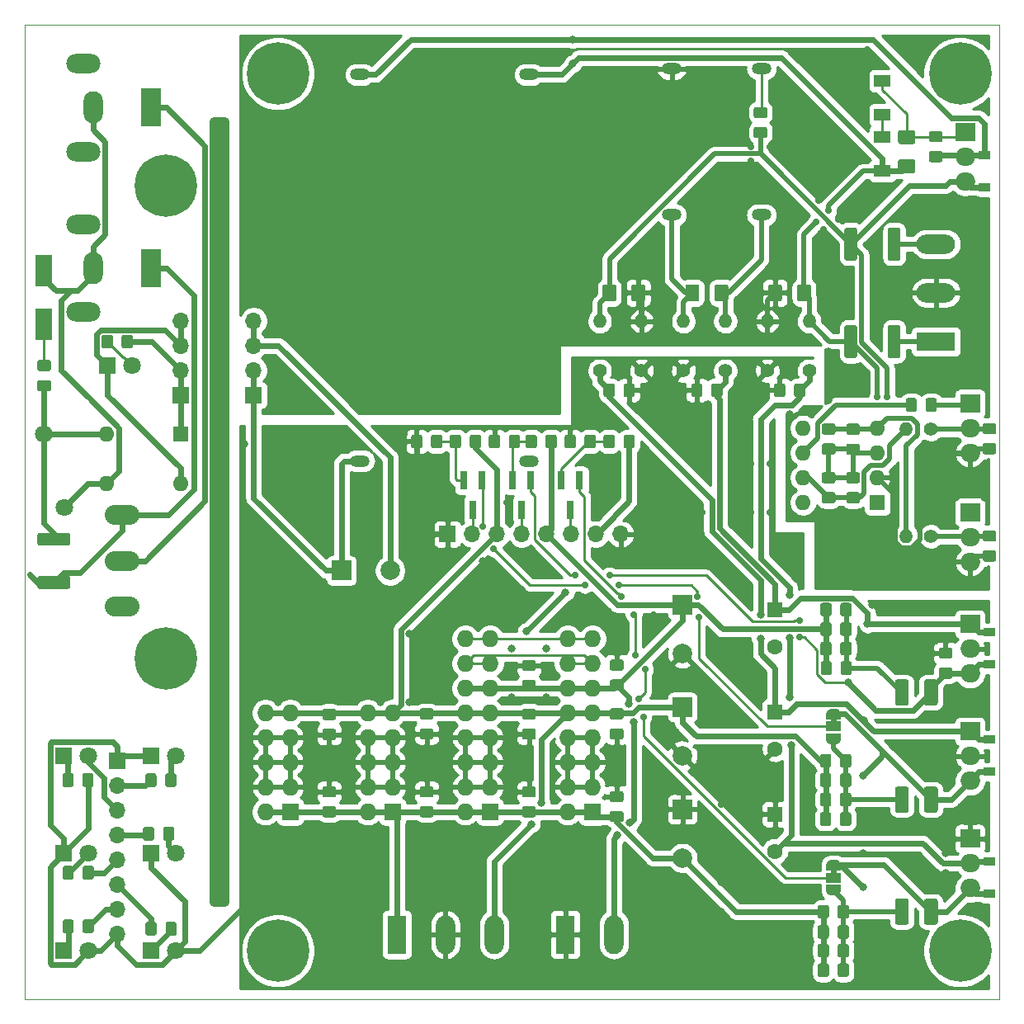
<source format=gbr>
%TF.GenerationSoftware,KiCad,Pcbnew,(5.1.5)-3*%
%TF.CreationDate,2020-03-17T21:32:34+01:00*%
%TF.ProjectId,KicadJE-EuroPowerSupply2-PCB,4b696361-644a-4452-9d45-75726f506f77,Rev A*%
%TF.SameCoordinates,Original*%
%TF.FileFunction,Copper,L2,Bot*%
%TF.FilePolarity,Positive*%
%FSLAX46Y46*%
G04 Gerber Fmt 4.6, Leading zero omitted, Abs format (unit mm)*
G04 Created by KiCad (PCBNEW (5.1.5)-3) date 2020-03-17 21:32:34*
%MOMM*%
%LPD*%
G04 APERTURE LIST*
%ADD10C,1.000000*%
%ADD11C,0.050000*%
%ADD12C,0.800000*%
%ADD13C,6.400000*%
%ADD14C,2.000000*%
%ADD15R,2.000000X2.000000*%
%ADD16C,0.150000*%
%ADD17R,1.600000X1.600000*%
%ADD18C,1.600000*%
%ADD19O,1.600000X1.600000*%
%ADD20R,1.700000X3.300000*%
%ADD21R,1.800000X1.800000*%
%ADD22C,1.800000*%
%ADD23R,1.200000X0.900000*%
%ADD24R,1.700000X1.300000*%
%ADD25O,3.500000X2.000000*%
%ADD26O,2.000000X3.300000*%
%ADD27R,2.000000X4.000000*%
%ADD28R,3.960000X1.980000*%
%ADD29O,3.960000X1.980000*%
%ADD30O,1.980000X3.960000*%
%ADD31R,1.980000X3.960000*%
%ADD32O,1.727200X1.727200*%
%ADD33R,1.727200X1.727200*%
%ADD34O,2.000000X1.905000*%
%ADD35R,2.000000X1.905000*%
%ADD36C,1.400000*%
%ADD37O,1.400000X1.400000*%
%ADD38O,3.556000X2.032000*%
%ADD39O,2.000000X1.200000*%
%ADD40R,1.500000X1.000000*%
%ADD41R,0.800000X1.900000*%
%ADD42R,1.700000X1.700000*%
%ADD43O,1.700000X1.700000*%
%ADD44C,0.700000*%
%ADD45C,0.600000*%
%ADD46C,0.250000*%
%ADD47C,0.500000*%
%ADD48C,0.254000*%
G04 APERTURE END LIST*
D10*
X69500000Y-60000000D02*
X70500000Y-60000000D01*
X69500000Y-140000000D02*
X70500000Y-140000000D01*
X70500000Y-60000000D02*
X70500000Y-140000000D01*
X69500000Y-60000000D02*
X69500000Y-140000000D01*
D11*
X50000000Y-150000000D02*
X50000000Y-50000000D01*
X150000000Y-150000000D02*
X50000000Y-150000000D01*
X150000000Y-50000000D02*
X150000000Y-150000000D01*
X50000000Y-50000000D02*
X150000000Y-50000000D01*
D12*
X66197056Y-113302944D03*
X64500000Y-112600000D03*
X62802944Y-113302944D03*
X62100000Y-115000000D03*
X62802944Y-116697056D03*
X64500000Y-117400000D03*
X66197056Y-116697056D03*
X66900000Y-115000000D03*
D13*
X64500000Y-115000000D03*
X64500000Y-66500000D03*
D12*
X66900000Y-66500000D03*
X66197056Y-68197056D03*
X64500000Y-68900000D03*
X62802944Y-68197056D03*
X62100000Y-66500000D03*
X62802944Y-64802944D03*
X64500000Y-64100000D03*
X66197056Y-64802944D03*
X147697056Y-53302944D03*
X146000000Y-52600000D03*
X144302944Y-53302944D03*
X143600000Y-55000000D03*
X144302944Y-56697056D03*
X146000000Y-57400000D03*
X147697056Y-56697056D03*
X148400000Y-55000000D03*
D13*
X146000000Y-55000000D03*
D12*
X147697056Y-143302944D03*
X146000000Y-142600000D03*
X144302944Y-143302944D03*
X143600000Y-145000000D03*
X144302944Y-146697056D03*
X146000000Y-147400000D03*
X147697056Y-146697056D03*
X148400000Y-145000000D03*
D13*
X146000000Y-145000000D03*
D12*
X77697056Y-143302944D03*
X76000000Y-142600000D03*
X74302944Y-143302944D03*
X73600000Y-145000000D03*
X74302944Y-146697056D03*
X76000000Y-147400000D03*
X77697056Y-146697056D03*
X78400000Y-145000000D03*
D13*
X76000000Y-145000000D03*
D12*
X77697056Y-53302944D03*
X76000000Y-52600000D03*
X74302944Y-53302944D03*
X73600000Y-55000000D03*
X74302944Y-56697056D03*
X76000000Y-57400000D03*
X77697056Y-56697056D03*
X78400000Y-55000000D03*
D13*
X76000000Y-55000000D03*
D14*
X87500000Y-106000000D03*
D15*
X82500000Y-106000000D03*
%TA.AperFunction,SMDPad,CuDef*%
D16*
G36*
X81724505Y-120186203D02*
G01*
X81748773Y-120189803D01*
X81772572Y-120195764D01*
X81795671Y-120204029D01*
X81817850Y-120214519D01*
X81838893Y-120227131D01*
X81858599Y-120241746D01*
X81876777Y-120258222D01*
X81893253Y-120276400D01*
X81907868Y-120296106D01*
X81920480Y-120317149D01*
X81930970Y-120339328D01*
X81939235Y-120362427D01*
X81945196Y-120386226D01*
X81948796Y-120410494D01*
X81950000Y-120434998D01*
X81950000Y-121085000D01*
X81948796Y-121109504D01*
X81945196Y-121133772D01*
X81939235Y-121157571D01*
X81930970Y-121180670D01*
X81920480Y-121202849D01*
X81907868Y-121223892D01*
X81893253Y-121243598D01*
X81876777Y-121261776D01*
X81858599Y-121278252D01*
X81838893Y-121292867D01*
X81817850Y-121305479D01*
X81795671Y-121315969D01*
X81772572Y-121324234D01*
X81748773Y-121330195D01*
X81724505Y-121333795D01*
X81700001Y-121334999D01*
X80799999Y-121334999D01*
X80775495Y-121333795D01*
X80751227Y-121330195D01*
X80727428Y-121324234D01*
X80704329Y-121315969D01*
X80682150Y-121305479D01*
X80661107Y-121292867D01*
X80641401Y-121278252D01*
X80623223Y-121261776D01*
X80606747Y-121243598D01*
X80592132Y-121223892D01*
X80579520Y-121202849D01*
X80569030Y-121180670D01*
X80560765Y-121157571D01*
X80554804Y-121133772D01*
X80551204Y-121109504D01*
X80550000Y-121085000D01*
X80550000Y-120434998D01*
X80551204Y-120410494D01*
X80554804Y-120386226D01*
X80560765Y-120362427D01*
X80569030Y-120339328D01*
X80579520Y-120317149D01*
X80592132Y-120296106D01*
X80606747Y-120276400D01*
X80623223Y-120258222D01*
X80641401Y-120241746D01*
X80661107Y-120227131D01*
X80682150Y-120214519D01*
X80704329Y-120204029D01*
X80727428Y-120195764D01*
X80751227Y-120189803D01*
X80775495Y-120186203D01*
X80799999Y-120184999D01*
X81700001Y-120184999D01*
X81724505Y-120186203D01*
G37*
%TD.AperFunction*%
%TA.AperFunction,SMDPad,CuDef*%
G36*
X81724505Y-122236203D02*
G01*
X81748773Y-122239803D01*
X81772572Y-122245764D01*
X81795671Y-122254029D01*
X81817850Y-122264519D01*
X81838893Y-122277131D01*
X81858599Y-122291746D01*
X81876777Y-122308222D01*
X81893253Y-122326400D01*
X81907868Y-122346106D01*
X81920480Y-122367149D01*
X81930970Y-122389328D01*
X81939235Y-122412427D01*
X81945196Y-122436226D01*
X81948796Y-122460494D01*
X81950000Y-122484998D01*
X81950000Y-123135000D01*
X81948796Y-123159504D01*
X81945196Y-123183772D01*
X81939235Y-123207571D01*
X81930970Y-123230670D01*
X81920480Y-123252849D01*
X81907868Y-123273892D01*
X81893253Y-123293598D01*
X81876777Y-123311776D01*
X81858599Y-123328252D01*
X81838893Y-123342867D01*
X81817850Y-123355479D01*
X81795671Y-123365969D01*
X81772572Y-123374234D01*
X81748773Y-123380195D01*
X81724505Y-123383795D01*
X81700001Y-123384999D01*
X80799999Y-123384999D01*
X80775495Y-123383795D01*
X80751227Y-123380195D01*
X80727428Y-123374234D01*
X80704329Y-123365969D01*
X80682150Y-123355479D01*
X80661107Y-123342867D01*
X80641401Y-123328252D01*
X80623223Y-123311776D01*
X80606747Y-123293598D01*
X80592132Y-123273892D01*
X80579520Y-123252849D01*
X80569030Y-123230670D01*
X80560765Y-123207571D01*
X80554804Y-123183772D01*
X80551204Y-123159504D01*
X80550000Y-123135000D01*
X80550000Y-122484998D01*
X80551204Y-122460494D01*
X80554804Y-122436226D01*
X80560765Y-122412427D01*
X80569030Y-122389328D01*
X80579520Y-122367149D01*
X80592132Y-122346106D01*
X80606747Y-122326400D01*
X80623223Y-122308222D01*
X80641401Y-122291746D01*
X80661107Y-122277131D01*
X80682150Y-122264519D01*
X80704329Y-122254029D01*
X80727428Y-122245764D01*
X80751227Y-122239803D01*
X80775495Y-122236203D01*
X80799999Y-122234999D01*
X81700001Y-122234999D01*
X81724505Y-122236203D01*
G37*
%TD.AperFunction*%
%TA.AperFunction,SMDPad,CuDef*%
G36*
X91724505Y-120126204D02*
G01*
X91748773Y-120129804D01*
X91772572Y-120135765D01*
X91795671Y-120144030D01*
X91817850Y-120154520D01*
X91838893Y-120167132D01*
X91858599Y-120181747D01*
X91876777Y-120198223D01*
X91893253Y-120216401D01*
X91907868Y-120236107D01*
X91920480Y-120257150D01*
X91930970Y-120279329D01*
X91939235Y-120302428D01*
X91945196Y-120326227D01*
X91948796Y-120350495D01*
X91950000Y-120374999D01*
X91950000Y-121025001D01*
X91948796Y-121049505D01*
X91945196Y-121073773D01*
X91939235Y-121097572D01*
X91930970Y-121120671D01*
X91920480Y-121142850D01*
X91907868Y-121163893D01*
X91893253Y-121183599D01*
X91876777Y-121201777D01*
X91858599Y-121218253D01*
X91838893Y-121232868D01*
X91817850Y-121245480D01*
X91795671Y-121255970D01*
X91772572Y-121264235D01*
X91748773Y-121270196D01*
X91724505Y-121273796D01*
X91700001Y-121275000D01*
X90799999Y-121275000D01*
X90775495Y-121273796D01*
X90751227Y-121270196D01*
X90727428Y-121264235D01*
X90704329Y-121255970D01*
X90682150Y-121245480D01*
X90661107Y-121232868D01*
X90641401Y-121218253D01*
X90623223Y-121201777D01*
X90606747Y-121183599D01*
X90592132Y-121163893D01*
X90579520Y-121142850D01*
X90569030Y-121120671D01*
X90560765Y-121097572D01*
X90554804Y-121073773D01*
X90551204Y-121049505D01*
X90550000Y-121025001D01*
X90550000Y-120374999D01*
X90551204Y-120350495D01*
X90554804Y-120326227D01*
X90560765Y-120302428D01*
X90569030Y-120279329D01*
X90579520Y-120257150D01*
X90592132Y-120236107D01*
X90606747Y-120216401D01*
X90623223Y-120198223D01*
X90641401Y-120181747D01*
X90661107Y-120167132D01*
X90682150Y-120154520D01*
X90704329Y-120144030D01*
X90727428Y-120135765D01*
X90751227Y-120129804D01*
X90775495Y-120126204D01*
X90799999Y-120125000D01*
X91700001Y-120125000D01*
X91724505Y-120126204D01*
G37*
%TD.AperFunction*%
%TA.AperFunction,SMDPad,CuDef*%
G36*
X91724505Y-122176204D02*
G01*
X91748773Y-122179804D01*
X91772572Y-122185765D01*
X91795671Y-122194030D01*
X91817850Y-122204520D01*
X91838893Y-122217132D01*
X91858599Y-122231747D01*
X91876777Y-122248223D01*
X91893253Y-122266401D01*
X91907868Y-122286107D01*
X91920480Y-122307150D01*
X91930970Y-122329329D01*
X91939235Y-122352428D01*
X91945196Y-122376227D01*
X91948796Y-122400495D01*
X91950000Y-122424999D01*
X91950000Y-123075001D01*
X91948796Y-123099505D01*
X91945196Y-123123773D01*
X91939235Y-123147572D01*
X91930970Y-123170671D01*
X91920480Y-123192850D01*
X91907868Y-123213893D01*
X91893253Y-123233599D01*
X91876777Y-123251777D01*
X91858599Y-123268253D01*
X91838893Y-123282868D01*
X91817850Y-123295480D01*
X91795671Y-123305970D01*
X91772572Y-123314235D01*
X91748773Y-123320196D01*
X91724505Y-123323796D01*
X91700001Y-123325000D01*
X90799999Y-123325000D01*
X90775495Y-123323796D01*
X90751227Y-123320196D01*
X90727428Y-123314235D01*
X90704329Y-123305970D01*
X90682150Y-123295480D01*
X90661107Y-123282868D01*
X90641401Y-123268253D01*
X90623223Y-123251777D01*
X90606747Y-123233599D01*
X90592132Y-123213893D01*
X90579520Y-123192850D01*
X90569030Y-123170671D01*
X90560765Y-123147572D01*
X90554804Y-123123773D01*
X90551204Y-123099505D01*
X90550000Y-123075001D01*
X90550000Y-122424999D01*
X90551204Y-122400495D01*
X90554804Y-122376227D01*
X90560765Y-122352428D01*
X90569030Y-122329329D01*
X90579520Y-122307150D01*
X90592132Y-122286107D01*
X90606747Y-122266401D01*
X90623223Y-122248223D01*
X90641401Y-122231747D01*
X90661107Y-122217132D01*
X90682150Y-122204520D01*
X90704329Y-122194030D01*
X90727428Y-122185765D01*
X90751227Y-122179804D01*
X90775495Y-122176204D01*
X90799999Y-122175000D01*
X91700001Y-122175000D01*
X91724505Y-122176204D01*
G37*
%TD.AperFunction*%
%TA.AperFunction,SMDPad,CuDef*%
G36*
X111224505Y-122176204D02*
G01*
X111248773Y-122179804D01*
X111272572Y-122185765D01*
X111295671Y-122194030D01*
X111317850Y-122204520D01*
X111338893Y-122217132D01*
X111358599Y-122231747D01*
X111376777Y-122248223D01*
X111393253Y-122266401D01*
X111407868Y-122286107D01*
X111420480Y-122307150D01*
X111430970Y-122329329D01*
X111439235Y-122352428D01*
X111445196Y-122376227D01*
X111448796Y-122400495D01*
X111450000Y-122424999D01*
X111450000Y-123075001D01*
X111448796Y-123099505D01*
X111445196Y-123123773D01*
X111439235Y-123147572D01*
X111430970Y-123170671D01*
X111420480Y-123192850D01*
X111407868Y-123213893D01*
X111393253Y-123233599D01*
X111376777Y-123251777D01*
X111358599Y-123268253D01*
X111338893Y-123282868D01*
X111317850Y-123295480D01*
X111295671Y-123305970D01*
X111272572Y-123314235D01*
X111248773Y-123320196D01*
X111224505Y-123323796D01*
X111200001Y-123325000D01*
X110299999Y-123325000D01*
X110275495Y-123323796D01*
X110251227Y-123320196D01*
X110227428Y-123314235D01*
X110204329Y-123305970D01*
X110182150Y-123295480D01*
X110161107Y-123282868D01*
X110141401Y-123268253D01*
X110123223Y-123251777D01*
X110106747Y-123233599D01*
X110092132Y-123213893D01*
X110079520Y-123192850D01*
X110069030Y-123170671D01*
X110060765Y-123147572D01*
X110054804Y-123123773D01*
X110051204Y-123099505D01*
X110050000Y-123075001D01*
X110050000Y-122424999D01*
X110051204Y-122400495D01*
X110054804Y-122376227D01*
X110060765Y-122352428D01*
X110069030Y-122329329D01*
X110079520Y-122307150D01*
X110092132Y-122286107D01*
X110106747Y-122266401D01*
X110123223Y-122248223D01*
X110141401Y-122231747D01*
X110161107Y-122217132D01*
X110182150Y-122204520D01*
X110204329Y-122194030D01*
X110227428Y-122185765D01*
X110251227Y-122179804D01*
X110275495Y-122176204D01*
X110299999Y-122175000D01*
X111200001Y-122175000D01*
X111224505Y-122176204D01*
G37*
%TD.AperFunction*%
%TA.AperFunction,SMDPad,CuDef*%
G36*
X111224505Y-120126204D02*
G01*
X111248773Y-120129804D01*
X111272572Y-120135765D01*
X111295671Y-120144030D01*
X111317850Y-120154520D01*
X111338893Y-120167132D01*
X111358599Y-120181747D01*
X111376777Y-120198223D01*
X111393253Y-120216401D01*
X111407868Y-120236107D01*
X111420480Y-120257150D01*
X111430970Y-120279329D01*
X111439235Y-120302428D01*
X111445196Y-120326227D01*
X111448796Y-120350495D01*
X111450000Y-120374999D01*
X111450000Y-121025001D01*
X111448796Y-121049505D01*
X111445196Y-121073773D01*
X111439235Y-121097572D01*
X111430970Y-121120671D01*
X111420480Y-121142850D01*
X111407868Y-121163893D01*
X111393253Y-121183599D01*
X111376777Y-121201777D01*
X111358599Y-121218253D01*
X111338893Y-121232868D01*
X111317850Y-121245480D01*
X111295671Y-121255970D01*
X111272572Y-121264235D01*
X111248773Y-121270196D01*
X111224505Y-121273796D01*
X111200001Y-121275000D01*
X110299999Y-121275000D01*
X110275495Y-121273796D01*
X110251227Y-121270196D01*
X110227428Y-121264235D01*
X110204329Y-121255970D01*
X110182150Y-121245480D01*
X110161107Y-121232868D01*
X110141401Y-121218253D01*
X110123223Y-121201777D01*
X110106747Y-121183599D01*
X110092132Y-121163893D01*
X110079520Y-121142850D01*
X110069030Y-121120671D01*
X110060765Y-121097572D01*
X110054804Y-121073773D01*
X110051204Y-121049505D01*
X110050000Y-121025001D01*
X110050000Y-120374999D01*
X110051204Y-120350495D01*
X110054804Y-120326227D01*
X110060765Y-120302428D01*
X110069030Y-120279329D01*
X110079520Y-120257150D01*
X110092132Y-120236107D01*
X110106747Y-120216401D01*
X110123223Y-120198223D01*
X110141401Y-120181747D01*
X110161107Y-120167132D01*
X110182150Y-120154520D01*
X110204329Y-120144030D01*
X110227428Y-120135765D01*
X110251227Y-120129804D01*
X110275495Y-120126204D01*
X110299999Y-120125000D01*
X111200001Y-120125000D01*
X111224505Y-120126204D01*
G37*
%TD.AperFunction*%
%TA.AperFunction,SMDPad,CuDef*%
G36*
X102224505Y-120151204D02*
G01*
X102248773Y-120154804D01*
X102272572Y-120160765D01*
X102295671Y-120169030D01*
X102317850Y-120179520D01*
X102338893Y-120192132D01*
X102358599Y-120206747D01*
X102376777Y-120223223D01*
X102393253Y-120241401D01*
X102407868Y-120261107D01*
X102420480Y-120282150D01*
X102430970Y-120304329D01*
X102439235Y-120327428D01*
X102445196Y-120351227D01*
X102448796Y-120375495D01*
X102450000Y-120399999D01*
X102450000Y-121050001D01*
X102448796Y-121074505D01*
X102445196Y-121098773D01*
X102439235Y-121122572D01*
X102430970Y-121145671D01*
X102420480Y-121167850D01*
X102407868Y-121188893D01*
X102393253Y-121208599D01*
X102376777Y-121226777D01*
X102358599Y-121243253D01*
X102338893Y-121257868D01*
X102317850Y-121270480D01*
X102295671Y-121280970D01*
X102272572Y-121289235D01*
X102248773Y-121295196D01*
X102224505Y-121298796D01*
X102200001Y-121300000D01*
X101299999Y-121300000D01*
X101275495Y-121298796D01*
X101251227Y-121295196D01*
X101227428Y-121289235D01*
X101204329Y-121280970D01*
X101182150Y-121270480D01*
X101161107Y-121257868D01*
X101141401Y-121243253D01*
X101123223Y-121226777D01*
X101106747Y-121208599D01*
X101092132Y-121188893D01*
X101079520Y-121167850D01*
X101069030Y-121145671D01*
X101060765Y-121122572D01*
X101054804Y-121098773D01*
X101051204Y-121074505D01*
X101050000Y-121050001D01*
X101050000Y-120399999D01*
X101051204Y-120375495D01*
X101054804Y-120351227D01*
X101060765Y-120327428D01*
X101069030Y-120304329D01*
X101079520Y-120282150D01*
X101092132Y-120261107D01*
X101106747Y-120241401D01*
X101123223Y-120223223D01*
X101141401Y-120206747D01*
X101161107Y-120192132D01*
X101182150Y-120179520D01*
X101204329Y-120169030D01*
X101227428Y-120160765D01*
X101251227Y-120154804D01*
X101275495Y-120151204D01*
X101299999Y-120150000D01*
X102200001Y-120150000D01*
X102224505Y-120151204D01*
G37*
%TD.AperFunction*%
%TA.AperFunction,SMDPad,CuDef*%
G36*
X102224505Y-122201204D02*
G01*
X102248773Y-122204804D01*
X102272572Y-122210765D01*
X102295671Y-122219030D01*
X102317850Y-122229520D01*
X102338893Y-122242132D01*
X102358599Y-122256747D01*
X102376777Y-122273223D01*
X102393253Y-122291401D01*
X102407868Y-122311107D01*
X102420480Y-122332150D01*
X102430970Y-122354329D01*
X102439235Y-122377428D01*
X102445196Y-122401227D01*
X102448796Y-122425495D01*
X102450000Y-122449999D01*
X102450000Y-123100001D01*
X102448796Y-123124505D01*
X102445196Y-123148773D01*
X102439235Y-123172572D01*
X102430970Y-123195671D01*
X102420480Y-123217850D01*
X102407868Y-123238893D01*
X102393253Y-123258599D01*
X102376777Y-123276777D01*
X102358599Y-123293253D01*
X102338893Y-123307868D01*
X102317850Y-123320480D01*
X102295671Y-123330970D01*
X102272572Y-123339235D01*
X102248773Y-123345196D01*
X102224505Y-123348796D01*
X102200001Y-123350000D01*
X101299999Y-123350000D01*
X101275495Y-123348796D01*
X101251227Y-123345196D01*
X101227428Y-123339235D01*
X101204329Y-123330970D01*
X101182150Y-123320480D01*
X101161107Y-123307868D01*
X101141401Y-123293253D01*
X101123223Y-123276777D01*
X101106747Y-123258599D01*
X101092132Y-123238893D01*
X101079520Y-123217850D01*
X101069030Y-123195671D01*
X101060765Y-123172572D01*
X101054804Y-123148773D01*
X101051204Y-123124505D01*
X101050000Y-123100001D01*
X101050000Y-122449999D01*
X101051204Y-122425495D01*
X101054804Y-122401227D01*
X101060765Y-122377428D01*
X101069030Y-122354329D01*
X101079520Y-122332150D01*
X101092132Y-122311107D01*
X101106747Y-122291401D01*
X101123223Y-122273223D01*
X101141401Y-122256747D01*
X101161107Y-122242132D01*
X101182150Y-122229520D01*
X101204329Y-122219030D01*
X101227428Y-122210765D01*
X101251227Y-122204804D01*
X101275495Y-122201204D01*
X101299999Y-122200000D01*
X102200001Y-122200000D01*
X102224505Y-122201204D01*
G37*
%TD.AperFunction*%
%TA.AperFunction,SMDPad,CuDef*%
G36*
X102224505Y-117201204D02*
G01*
X102248773Y-117204804D01*
X102272572Y-117210765D01*
X102295671Y-117219030D01*
X102317850Y-117229520D01*
X102338893Y-117242132D01*
X102358599Y-117256747D01*
X102376777Y-117273223D01*
X102393253Y-117291401D01*
X102407868Y-117311107D01*
X102420480Y-117332150D01*
X102430970Y-117354329D01*
X102439235Y-117377428D01*
X102445196Y-117401227D01*
X102448796Y-117425495D01*
X102450000Y-117449999D01*
X102450000Y-118100001D01*
X102448796Y-118124505D01*
X102445196Y-118148773D01*
X102439235Y-118172572D01*
X102430970Y-118195671D01*
X102420480Y-118217850D01*
X102407868Y-118238893D01*
X102393253Y-118258599D01*
X102376777Y-118276777D01*
X102358599Y-118293253D01*
X102338893Y-118307868D01*
X102317850Y-118320480D01*
X102295671Y-118330970D01*
X102272572Y-118339235D01*
X102248773Y-118345196D01*
X102224505Y-118348796D01*
X102200001Y-118350000D01*
X101299999Y-118350000D01*
X101275495Y-118348796D01*
X101251227Y-118345196D01*
X101227428Y-118339235D01*
X101204329Y-118330970D01*
X101182150Y-118320480D01*
X101161107Y-118307868D01*
X101141401Y-118293253D01*
X101123223Y-118276777D01*
X101106747Y-118258599D01*
X101092132Y-118238893D01*
X101079520Y-118217850D01*
X101069030Y-118195671D01*
X101060765Y-118172572D01*
X101054804Y-118148773D01*
X101051204Y-118124505D01*
X101050000Y-118100001D01*
X101050000Y-117449999D01*
X101051204Y-117425495D01*
X101054804Y-117401227D01*
X101060765Y-117377428D01*
X101069030Y-117354329D01*
X101079520Y-117332150D01*
X101092132Y-117311107D01*
X101106747Y-117291401D01*
X101123223Y-117273223D01*
X101141401Y-117256747D01*
X101161107Y-117242132D01*
X101182150Y-117229520D01*
X101204329Y-117219030D01*
X101227428Y-117210765D01*
X101251227Y-117204804D01*
X101275495Y-117201204D01*
X101299999Y-117200000D01*
X102200001Y-117200000D01*
X102224505Y-117201204D01*
G37*
%TD.AperFunction*%
%TA.AperFunction,SMDPad,CuDef*%
G36*
X102224505Y-115151204D02*
G01*
X102248773Y-115154804D01*
X102272572Y-115160765D01*
X102295671Y-115169030D01*
X102317850Y-115179520D01*
X102338893Y-115192132D01*
X102358599Y-115206747D01*
X102376777Y-115223223D01*
X102393253Y-115241401D01*
X102407868Y-115261107D01*
X102420480Y-115282150D01*
X102430970Y-115304329D01*
X102439235Y-115327428D01*
X102445196Y-115351227D01*
X102448796Y-115375495D01*
X102450000Y-115399999D01*
X102450000Y-116050001D01*
X102448796Y-116074505D01*
X102445196Y-116098773D01*
X102439235Y-116122572D01*
X102430970Y-116145671D01*
X102420480Y-116167850D01*
X102407868Y-116188893D01*
X102393253Y-116208599D01*
X102376777Y-116226777D01*
X102358599Y-116243253D01*
X102338893Y-116257868D01*
X102317850Y-116270480D01*
X102295671Y-116280970D01*
X102272572Y-116289235D01*
X102248773Y-116295196D01*
X102224505Y-116298796D01*
X102200001Y-116300000D01*
X101299999Y-116300000D01*
X101275495Y-116298796D01*
X101251227Y-116295196D01*
X101227428Y-116289235D01*
X101204329Y-116280970D01*
X101182150Y-116270480D01*
X101161107Y-116257868D01*
X101141401Y-116243253D01*
X101123223Y-116226777D01*
X101106747Y-116208599D01*
X101092132Y-116188893D01*
X101079520Y-116167850D01*
X101069030Y-116145671D01*
X101060765Y-116122572D01*
X101054804Y-116098773D01*
X101051204Y-116074505D01*
X101050000Y-116050001D01*
X101050000Y-115399999D01*
X101051204Y-115375495D01*
X101054804Y-115351227D01*
X101060765Y-115327428D01*
X101069030Y-115304329D01*
X101079520Y-115282150D01*
X101092132Y-115261107D01*
X101106747Y-115241401D01*
X101123223Y-115223223D01*
X101141401Y-115206747D01*
X101161107Y-115192132D01*
X101182150Y-115179520D01*
X101204329Y-115169030D01*
X101227428Y-115160765D01*
X101251227Y-115154804D01*
X101275495Y-115151204D01*
X101299999Y-115150000D01*
X102200001Y-115150000D01*
X102224505Y-115151204D01*
G37*
%TD.AperFunction*%
%TA.AperFunction,SMDPad,CuDef*%
G36*
X111224505Y-115126204D02*
G01*
X111248773Y-115129804D01*
X111272572Y-115135765D01*
X111295671Y-115144030D01*
X111317850Y-115154520D01*
X111338893Y-115167132D01*
X111358599Y-115181747D01*
X111376777Y-115198223D01*
X111393253Y-115216401D01*
X111407868Y-115236107D01*
X111420480Y-115257150D01*
X111430970Y-115279329D01*
X111439235Y-115302428D01*
X111445196Y-115326227D01*
X111448796Y-115350495D01*
X111450000Y-115374999D01*
X111450000Y-116025001D01*
X111448796Y-116049505D01*
X111445196Y-116073773D01*
X111439235Y-116097572D01*
X111430970Y-116120671D01*
X111420480Y-116142850D01*
X111407868Y-116163893D01*
X111393253Y-116183599D01*
X111376777Y-116201777D01*
X111358599Y-116218253D01*
X111338893Y-116232868D01*
X111317850Y-116245480D01*
X111295671Y-116255970D01*
X111272572Y-116264235D01*
X111248773Y-116270196D01*
X111224505Y-116273796D01*
X111200001Y-116275000D01*
X110299999Y-116275000D01*
X110275495Y-116273796D01*
X110251227Y-116270196D01*
X110227428Y-116264235D01*
X110204329Y-116255970D01*
X110182150Y-116245480D01*
X110161107Y-116232868D01*
X110141401Y-116218253D01*
X110123223Y-116201777D01*
X110106747Y-116183599D01*
X110092132Y-116163893D01*
X110079520Y-116142850D01*
X110069030Y-116120671D01*
X110060765Y-116097572D01*
X110054804Y-116073773D01*
X110051204Y-116049505D01*
X110050000Y-116025001D01*
X110050000Y-115374999D01*
X110051204Y-115350495D01*
X110054804Y-115326227D01*
X110060765Y-115302428D01*
X110069030Y-115279329D01*
X110079520Y-115257150D01*
X110092132Y-115236107D01*
X110106747Y-115216401D01*
X110123223Y-115198223D01*
X110141401Y-115181747D01*
X110161107Y-115167132D01*
X110182150Y-115154520D01*
X110204329Y-115144030D01*
X110227428Y-115135765D01*
X110251227Y-115129804D01*
X110275495Y-115126204D01*
X110299999Y-115125000D01*
X111200001Y-115125000D01*
X111224505Y-115126204D01*
G37*
%TD.AperFunction*%
%TA.AperFunction,SMDPad,CuDef*%
G36*
X111224505Y-117176204D02*
G01*
X111248773Y-117179804D01*
X111272572Y-117185765D01*
X111295671Y-117194030D01*
X111317850Y-117204520D01*
X111338893Y-117217132D01*
X111358599Y-117231747D01*
X111376777Y-117248223D01*
X111393253Y-117266401D01*
X111407868Y-117286107D01*
X111420480Y-117307150D01*
X111430970Y-117329329D01*
X111439235Y-117352428D01*
X111445196Y-117376227D01*
X111448796Y-117400495D01*
X111450000Y-117424999D01*
X111450000Y-118075001D01*
X111448796Y-118099505D01*
X111445196Y-118123773D01*
X111439235Y-118147572D01*
X111430970Y-118170671D01*
X111420480Y-118192850D01*
X111407868Y-118213893D01*
X111393253Y-118233599D01*
X111376777Y-118251777D01*
X111358599Y-118268253D01*
X111338893Y-118282868D01*
X111317850Y-118295480D01*
X111295671Y-118305970D01*
X111272572Y-118314235D01*
X111248773Y-118320196D01*
X111224505Y-118323796D01*
X111200001Y-118325000D01*
X110299999Y-118325000D01*
X110275495Y-118323796D01*
X110251227Y-118320196D01*
X110227428Y-118314235D01*
X110204329Y-118305970D01*
X110182150Y-118295480D01*
X110161107Y-118282868D01*
X110141401Y-118268253D01*
X110123223Y-118251777D01*
X110106747Y-118233599D01*
X110092132Y-118213893D01*
X110079520Y-118192850D01*
X110069030Y-118170671D01*
X110060765Y-118147572D01*
X110054804Y-118123773D01*
X110051204Y-118099505D01*
X110050000Y-118075001D01*
X110050000Y-117424999D01*
X110051204Y-117400495D01*
X110054804Y-117376227D01*
X110060765Y-117352428D01*
X110069030Y-117329329D01*
X110079520Y-117307150D01*
X110092132Y-117286107D01*
X110106747Y-117266401D01*
X110123223Y-117248223D01*
X110141401Y-117231747D01*
X110161107Y-117217132D01*
X110182150Y-117204520D01*
X110204329Y-117194030D01*
X110227428Y-117185765D01*
X110251227Y-117179804D01*
X110275495Y-117176204D01*
X110299999Y-117175000D01*
X111200001Y-117175000D01*
X111224505Y-117176204D01*
G37*
%TD.AperFunction*%
%TA.AperFunction,SMDPad,CuDef*%
G36*
X81724505Y-130176204D02*
G01*
X81748773Y-130179804D01*
X81772572Y-130185765D01*
X81795671Y-130194030D01*
X81817850Y-130204520D01*
X81838893Y-130217132D01*
X81858599Y-130231747D01*
X81876777Y-130248223D01*
X81893253Y-130266401D01*
X81907868Y-130286107D01*
X81920480Y-130307150D01*
X81930970Y-130329329D01*
X81939235Y-130352428D01*
X81945196Y-130376227D01*
X81948796Y-130400495D01*
X81950000Y-130424999D01*
X81950000Y-131075001D01*
X81948796Y-131099505D01*
X81945196Y-131123773D01*
X81939235Y-131147572D01*
X81930970Y-131170671D01*
X81920480Y-131192850D01*
X81907868Y-131213893D01*
X81893253Y-131233599D01*
X81876777Y-131251777D01*
X81858599Y-131268253D01*
X81838893Y-131282868D01*
X81817850Y-131295480D01*
X81795671Y-131305970D01*
X81772572Y-131314235D01*
X81748773Y-131320196D01*
X81724505Y-131323796D01*
X81700001Y-131325000D01*
X80799999Y-131325000D01*
X80775495Y-131323796D01*
X80751227Y-131320196D01*
X80727428Y-131314235D01*
X80704329Y-131305970D01*
X80682150Y-131295480D01*
X80661107Y-131282868D01*
X80641401Y-131268253D01*
X80623223Y-131251777D01*
X80606747Y-131233599D01*
X80592132Y-131213893D01*
X80579520Y-131192850D01*
X80569030Y-131170671D01*
X80560765Y-131147572D01*
X80554804Y-131123773D01*
X80551204Y-131099505D01*
X80550000Y-131075001D01*
X80550000Y-130424999D01*
X80551204Y-130400495D01*
X80554804Y-130376227D01*
X80560765Y-130352428D01*
X80569030Y-130329329D01*
X80579520Y-130307150D01*
X80592132Y-130286107D01*
X80606747Y-130266401D01*
X80623223Y-130248223D01*
X80641401Y-130231747D01*
X80661107Y-130217132D01*
X80682150Y-130204520D01*
X80704329Y-130194030D01*
X80727428Y-130185765D01*
X80751227Y-130179804D01*
X80775495Y-130176204D01*
X80799999Y-130175000D01*
X81700001Y-130175000D01*
X81724505Y-130176204D01*
G37*
%TD.AperFunction*%
%TA.AperFunction,SMDPad,CuDef*%
G36*
X81724505Y-128126204D02*
G01*
X81748773Y-128129804D01*
X81772572Y-128135765D01*
X81795671Y-128144030D01*
X81817850Y-128154520D01*
X81838893Y-128167132D01*
X81858599Y-128181747D01*
X81876777Y-128198223D01*
X81893253Y-128216401D01*
X81907868Y-128236107D01*
X81920480Y-128257150D01*
X81930970Y-128279329D01*
X81939235Y-128302428D01*
X81945196Y-128326227D01*
X81948796Y-128350495D01*
X81950000Y-128374999D01*
X81950000Y-129025001D01*
X81948796Y-129049505D01*
X81945196Y-129073773D01*
X81939235Y-129097572D01*
X81930970Y-129120671D01*
X81920480Y-129142850D01*
X81907868Y-129163893D01*
X81893253Y-129183599D01*
X81876777Y-129201777D01*
X81858599Y-129218253D01*
X81838893Y-129232868D01*
X81817850Y-129245480D01*
X81795671Y-129255970D01*
X81772572Y-129264235D01*
X81748773Y-129270196D01*
X81724505Y-129273796D01*
X81700001Y-129275000D01*
X80799999Y-129275000D01*
X80775495Y-129273796D01*
X80751227Y-129270196D01*
X80727428Y-129264235D01*
X80704329Y-129255970D01*
X80682150Y-129245480D01*
X80661107Y-129232868D01*
X80641401Y-129218253D01*
X80623223Y-129201777D01*
X80606747Y-129183599D01*
X80592132Y-129163893D01*
X80579520Y-129142850D01*
X80569030Y-129120671D01*
X80560765Y-129097572D01*
X80554804Y-129073773D01*
X80551204Y-129049505D01*
X80550000Y-129025001D01*
X80550000Y-128374999D01*
X80551204Y-128350495D01*
X80554804Y-128326227D01*
X80560765Y-128302428D01*
X80569030Y-128279329D01*
X80579520Y-128257150D01*
X80592132Y-128236107D01*
X80606747Y-128216401D01*
X80623223Y-128198223D01*
X80641401Y-128181747D01*
X80661107Y-128167132D01*
X80682150Y-128154520D01*
X80704329Y-128144030D01*
X80727428Y-128135765D01*
X80751227Y-128129804D01*
X80775495Y-128126204D01*
X80799999Y-128125000D01*
X81700001Y-128125000D01*
X81724505Y-128126204D01*
G37*
%TD.AperFunction*%
%TA.AperFunction,SMDPad,CuDef*%
G36*
X102224505Y-130176204D02*
G01*
X102248773Y-130179804D01*
X102272572Y-130185765D01*
X102295671Y-130194030D01*
X102317850Y-130204520D01*
X102338893Y-130217132D01*
X102358599Y-130231747D01*
X102376777Y-130248223D01*
X102393253Y-130266401D01*
X102407868Y-130286107D01*
X102420480Y-130307150D01*
X102430970Y-130329329D01*
X102439235Y-130352428D01*
X102445196Y-130376227D01*
X102448796Y-130400495D01*
X102450000Y-130424999D01*
X102450000Y-131075001D01*
X102448796Y-131099505D01*
X102445196Y-131123773D01*
X102439235Y-131147572D01*
X102430970Y-131170671D01*
X102420480Y-131192850D01*
X102407868Y-131213893D01*
X102393253Y-131233599D01*
X102376777Y-131251777D01*
X102358599Y-131268253D01*
X102338893Y-131282868D01*
X102317850Y-131295480D01*
X102295671Y-131305970D01*
X102272572Y-131314235D01*
X102248773Y-131320196D01*
X102224505Y-131323796D01*
X102200001Y-131325000D01*
X101299999Y-131325000D01*
X101275495Y-131323796D01*
X101251227Y-131320196D01*
X101227428Y-131314235D01*
X101204329Y-131305970D01*
X101182150Y-131295480D01*
X101161107Y-131282868D01*
X101141401Y-131268253D01*
X101123223Y-131251777D01*
X101106747Y-131233599D01*
X101092132Y-131213893D01*
X101079520Y-131192850D01*
X101069030Y-131170671D01*
X101060765Y-131147572D01*
X101054804Y-131123773D01*
X101051204Y-131099505D01*
X101050000Y-131075001D01*
X101050000Y-130424999D01*
X101051204Y-130400495D01*
X101054804Y-130376227D01*
X101060765Y-130352428D01*
X101069030Y-130329329D01*
X101079520Y-130307150D01*
X101092132Y-130286107D01*
X101106747Y-130266401D01*
X101123223Y-130248223D01*
X101141401Y-130231747D01*
X101161107Y-130217132D01*
X101182150Y-130204520D01*
X101204329Y-130194030D01*
X101227428Y-130185765D01*
X101251227Y-130179804D01*
X101275495Y-130176204D01*
X101299999Y-130175000D01*
X102200001Y-130175000D01*
X102224505Y-130176204D01*
G37*
%TD.AperFunction*%
%TA.AperFunction,SMDPad,CuDef*%
G36*
X102224505Y-128126204D02*
G01*
X102248773Y-128129804D01*
X102272572Y-128135765D01*
X102295671Y-128144030D01*
X102317850Y-128154520D01*
X102338893Y-128167132D01*
X102358599Y-128181747D01*
X102376777Y-128198223D01*
X102393253Y-128216401D01*
X102407868Y-128236107D01*
X102420480Y-128257150D01*
X102430970Y-128279329D01*
X102439235Y-128302428D01*
X102445196Y-128326227D01*
X102448796Y-128350495D01*
X102450000Y-128374999D01*
X102450000Y-129025001D01*
X102448796Y-129049505D01*
X102445196Y-129073773D01*
X102439235Y-129097572D01*
X102430970Y-129120671D01*
X102420480Y-129142850D01*
X102407868Y-129163893D01*
X102393253Y-129183599D01*
X102376777Y-129201777D01*
X102358599Y-129218253D01*
X102338893Y-129232868D01*
X102317850Y-129245480D01*
X102295671Y-129255970D01*
X102272572Y-129264235D01*
X102248773Y-129270196D01*
X102224505Y-129273796D01*
X102200001Y-129275000D01*
X101299999Y-129275000D01*
X101275495Y-129273796D01*
X101251227Y-129270196D01*
X101227428Y-129264235D01*
X101204329Y-129255970D01*
X101182150Y-129245480D01*
X101161107Y-129232868D01*
X101141401Y-129218253D01*
X101123223Y-129201777D01*
X101106747Y-129183599D01*
X101092132Y-129163893D01*
X101079520Y-129142850D01*
X101069030Y-129120671D01*
X101060765Y-129097572D01*
X101054804Y-129073773D01*
X101051204Y-129049505D01*
X101050000Y-129025001D01*
X101050000Y-128374999D01*
X101051204Y-128350495D01*
X101054804Y-128326227D01*
X101060765Y-128302428D01*
X101069030Y-128279329D01*
X101079520Y-128257150D01*
X101092132Y-128236107D01*
X101106747Y-128216401D01*
X101123223Y-128198223D01*
X101141401Y-128181747D01*
X101161107Y-128167132D01*
X101182150Y-128154520D01*
X101204329Y-128144030D01*
X101227428Y-128135765D01*
X101251227Y-128129804D01*
X101275495Y-128126204D01*
X101299999Y-128125000D01*
X102200001Y-128125000D01*
X102224505Y-128126204D01*
G37*
%TD.AperFunction*%
%TA.AperFunction,SMDPad,CuDef*%
G36*
X111224505Y-130676204D02*
G01*
X111248773Y-130679804D01*
X111272572Y-130685765D01*
X111295671Y-130694030D01*
X111317850Y-130704520D01*
X111338893Y-130717132D01*
X111358599Y-130731747D01*
X111376777Y-130748223D01*
X111393253Y-130766401D01*
X111407868Y-130786107D01*
X111420480Y-130807150D01*
X111430970Y-130829329D01*
X111439235Y-130852428D01*
X111445196Y-130876227D01*
X111448796Y-130900495D01*
X111450000Y-130924999D01*
X111450000Y-131575001D01*
X111448796Y-131599505D01*
X111445196Y-131623773D01*
X111439235Y-131647572D01*
X111430970Y-131670671D01*
X111420480Y-131692850D01*
X111407868Y-131713893D01*
X111393253Y-131733599D01*
X111376777Y-131751777D01*
X111358599Y-131768253D01*
X111338893Y-131782868D01*
X111317850Y-131795480D01*
X111295671Y-131805970D01*
X111272572Y-131814235D01*
X111248773Y-131820196D01*
X111224505Y-131823796D01*
X111200001Y-131825000D01*
X110299999Y-131825000D01*
X110275495Y-131823796D01*
X110251227Y-131820196D01*
X110227428Y-131814235D01*
X110204329Y-131805970D01*
X110182150Y-131795480D01*
X110161107Y-131782868D01*
X110141401Y-131768253D01*
X110123223Y-131751777D01*
X110106747Y-131733599D01*
X110092132Y-131713893D01*
X110079520Y-131692850D01*
X110069030Y-131670671D01*
X110060765Y-131647572D01*
X110054804Y-131623773D01*
X110051204Y-131599505D01*
X110050000Y-131575001D01*
X110050000Y-130924999D01*
X110051204Y-130900495D01*
X110054804Y-130876227D01*
X110060765Y-130852428D01*
X110069030Y-130829329D01*
X110079520Y-130807150D01*
X110092132Y-130786107D01*
X110106747Y-130766401D01*
X110123223Y-130748223D01*
X110141401Y-130731747D01*
X110161107Y-130717132D01*
X110182150Y-130704520D01*
X110204329Y-130694030D01*
X110227428Y-130685765D01*
X110251227Y-130679804D01*
X110275495Y-130676204D01*
X110299999Y-130675000D01*
X111200001Y-130675000D01*
X111224505Y-130676204D01*
G37*
%TD.AperFunction*%
%TA.AperFunction,SMDPad,CuDef*%
G36*
X111224505Y-128626204D02*
G01*
X111248773Y-128629804D01*
X111272572Y-128635765D01*
X111295671Y-128644030D01*
X111317850Y-128654520D01*
X111338893Y-128667132D01*
X111358599Y-128681747D01*
X111376777Y-128698223D01*
X111393253Y-128716401D01*
X111407868Y-128736107D01*
X111420480Y-128757150D01*
X111430970Y-128779329D01*
X111439235Y-128802428D01*
X111445196Y-128826227D01*
X111448796Y-128850495D01*
X111450000Y-128874999D01*
X111450000Y-129525001D01*
X111448796Y-129549505D01*
X111445196Y-129573773D01*
X111439235Y-129597572D01*
X111430970Y-129620671D01*
X111420480Y-129642850D01*
X111407868Y-129663893D01*
X111393253Y-129683599D01*
X111376777Y-129701777D01*
X111358599Y-129718253D01*
X111338893Y-129732868D01*
X111317850Y-129745480D01*
X111295671Y-129755970D01*
X111272572Y-129764235D01*
X111248773Y-129770196D01*
X111224505Y-129773796D01*
X111200001Y-129775000D01*
X110299999Y-129775000D01*
X110275495Y-129773796D01*
X110251227Y-129770196D01*
X110227428Y-129764235D01*
X110204329Y-129755970D01*
X110182150Y-129745480D01*
X110161107Y-129732868D01*
X110141401Y-129718253D01*
X110123223Y-129701777D01*
X110106747Y-129683599D01*
X110092132Y-129663893D01*
X110079520Y-129642850D01*
X110069030Y-129620671D01*
X110060765Y-129597572D01*
X110054804Y-129573773D01*
X110051204Y-129549505D01*
X110050000Y-129525001D01*
X110050000Y-128874999D01*
X110051204Y-128850495D01*
X110054804Y-128826227D01*
X110060765Y-128802428D01*
X110069030Y-128779329D01*
X110079520Y-128757150D01*
X110092132Y-128736107D01*
X110106747Y-128716401D01*
X110123223Y-128698223D01*
X110141401Y-128681747D01*
X110161107Y-128667132D01*
X110182150Y-128654520D01*
X110204329Y-128644030D01*
X110227428Y-128635765D01*
X110251227Y-128629804D01*
X110275495Y-128626204D01*
X110299999Y-128625000D01*
X111200001Y-128625000D01*
X111224505Y-128626204D01*
G37*
%TD.AperFunction*%
%TA.AperFunction,SMDPad,CuDef*%
G36*
X91724505Y-130176204D02*
G01*
X91748773Y-130179804D01*
X91772572Y-130185765D01*
X91795671Y-130194030D01*
X91817850Y-130204520D01*
X91838893Y-130217132D01*
X91858599Y-130231747D01*
X91876777Y-130248223D01*
X91893253Y-130266401D01*
X91907868Y-130286107D01*
X91920480Y-130307150D01*
X91930970Y-130329329D01*
X91939235Y-130352428D01*
X91945196Y-130376227D01*
X91948796Y-130400495D01*
X91950000Y-130424999D01*
X91950000Y-131075001D01*
X91948796Y-131099505D01*
X91945196Y-131123773D01*
X91939235Y-131147572D01*
X91930970Y-131170671D01*
X91920480Y-131192850D01*
X91907868Y-131213893D01*
X91893253Y-131233599D01*
X91876777Y-131251777D01*
X91858599Y-131268253D01*
X91838893Y-131282868D01*
X91817850Y-131295480D01*
X91795671Y-131305970D01*
X91772572Y-131314235D01*
X91748773Y-131320196D01*
X91724505Y-131323796D01*
X91700001Y-131325000D01*
X90799999Y-131325000D01*
X90775495Y-131323796D01*
X90751227Y-131320196D01*
X90727428Y-131314235D01*
X90704329Y-131305970D01*
X90682150Y-131295480D01*
X90661107Y-131282868D01*
X90641401Y-131268253D01*
X90623223Y-131251777D01*
X90606747Y-131233599D01*
X90592132Y-131213893D01*
X90579520Y-131192850D01*
X90569030Y-131170671D01*
X90560765Y-131147572D01*
X90554804Y-131123773D01*
X90551204Y-131099505D01*
X90550000Y-131075001D01*
X90550000Y-130424999D01*
X90551204Y-130400495D01*
X90554804Y-130376227D01*
X90560765Y-130352428D01*
X90569030Y-130329329D01*
X90579520Y-130307150D01*
X90592132Y-130286107D01*
X90606747Y-130266401D01*
X90623223Y-130248223D01*
X90641401Y-130231747D01*
X90661107Y-130217132D01*
X90682150Y-130204520D01*
X90704329Y-130194030D01*
X90727428Y-130185765D01*
X90751227Y-130179804D01*
X90775495Y-130176204D01*
X90799999Y-130175000D01*
X91700001Y-130175000D01*
X91724505Y-130176204D01*
G37*
%TD.AperFunction*%
%TA.AperFunction,SMDPad,CuDef*%
G36*
X91724505Y-128126204D02*
G01*
X91748773Y-128129804D01*
X91772572Y-128135765D01*
X91795671Y-128144030D01*
X91817850Y-128154520D01*
X91838893Y-128167132D01*
X91858599Y-128181747D01*
X91876777Y-128198223D01*
X91893253Y-128216401D01*
X91907868Y-128236107D01*
X91920480Y-128257150D01*
X91930970Y-128279329D01*
X91939235Y-128302428D01*
X91945196Y-128326227D01*
X91948796Y-128350495D01*
X91950000Y-128374999D01*
X91950000Y-129025001D01*
X91948796Y-129049505D01*
X91945196Y-129073773D01*
X91939235Y-129097572D01*
X91930970Y-129120671D01*
X91920480Y-129142850D01*
X91907868Y-129163893D01*
X91893253Y-129183599D01*
X91876777Y-129201777D01*
X91858599Y-129218253D01*
X91838893Y-129232868D01*
X91817850Y-129245480D01*
X91795671Y-129255970D01*
X91772572Y-129264235D01*
X91748773Y-129270196D01*
X91724505Y-129273796D01*
X91700001Y-129275000D01*
X90799999Y-129275000D01*
X90775495Y-129273796D01*
X90751227Y-129270196D01*
X90727428Y-129264235D01*
X90704329Y-129255970D01*
X90682150Y-129245480D01*
X90661107Y-129232868D01*
X90641401Y-129218253D01*
X90623223Y-129201777D01*
X90606747Y-129183599D01*
X90592132Y-129163893D01*
X90579520Y-129142850D01*
X90569030Y-129120671D01*
X90560765Y-129097572D01*
X90554804Y-129073773D01*
X90551204Y-129049505D01*
X90550000Y-129025001D01*
X90550000Y-128374999D01*
X90551204Y-128350495D01*
X90554804Y-128326227D01*
X90560765Y-128302428D01*
X90569030Y-128279329D01*
X90579520Y-128257150D01*
X90592132Y-128236107D01*
X90606747Y-128216401D01*
X90623223Y-128198223D01*
X90641401Y-128181747D01*
X90661107Y-128167132D01*
X90682150Y-128154520D01*
X90704329Y-128144030D01*
X90727428Y-128135765D01*
X90751227Y-128129804D01*
X90775495Y-128126204D01*
X90799999Y-128125000D01*
X91700001Y-128125000D01*
X91724505Y-128126204D01*
G37*
%TD.AperFunction*%
%TA.AperFunction,SMDPad,CuDef*%
G36*
X112374505Y-86801204D02*
G01*
X112398773Y-86804804D01*
X112422572Y-86810765D01*
X112445671Y-86819030D01*
X112467850Y-86829520D01*
X112488893Y-86842132D01*
X112508599Y-86856747D01*
X112526777Y-86873223D01*
X112543253Y-86891401D01*
X112557868Y-86911107D01*
X112570480Y-86932150D01*
X112580970Y-86954329D01*
X112589235Y-86977428D01*
X112595196Y-87001227D01*
X112598796Y-87025495D01*
X112600000Y-87049999D01*
X112600000Y-87950001D01*
X112598796Y-87974505D01*
X112595196Y-87998773D01*
X112589235Y-88022572D01*
X112580970Y-88045671D01*
X112570480Y-88067850D01*
X112557868Y-88088893D01*
X112543253Y-88108599D01*
X112526777Y-88126777D01*
X112508599Y-88143253D01*
X112488893Y-88157868D01*
X112467850Y-88170480D01*
X112445671Y-88180970D01*
X112422572Y-88189235D01*
X112398773Y-88195196D01*
X112374505Y-88198796D01*
X112350001Y-88200000D01*
X111699999Y-88200000D01*
X111675495Y-88198796D01*
X111651227Y-88195196D01*
X111627428Y-88189235D01*
X111604329Y-88180970D01*
X111582150Y-88170480D01*
X111561107Y-88157868D01*
X111541401Y-88143253D01*
X111523223Y-88126777D01*
X111506747Y-88108599D01*
X111492132Y-88088893D01*
X111479520Y-88067850D01*
X111469030Y-88045671D01*
X111460765Y-88022572D01*
X111454804Y-87998773D01*
X111451204Y-87974505D01*
X111450000Y-87950001D01*
X111450000Y-87049999D01*
X111451204Y-87025495D01*
X111454804Y-87001227D01*
X111460765Y-86977428D01*
X111469030Y-86954329D01*
X111479520Y-86932150D01*
X111492132Y-86911107D01*
X111506747Y-86891401D01*
X111523223Y-86873223D01*
X111541401Y-86856747D01*
X111561107Y-86842132D01*
X111582150Y-86829520D01*
X111604329Y-86819030D01*
X111627428Y-86810765D01*
X111651227Y-86804804D01*
X111675495Y-86801204D01*
X111699999Y-86800000D01*
X112350001Y-86800000D01*
X112374505Y-86801204D01*
G37*
%TD.AperFunction*%
%TA.AperFunction,SMDPad,CuDef*%
G36*
X110324505Y-86801204D02*
G01*
X110348773Y-86804804D01*
X110372572Y-86810765D01*
X110395671Y-86819030D01*
X110417850Y-86829520D01*
X110438893Y-86842132D01*
X110458599Y-86856747D01*
X110476777Y-86873223D01*
X110493253Y-86891401D01*
X110507868Y-86911107D01*
X110520480Y-86932150D01*
X110530970Y-86954329D01*
X110539235Y-86977428D01*
X110545196Y-87001227D01*
X110548796Y-87025495D01*
X110550000Y-87049999D01*
X110550000Y-87950001D01*
X110548796Y-87974505D01*
X110545196Y-87998773D01*
X110539235Y-88022572D01*
X110530970Y-88045671D01*
X110520480Y-88067850D01*
X110507868Y-88088893D01*
X110493253Y-88108599D01*
X110476777Y-88126777D01*
X110458599Y-88143253D01*
X110438893Y-88157868D01*
X110417850Y-88170480D01*
X110395671Y-88180970D01*
X110372572Y-88189235D01*
X110348773Y-88195196D01*
X110324505Y-88198796D01*
X110300001Y-88200000D01*
X109649999Y-88200000D01*
X109625495Y-88198796D01*
X109601227Y-88195196D01*
X109577428Y-88189235D01*
X109554329Y-88180970D01*
X109532150Y-88170480D01*
X109511107Y-88157868D01*
X109491401Y-88143253D01*
X109473223Y-88126777D01*
X109456747Y-88108599D01*
X109442132Y-88088893D01*
X109429520Y-88067850D01*
X109419030Y-88045671D01*
X109410765Y-88022572D01*
X109404804Y-87998773D01*
X109401204Y-87974505D01*
X109400000Y-87950001D01*
X109400000Y-87049999D01*
X109401204Y-87025495D01*
X109404804Y-87001227D01*
X109410765Y-86977428D01*
X109419030Y-86954329D01*
X109429520Y-86932150D01*
X109442132Y-86911107D01*
X109456747Y-86891401D01*
X109473223Y-86873223D01*
X109491401Y-86856747D01*
X109511107Y-86842132D01*
X109532150Y-86829520D01*
X109554329Y-86819030D01*
X109577428Y-86810765D01*
X109601227Y-86804804D01*
X109625495Y-86801204D01*
X109649999Y-86800000D01*
X110300001Y-86800000D01*
X110324505Y-86801204D01*
G37*
%TD.AperFunction*%
%TA.AperFunction,SMDPad,CuDef*%
G36*
X121374505Y-86801204D02*
G01*
X121398773Y-86804804D01*
X121422572Y-86810765D01*
X121445671Y-86819030D01*
X121467850Y-86829520D01*
X121488893Y-86842132D01*
X121508599Y-86856747D01*
X121526777Y-86873223D01*
X121543253Y-86891401D01*
X121557868Y-86911107D01*
X121570480Y-86932150D01*
X121580970Y-86954329D01*
X121589235Y-86977428D01*
X121595196Y-87001227D01*
X121598796Y-87025495D01*
X121600000Y-87049999D01*
X121600000Y-87950001D01*
X121598796Y-87974505D01*
X121595196Y-87998773D01*
X121589235Y-88022572D01*
X121580970Y-88045671D01*
X121570480Y-88067850D01*
X121557868Y-88088893D01*
X121543253Y-88108599D01*
X121526777Y-88126777D01*
X121508599Y-88143253D01*
X121488893Y-88157868D01*
X121467850Y-88170480D01*
X121445671Y-88180970D01*
X121422572Y-88189235D01*
X121398773Y-88195196D01*
X121374505Y-88198796D01*
X121350001Y-88200000D01*
X120699999Y-88200000D01*
X120675495Y-88198796D01*
X120651227Y-88195196D01*
X120627428Y-88189235D01*
X120604329Y-88180970D01*
X120582150Y-88170480D01*
X120561107Y-88157868D01*
X120541401Y-88143253D01*
X120523223Y-88126777D01*
X120506747Y-88108599D01*
X120492132Y-88088893D01*
X120479520Y-88067850D01*
X120469030Y-88045671D01*
X120460765Y-88022572D01*
X120454804Y-87998773D01*
X120451204Y-87974505D01*
X120450000Y-87950001D01*
X120450000Y-87049999D01*
X120451204Y-87025495D01*
X120454804Y-87001227D01*
X120460765Y-86977428D01*
X120469030Y-86954329D01*
X120479520Y-86932150D01*
X120492132Y-86911107D01*
X120506747Y-86891401D01*
X120523223Y-86873223D01*
X120541401Y-86856747D01*
X120561107Y-86842132D01*
X120582150Y-86829520D01*
X120604329Y-86819030D01*
X120627428Y-86810765D01*
X120651227Y-86804804D01*
X120675495Y-86801204D01*
X120699999Y-86800000D01*
X121350001Y-86800000D01*
X121374505Y-86801204D01*
G37*
%TD.AperFunction*%
%TA.AperFunction,SMDPad,CuDef*%
G36*
X119324505Y-86801204D02*
G01*
X119348773Y-86804804D01*
X119372572Y-86810765D01*
X119395671Y-86819030D01*
X119417850Y-86829520D01*
X119438893Y-86842132D01*
X119458599Y-86856747D01*
X119476777Y-86873223D01*
X119493253Y-86891401D01*
X119507868Y-86911107D01*
X119520480Y-86932150D01*
X119530970Y-86954329D01*
X119539235Y-86977428D01*
X119545196Y-87001227D01*
X119548796Y-87025495D01*
X119550000Y-87049999D01*
X119550000Y-87950001D01*
X119548796Y-87974505D01*
X119545196Y-87998773D01*
X119539235Y-88022572D01*
X119530970Y-88045671D01*
X119520480Y-88067850D01*
X119507868Y-88088893D01*
X119493253Y-88108599D01*
X119476777Y-88126777D01*
X119458599Y-88143253D01*
X119438893Y-88157868D01*
X119417850Y-88170480D01*
X119395671Y-88180970D01*
X119372572Y-88189235D01*
X119348773Y-88195196D01*
X119324505Y-88198796D01*
X119300001Y-88200000D01*
X118649999Y-88200000D01*
X118625495Y-88198796D01*
X118601227Y-88195196D01*
X118577428Y-88189235D01*
X118554329Y-88180970D01*
X118532150Y-88170480D01*
X118511107Y-88157868D01*
X118491401Y-88143253D01*
X118473223Y-88126777D01*
X118456747Y-88108599D01*
X118442132Y-88088893D01*
X118429520Y-88067850D01*
X118419030Y-88045671D01*
X118410765Y-88022572D01*
X118404804Y-87998773D01*
X118401204Y-87974505D01*
X118400000Y-87950001D01*
X118400000Y-87049999D01*
X118401204Y-87025495D01*
X118404804Y-87001227D01*
X118410765Y-86977428D01*
X118419030Y-86954329D01*
X118429520Y-86932150D01*
X118442132Y-86911107D01*
X118456747Y-86891401D01*
X118473223Y-86873223D01*
X118491401Y-86856747D01*
X118511107Y-86842132D01*
X118532150Y-86829520D01*
X118554329Y-86819030D01*
X118577428Y-86810765D01*
X118601227Y-86804804D01*
X118625495Y-86801204D01*
X118649999Y-86800000D01*
X119300001Y-86800000D01*
X119324505Y-86801204D01*
G37*
%TD.AperFunction*%
%TA.AperFunction,SMDPad,CuDef*%
G36*
X113462004Y-76626204D02*
G01*
X113486273Y-76629804D01*
X113510071Y-76635765D01*
X113533171Y-76644030D01*
X113555349Y-76654520D01*
X113576393Y-76667133D01*
X113596098Y-76681747D01*
X113614277Y-76698223D01*
X113630753Y-76716402D01*
X113645367Y-76736107D01*
X113657980Y-76757151D01*
X113668470Y-76779329D01*
X113676735Y-76802429D01*
X113682696Y-76826227D01*
X113686296Y-76850496D01*
X113687500Y-76875000D01*
X113687500Y-78125000D01*
X113686296Y-78149504D01*
X113682696Y-78173773D01*
X113676735Y-78197571D01*
X113668470Y-78220671D01*
X113657980Y-78242849D01*
X113645367Y-78263893D01*
X113630753Y-78283598D01*
X113614277Y-78301777D01*
X113596098Y-78318253D01*
X113576393Y-78332867D01*
X113555349Y-78345480D01*
X113533171Y-78355970D01*
X113510071Y-78364235D01*
X113486273Y-78370196D01*
X113462004Y-78373796D01*
X113437500Y-78375000D01*
X112512500Y-78375000D01*
X112487996Y-78373796D01*
X112463727Y-78370196D01*
X112439929Y-78364235D01*
X112416829Y-78355970D01*
X112394651Y-78345480D01*
X112373607Y-78332867D01*
X112353902Y-78318253D01*
X112335723Y-78301777D01*
X112319247Y-78283598D01*
X112304633Y-78263893D01*
X112292020Y-78242849D01*
X112281530Y-78220671D01*
X112273265Y-78197571D01*
X112267304Y-78173773D01*
X112263704Y-78149504D01*
X112262500Y-78125000D01*
X112262500Y-76875000D01*
X112263704Y-76850496D01*
X112267304Y-76826227D01*
X112273265Y-76802429D01*
X112281530Y-76779329D01*
X112292020Y-76757151D01*
X112304633Y-76736107D01*
X112319247Y-76716402D01*
X112335723Y-76698223D01*
X112353902Y-76681747D01*
X112373607Y-76667133D01*
X112394651Y-76654520D01*
X112416829Y-76644030D01*
X112439929Y-76635765D01*
X112463727Y-76629804D01*
X112487996Y-76626204D01*
X112512500Y-76625000D01*
X113437500Y-76625000D01*
X113462004Y-76626204D01*
G37*
%TD.AperFunction*%
%TA.AperFunction,SMDPad,CuDef*%
G36*
X110487004Y-76626204D02*
G01*
X110511273Y-76629804D01*
X110535071Y-76635765D01*
X110558171Y-76644030D01*
X110580349Y-76654520D01*
X110601393Y-76667133D01*
X110621098Y-76681747D01*
X110639277Y-76698223D01*
X110655753Y-76716402D01*
X110670367Y-76736107D01*
X110682980Y-76757151D01*
X110693470Y-76779329D01*
X110701735Y-76802429D01*
X110707696Y-76826227D01*
X110711296Y-76850496D01*
X110712500Y-76875000D01*
X110712500Y-78125000D01*
X110711296Y-78149504D01*
X110707696Y-78173773D01*
X110701735Y-78197571D01*
X110693470Y-78220671D01*
X110682980Y-78242849D01*
X110670367Y-78263893D01*
X110655753Y-78283598D01*
X110639277Y-78301777D01*
X110621098Y-78318253D01*
X110601393Y-78332867D01*
X110580349Y-78345480D01*
X110558171Y-78355970D01*
X110535071Y-78364235D01*
X110511273Y-78370196D01*
X110487004Y-78373796D01*
X110462500Y-78375000D01*
X109537500Y-78375000D01*
X109512996Y-78373796D01*
X109488727Y-78370196D01*
X109464929Y-78364235D01*
X109441829Y-78355970D01*
X109419651Y-78345480D01*
X109398607Y-78332867D01*
X109378902Y-78318253D01*
X109360723Y-78301777D01*
X109344247Y-78283598D01*
X109329633Y-78263893D01*
X109317020Y-78242849D01*
X109306530Y-78220671D01*
X109298265Y-78197571D01*
X109292304Y-78173773D01*
X109288704Y-78149504D01*
X109287500Y-78125000D01*
X109287500Y-76875000D01*
X109288704Y-76850496D01*
X109292304Y-76826227D01*
X109298265Y-76802429D01*
X109306530Y-76779329D01*
X109317020Y-76757151D01*
X109329633Y-76736107D01*
X109344247Y-76716402D01*
X109360723Y-76698223D01*
X109378902Y-76681747D01*
X109398607Y-76667133D01*
X109419651Y-76654520D01*
X109441829Y-76644030D01*
X109464929Y-76635765D01*
X109488727Y-76629804D01*
X109512996Y-76626204D01*
X109537500Y-76625000D01*
X110462500Y-76625000D01*
X110487004Y-76626204D01*
G37*
%TD.AperFunction*%
D17*
X127000000Y-120500000D03*
D18*
X127000000Y-124300000D03*
%TA.AperFunction,SMDPad,CuDef*%
D16*
G36*
X121974504Y-76626204D02*
G01*
X121998773Y-76629804D01*
X122022571Y-76635765D01*
X122045671Y-76644030D01*
X122067849Y-76654520D01*
X122088893Y-76667133D01*
X122108598Y-76681747D01*
X122126777Y-76698223D01*
X122143253Y-76716402D01*
X122157867Y-76736107D01*
X122170480Y-76757151D01*
X122180970Y-76779329D01*
X122189235Y-76802429D01*
X122195196Y-76826227D01*
X122198796Y-76850496D01*
X122200000Y-76875000D01*
X122200000Y-78125000D01*
X122198796Y-78149504D01*
X122195196Y-78173773D01*
X122189235Y-78197571D01*
X122180970Y-78220671D01*
X122170480Y-78242849D01*
X122157867Y-78263893D01*
X122143253Y-78283598D01*
X122126777Y-78301777D01*
X122108598Y-78318253D01*
X122088893Y-78332867D01*
X122067849Y-78345480D01*
X122045671Y-78355970D01*
X122022571Y-78364235D01*
X121998773Y-78370196D01*
X121974504Y-78373796D01*
X121950000Y-78375000D01*
X121025000Y-78375000D01*
X121000496Y-78373796D01*
X120976227Y-78370196D01*
X120952429Y-78364235D01*
X120929329Y-78355970D01*
X120907151Y-78345480D01*
X120886107Y-78332867D01*
X120866402Y-78318253D01*
X120848223Y-78301777D01*
X120831747Y-78283598D01*
X120817133Y-78263893D01*
X120804520Y-78242849D01*
X120794030Y-78220671D01*
X120785765Y-78197571D01*
X120779804Y-78173773D01*
X120776204Y-78149504D01*
X120775000Y-78125000D01*
X120775000Y-76875000D01*
X120776204Y-76850496D01*
X120779804Y-76826227D01*
X120785765Y-76802429D01*
X120794030Y-76779329D01*
X120804520Y-76757151D01*
X120817133Y-76736107D01*
X120831747Y-76716402D01*
X120848223Y-76698223D01*
X120866402Y-76681747D01*
X120886107Y-76667133D01*
X120907151Y-76654520D01*
X120929329Y-76644030D01*
X120952429Y-76635765D01*
X120976227Y-76629804D01*
X121000496Y-76626204D01*
X121025000Y-76625000D01*
X121950000Y-76625000D01*
X121974504Y-76626204D01*
G37*
%TD.AperFunction*%
%TA.AperFunction,SMDPad,CuDef*%
G36*
X118999504Y-76626204D02*
G01*
X119023773Y-76629804D01*
X119047571Y-76635765D01*
X119070671Y-76644030D01*
X119092849Y-76654520D01*
X119113893Y-76667133D01*
X119133598Y-76681747D01*
X119151777Y-76698223D01*
X119168253Y-76716402D01*
X119182867Y-76736107D01*
X119195480Y-76757151D01*
X119205970Y-76779329D01*
X119214235Y-76802429D01*
X119220196Y-76826227D01*
X119223796Y-76850496D01*
X119225000Y-76875000D01*
X119225000Y-78125000D01*
X119223796Y-78149504D01*
X119220196Y-78173773D01*
X119214235Y-78197571D01*
X119205970Y-78220671D01*
X119195480Y-78242849D01*
X119182867Y-78263893D01*
X119168253Y-78283598D01*
X119151777Y-78301777D01*
X119133598Y-78318253D01*
X119113893Y-78332867D01*
X119092849Y-78345480D01*
X119070671Y-78355970D01*
X119047571Y-78364235D01*
X119023773Y-78370196D01*
X118999504Y-78373796D01*
X118975000Y-78375000D01*
X118050000Y-78375000D01*
X118025496Y-78373796D01*
X118001227Y-78370196D01*
X117977429Y-78364235D01*
X117954329Y-78355970D01*
X117932151Y-78345480D01*
X117911107Y-78332867D01*
X117891402Y-78318253D01*
X117873223Y-78301777D01*
X117856747Y-78283598D01*
X117842133Y-78263893D01*
X117829520Y-78242849D01*
X117819030Y-78220671D01*
X117810765Y-78197571D01*
X117804804Y-78173773D01*
X117801204Y-78149504D01*
X117800000Y-78125000D01*
X117800000Y-76875000D01*
X117801204Y-76850496D01*
X117804804Y-76826227D01*
X117810765Y-76802429D01*
X117819030Y-76779329D01*
X117829520Y-76757151D01*
X117842133Y-76736107D01*
X117856747Y-76716402D01*
X117873223Y-76698223D01*
X117891402Y-76681747D01*
X117911107Y-76667133D01*
X117932151Y-76654520D01*
X117954329Y-76644030D01*
X117977429Y-76635765D01*
X118001227Y-76629804D01*
X118025496Y-76626204D01*
X118050000Y-76625000D01*
X118975000Y-76625000D01*
X118999504Y-76626204D01*
G37*
%TD.AperFunction*%
D15*
X117500000Y-120000000D03*
D14*
X117500000Y-125000000D03*
D17*
X127000000Y-110000000D03*
D18*
X127000000Y-113800000D03*
%TA.AperFunction,SMDPad,CuDef*%
D16*
G36*
X144974505Y-113901204D02*
G01*
X144998773Y-113904804D01*
X145022572Y-113910765D01*
X145045671Y-113919030D01*
X145067850Y-113929520D01*
X145088893Y-113942132D01*
X145108599Y-113956747D01*
X145126777Y-113973223D01*
X145143253Y-113991401D01*
X145157868Y-114011107D01*
X145170480Y-114032150D01*
X145180970Y-114054329D01*
X145189235Y-114077428D01*
X145195196Y-114101227D01*
X145198796Y-114125495D01*
X145200000Y-114149999D01*
X145200000Y-114800001D01*
X145198796Y-114824505D01*
X145195196Y-114848773D01*
X145189235Y-114872572D01*
X145180970Y-114895671D01*
X145170480Y-114917850D01*
X145157868Y-114938893D01*
X145143253Y-114958599D01*
X145126777Y-114976777D01*
X145108599Y-114993253D01*
X145088893Y-115007868D01*
X145067850Y-115020480D01*
X145045671Y-115030970D01*
X145022572Y-115039235D01*
X144998773Y-115045196D01*
X144974505Y-115048796D01*
X144950001Y-115050000D01*
X144049999Y-115050000D01*
X144025495Y-115048796D01*
X144001227Y-115045196D01*
X143977428Y-115039235D01*
X143954329Y-115030970D01*
X143932150Y-115020480D01*
X143911107Y-115007868D01*
X143891401Y-114993253D01*
X143873223Y-114976777D01*
X143856747Y-114958599D01*
X143842132Y-114938893D01*
X143829520Y-114917850D01*
X143819030Y-114895671D01*
X143810765Y-114872572D01*
X143804804Y-114848773D01*
X143801204Y-114824505D01*
X143800000Y-114800001D01*
X143800000Y-114149999D01*
X143801204Y-114125495D01*
X143804804Y-114101227D01*
X143810765Y-114077428D01*
X143819030Y-114054329D01*
X143829520Y-114032150D01*
X143842132Y-114011107D01*
X143856747Y-113991401D01*
X143873223Y-113973223D01*
X143891401Y-113956747D01*
X143911107Y-113942132D01*
X143932150Y-113929520D01*
X143954329Y-113919030D01*
X143977428Y-113910765D01*
X144001227Y-113904804D01*
X144025495Y-113901204D01*
X144049999Y-113900000D01*
X144950001Y-113900000D01*
X144974505Y-113901204D01*
G37*
%TD.AperFunction*%
%TA.AperFunction,SMDPad,CuDef*%
G36*
X144974505Y-115951204D02*
G01*
X144998773Y-115954804D01*
X145022572Y-115960765D01*
X145045671Y-115969030D01*
X145067850Y-115979520D01*
X145088893Y-115992132D01*
X145108599Y-116006747D01*
X145126777Y-116023223D01*
X145143253Y-116041401D01*
X145157868Y-116061107D01*
X145170480Y-116082150D01*
X145180970Y-116104329D01*
X145189235Y-116127428D01*
X145195196Y-116151227D01*
X145198796Y-116175495D01*
X145200000Y-116199999D01*
X145200000Y-116850001D01*
X145198796Y-116874505D01*
X145195196Y-116898773D01*
X145189235Y-116922572D01*
X145180970Y-116945671D01*
X145170480Y-116967850D01*
X145157868Y-116988893D01*
X145143253Y-117008599D01*
X145126777Y-117026777D01*
X145108599Y-117043253D01*
X145088893Y-117057868D01*
X145067850Y-117070480D01*
X145045671Y-117080970D01*
X145022572Y-117089235D01*
X144998773Y-117095196D01*
X144974505Y-117098796D01*
X144950001Y-117100000D01*
X144049999Y-117100000D01*
X144025495Y-117098796D01*
X144001227Y-117095196D01*
X143977428Y-117089235D01*
X143954329Y-117080970D01*
X143932150Y-117070480D01*
X143911107Y-117057868D01*
X143891401Y-117043253D01*
X143873223Y-117026777D01*
X143856747Y-117008599D01*
X143842132Y-116988893D01*
X143829520Y-116967850D01*
X143819030Y-116945671D01*
X143810765Y-116922572D01*
X143804804Y-116898773D01*
X143801204Y-116874505D01*
X143800000Y-116850001D01*
X143800000Y-116199999D01*
X143801204Y-116175495D01*
X143804804Y-116151227D01*
X143810765Y-116127428D01*
X143819030Y-116104329D01*
X143829520Y-116082150D01*
X143842132Y-116061107D01*
X143856747Y-116041401D01*
X143873223Y-116023223D01*
X143891401Y-116006747D01*
X143911107Y-115992132D01*
X143932150Y-115979520D01*
X143954329Y-115969030D01*
X143977428Y-115960765D01*
X144001227Y-115954804D01*
X144025495Y-115951204D01*
X144049999Y-115950000D01*
X144950001Y-115950000D01*
X144974505Y-115951204D01*
G37*
%TD.AperFunction*%
D14*
X117500000Y-114500000D03*
D15*
X117500000Y-109500000D03*
%TA.AperFunction,SMDPad,CuDef*%
D16*
G36*
X127487004Y-76626204D02*
G01*
X127511273Y-76629804D01*
X127535071Y-76635765D01*
X127558171Y-76644030D01*
X127580349Y-76654520D01*
X127601393Y-76667133D01*
X127621098Y-76681747D01*
X127639277Y-76698223D01*
X127655753Y-76716402D01*
X127670367Y-76736107D01*
X127682980Y-76757151D01*
X127693470Y-76779329D01*
X127701735Y-76802429D01*
X127707696Y-76826227D01*
X127711296Y-76850496D01*
X127712500Y-76875000D01*
X127712500Y-78125000D01*
X127711296Y-78149504D01*
X127707696Y-78173773D01*
X127701735Y-78197571D01*
X127693470Y-78220671D01*
X127682980Y-78242849D01*
X127670367Y-78263893D01*
X127655753Y-78283598D01*
X127639277Y-78301777D01*
X127621098Y-78318253D01*
X127601393Y-78332867D01*
X127580349Y-78345480D01*
X127558171Y-78355970D01*
X127535071Y-78364235D01*
X127511273Y-78370196D01*
X127487004Y-78373796D01*
X127462500Y-78375000D01*
X126537500Y-78375000D01*
X126512996Y-78373796D01*
X126488727Y-78370196D01*
X126464929Y-78364235D01*
X126441829Y-78355970D01*
X126419651Y-78345480D01*
X126398607Y-78332867D01*
X126378902Y-78318253D01*
X126360723Y-78301777D01*
X126344247Y-78283598D01*
X126329633Y-78263893D01*
X126317020Y-78242849D01*
X126306530Y-78220671D01*
X126298265Y-78197571D01*
X126292304Y-78173773D01*
X126288704Y-78149504D01*
X126287500Y-78125000D01*
X126287500Y-76875000D01*
X126288704Y-76850496D01*
X126292304Y-76826227D01*
X126298265Y-76802429D01*
X126306530Y-76779329D01*
X126317020Y-76757151D01*
X126329633Y-76736107D01*
X126344247Y-76716402D01*
X126360723Y-76698223D01*
X126378902Y-76681747D01*
X126398607Y-76667133D01*
X126419651Y-76654520D01*
X126441829Y-76644030D01*
X126464929Y-76635765D01*
X126488727Y-76629804D01*
X126512996Y-76626204D01*
X126537500Y-76625000D01*
X127462500Y-76625000D01*
X127487004Y-76626204D01*
G37*
%TD.AperFunction*%
%TA.AperFunction,SMDPad,CuDef*%
G36*
X130462004Y-76626204D02*
G01*
X130486273Y-76629804D01*
X130510071Y-76635765D01*
X130533171Y-76644030D01*
X130555349Y-76654520D01*
X130576393Y-76667133D01*
X130596098Y-76681747D01*
X130614277Y-76698223D01*
X130630753Y-76716402D01*
X130645367Y-76736107D01*
X130657980Y-76757151D01*
X130668470Y-76779329D01*
X130676735Y-76802429D01*
X130682696Y-76826227D01*
X130686296Y-76850496D01*
X130687500Y-76875000D01*
X130687500Y-78125000D01*
X130686296Y-78149504D01*
X130682696Y-78173773D01*
X130676735Y-78197571D01*
X130668470Y-78220671D01*
X130657980Y-78242849D01*
X130645367Y-78263893D01*
X130630753Y-78283598D01*
X130614277Y-78301777D01*
X130596098Y-78318253D01*
X130576393Y-78332867D01*
X130555349Y-78345480D01*
X130533171Y-78355970D01*
X130510071Y-78364235D01*
X130486273Y-78370196D01*
X130462004Y-78373796D01*
X130437500Y-78375000D01*
X129512500Y-78375000D01*
X129487996Y-78373796D01*
X129463727Y-78370196D01*
X129439929Y-78364235D01*
X129416829Y-78355970D01*
X129394651Y-78345480D01*
X129373607Y-78332867D01*
X129353902Y-78318253D01*
X129335723Y-78301777D01*
X129319247Y-78283598D01*
X129304633Y-78263893D01*
X129292020Y-78242849D01*
X129281530Y-78220671D01*
X129273265Y-78197571D01*
X129267304Y-78173773D01*
X129263704Y-78149504D01*
X129262500Y-78125000D01*
X129262500Y-76875000D01*
X129263704Y-76850496D01*
X129267304Y-76826227D01*
X129273265Y-76802429D01*
X129281530Y-76779329D01*
X129292020Y-76757151D01*
X129304633Y-76736107D01*
X129319247Y-76716402D01*
X129335723Y-76698223D01*
X129353902Y-76681747D01*
X129373607Y-76667133D01*
X129394651Y-76654520D01*
X129416829Y-76644030D01*
X129439929Y-76635765D01*
X129463727Y-76629804D01*
X129487996Y-76626204D01*
X129512500Y-76625000D01*
X130437500Y-76625000D01*
X130462004Y-76626204D01*
G37*
%TD.AperFunction*%
D18*
X127000000Y-134800000D03*
D17*
X127000000Y-131000000D03*
D15*
X117500000Y-130500000D03*
D14*
X117500000Y-135500000D03*
%TA.AperFunction,SMDPad,CuDef*%
D16*
G36*
X129874505Y-86801204D02*
G01*
X129898773Y-86804804D01*
X129922572Y-86810765D01*
X129945671Y-86819030D01*
X129967850Y-86829520D01*
X129988893Y-86842132D01*
X130008599Y-86856747D01*
X130026777Y-86873223D01*
X130043253Y-86891401D01*
X130057868Y-86911107D01*
X130070480Y-86932150D01*
X130080970Y-86954329D01*
X130089235Y-86977428D01*
X130095196Y-87001227D01*
X130098796Y-87025495D01*
X130100000Y-87049999D01*
X130100000Y-87950001D01*
X130098796Y-87974505D01*
X130095196Y-87998773D01*
X130089235Y-88022572D01*
X130080970Y-88045671D01*
X130070480Y-88067850D01*
X130057868Y-88088893D01*
X130043253Y-88108599D01*
X130026777Y-88126777D01*
X130008599Y-88143253D01*
X129988893Y-88157868D01*
X129967850Y-88170480D01*
X129945671Y-88180970D01*
X129922572Y-88189235D01*
X129898773Y-88195196D01*
X129874505Y-88198796D01*
X129850001Y-88200000D01*
X129199999Y-88200000D01*
X129175495Y-88198796D01*
X129151227Y-88195196D01*
X129127428Y-88189235D01*
X129104329Y-88180970D01*
X129082150Y-88170480D01*
X129061107Y-88157868D01*
X129041401Y-88143253D01*
X129023223Y-88126777D01*
X129006747Y-88108599D01*
X128992132Y-88088893D01*
X128979520Y-88067850D01*
X128969030Y-88045671D01*
X128960765Y-88022572D01*
X128954804Y-87998773D01*
X128951204Y-87974505D01*
X128950000Y-87950001D01*
X128950000Y-87049999D01*
X128951204Y-87025495D01*
X128954804Y-87001227D01*
X128960765Y-86977428D01*
X128969030Y-86954329D01*
X128979520Y-86932150D01*
X128992132Y-86911107D01*
X129006747Y-86891401D01*
X129023223Y-86873223D01*
X129041401Y-86856747D01*
X129061107Y-86842132D01*
X129082150Y-86829520D01*
X129104329Y-86819030D01*
X129127428Y-86810765D01*
X129151227Y-86804804D01*
X129175495Y-86801204D01*
X129199999Y-86800000D01*
X129850001Y-86800000D01*
X129874505Y-86801204D01*
G37*
%TD.AperFunction*%
%TA.AperFunction,SMDPad,CuDef*%
G36*
X127824505Y-86801204D02*
G01*
X127848773Y-86804804D01*
X127872572Y-86810765D01*
X127895671Y-86819030D01*
X127917850Y-86829520D01*
X127938893Y-86842132D01*
X127958599Y-86856747D01*
X127976777Y-86873223D01*
X127993253Y-86891401D01*
X128007868Y-86911107D01*
X128020480Y-86932150D01*
X128030970Y-86954329D01*
X128039235Y-86977428D01*
X128045196Y-87001227D01*
X128048796Y-87025495D01*
X128050000Y-87049999D01*
X128050000Y-87950001D01*
X128048796Y-87974505D01*
X128045196Y-87998773D01*
X128039235Y-88022572D01*
X128030970Y-88045671D01*
X128020480Y-88067850D01*
X128007868Y-88088893D01*
X127993253Y-88108599D01*
X127976777Y-88126777D01*
X127958599Y-88143253D01*
X127938893Y-88157868D01*
X127917850Y-88170480D01*
X127895671Y-88180970D01*
X127872572Y-88189235D01*
X127848773Y-88195196D01*
X127824505Y-88198796D01*
X127800001Y-88200000D01*
X127149999Y-88200000D01*
X127125495Y-88198796D01*
X127101227Y-88195196D01*
X127077428Y-88189235D01*
X127054329Y-88180970D01*
X127032150Y-88170480D01*
X127011107Y-88157868D01*
X126991401Y-88143253D01*
X126973223Y-88126777D01*
X126956747Y-88108599D01*
X126942132Y-88088893D01*
X126929520Y-88067850D01*
X126919030Y-88045671D01*
X126910765Y-88022572D01*
X126904804Y-87998773D01*
X126901204Y-87974505D01*
X126900000Y-87950001D01*
X126900000Y-87049999D01*
X126901204Y-87025495D01*
X126904804Y-87001227D01*
X126910765Y-86977428D01*
X126919030Y-86954329D01*
X126929520Y-86932150D01*
X126942132Y-86911107D01*
X126956747Y-86891401D01*
X126973223Y-86873223D01*
X126991401Y-86856747D01*
X127011107Y-86842132D01*
X127032150Y-86829520D01*
X127054329Y-86819030D01*
X127077428Y-86810765D01*
X127101227Y-86804804D01*
X127125495Y-86801204D01*
X127149999Y-86800000D01*
X127800001Y-86800000D01*
X127824505Y-86801204D01*
G37*
%TD.AperFunction*%
%TA.AperFunction,SMDPad,CuDef*%
G36*
X135474505Y-95901204D02*
G01*
X135498773Y-95904804D01*
X135522572Y-95910765D01*
X135545671Y-95919030D01*
X135567850Y-95929520D01*
X135588893Y-95942132D01*
X135608599Y-95956747D01*
X135626777Y-95973223D01*
X135643253Y-95991401D01*
X135657868Y-96011107D01*
X135670480Y-96032150D01*
X135680970Y-96054329D01*
X135689235Y-96077428D01*
X135695196Y-96101227D01*
X135698796Y-96125495D01*
X135700000Y-96149999D01*
X135700000Y-96800001D01*
X135698796Y-96824505D01*
X135695196Y-96848773D01*
X135689235Y-96872572D01*
X135680970Y-96895671D01*
X135670480Y-96917850D01*
X135657868Y-96938893D01*
X135643253Y-96958599D01*
X135626777Y-96976777D01*
X135608599Y-96993253D01*
X135588893Y-97007868D01*
X135567850Y-97020480D01*
X135545671Y-97030970D01*
X135522572Y-97039235D01*
X135498773Y-97045196D01*
X135474505Y-97048796D01*
X135450001Y-97050000D01*
X134549999Y-97050000D01*
X134525495Y-97048796D01*
X134501227Y-97045196D01*
X134477428Y-97039235D01*
X134454329Y-97030970D01*
X134432150Y-97020480D01*
X134411107Y-97007868D01*
X134391401Y-96993253D01*
X134373223Y-96976777D01*
X134356747Y-96958599D01*
X134342132Y-96938893D01*
X134329520Y-96917850D01*
X134319030Y-96895671D01*
X134310765Y-96872572D01*
X134304804Y-96848773D01*
X134301204Y-96824505D01*
X134300000Y-96800001D01*
X134300000Y-96149999D01*
X134301204Y-96125495D01*
X134304804Y-96101227D01*
X134310765Y-96077428D01*
X134319030Y-96054329D01*
X134329520Y-96032150D01*
X134342132Y-96011107D01*
X134356747Y-95991401D01*
X134373223Y-95973223D01*
X134391401Y-95956747D01*
X134411107Y-95942132D01*
X134432150Y-95929520D01*
X134454329Y-95919030D01*
X134477428Y-95910765D01*
X134501227Y-95904804D01*
X134525495Y-95901204D01*
X134549999Y-95900000D01*
X135450001Y-95900000D01*
X135474505Y-95901204D01*
G37*
%TD.AperFunction*%
%TA.AperFunction,SMDPad,CuDef*%
G36*
X135474505Y-97951204D02*
G01*
X135498773Y-97954804D01*
X135522572Y-97960765D01*
X135545671Y-97969030D01*
X135567850Y-97979520D01*
X135588893Y-97992132D01*
X135608599Y-98006747D01*
X135626777Y-98023223D01*
X135643253Y-98041401D01*
X135657868Y-98061107D01*
X135670480Y-98082150D01*
X135680970Y-98104329D01*
X135689235Y-98127428D01*
X135695196Y-98151227D01*
X135698796Y-98175495D01*
X135700000Y-98199999D01*
X135700000Y-98850001D01*
X135698796Y-98874505D01*
X135695196Y-98898773D01*
X135689235Y-98922572D01*
X135680970Y-98945671D01*
X135670480Y-98967850D01*
X135657868Y-98988893D01*
X135643253Y-99008599D01*
X135626777Y-99026777D01*
X135608599Y-99043253D01*
X135588893Y-99057868D01*
X135567850Y-99070480D01*
X135545671Y-99080970D01*
X135522572Y-99089235D01*
X135498773Y-99095196D01*
X135474505Y-99098796D01*
X135450001Y-99100000D01*
X134549999Y-99100000D01*
X134525495Y-99098796D01*
X134501227Y-99095196D01*
X134477428Y-99089235D01*
X134454329Y-99080970D01*
X134432150Y-99070480D01*
X134411107Y-99057868D01*
X134391401Y-99043253D01*
X134373223Y-99026777D01*
X134356747Y-99008599D01*
X134342132Y-98988893D01*
X134329520Y-98967850D01*
X134319030Y-98945671D01*
X134310765Y-98922572D01*
X134304804Y-98898773D01*
X134301204Y-98874505D01*
X134300000Y-98850001D01*
X134300000Y-98199999D01*
X134301204Y-98175495D01*
X134304804Y-98151227D01*
X134310765Y-98127428D01*
X134319030Y-98104329D01*
X134329520Y-98082150D01*
X134342132Y-98061107D01*
X134356747Y-98041401D01*
X134373223Y-98023223D01*
X134391401Y-98006747D01*
X134411107Y-97992132D01*
X134432150Y-97979520D01*
X134454329Y-97969030D01*
X134477428Y-97960765D01*
X134501227Y-97954804D01*
X134525495Y-97951204D01*
X134549999Y-97950000D01*
X135450001Y-97950000D01*
X135474505Y-97951204D01*
G37*
%TD.AperFunction*%
%TA.AperFunction,SMDPad,CuDef*%
G36*
X149474505Y-90876204D02*
G01*
X149498773Y-90879804D01*
X149522572Y-90885765D01*
X149545671Y-90894030D01*
X149567850Y-90904520D01*
X149588893Y-90917132D01*
X149608599Y-90931747D01*
X149626777Y-90948223D01*
X149643253Y-90966401D01*
X149657868Y-90986107D01*
X149670480Y-91007150D01*
X149680970Y-91029329D01*
X149689235Y-91052428D01*
X149695196Y-91076227D01*
X149698796Y-91100495D01*
X149700000Y-91124999D01*
X149700000Y-91775001D01*
X149698796Y-91799505D01*
X149695196Y-91823773D01*
X149689235Y-91847572D01*
X149680970Y-91870671D01*
X149670480Y-91892850D01*
X149657868Y-91913893D01*
X149643253Y-91933599D01*
X149626777Y-91951777D01*
X149608599Y-91968253D01*
X149588893Y-91982868D01*
X149567850Y-91995480D01*
X149545671Y-92005970D01*
X149522572Y-92014235D01*
X149498773Y-92020196D01*
X149474505Y-92023796D01*
X149450001Y-92025000D01*
X148549999Y-92025000D01*
X148525495Y-92023796D01*
X148501227Y-92020196D01*
X148477428Y-92014235D01*
X148454329Y-92005970D01*
X148432150Y-91995480D01*
X148411107Y-91982868D01*
X148391401Y-91968253D01*
X148373223Y-91951777D01*
X148356747Y-91933599D01*
X148342132Y-91913893D01*
X148329520Y-91892850D01*
X148319030Y-91870671D01*
X148310765Y-91847572D01*
X148304804Y-91823773D01*
X148301204Y-91799505D01*
X148300000Y-91775001D01*
X148300000Y-91124999D01*
X148301204Y-91100495D01*
X148304804Y-91076227D01*
X148310765Y-91052428D01*
X148319030Y-91029329D01*
X148329520Y-91007150D01*
X148342132Y-90986107D01*
X148356747Y-90966401D01*
X148373223Y-90948223D01*
X148391401Y-90931747D01*
X148411107Y-90917132D01*
X148432150Y-90904520D01*
X148454329Y-90894030D01*
X148477428Y-90885765D01*
X148501227Y-90879804D01*
X148525495Y-90876204D01*
X148549999Y-90875000D01*
X149450001Y-90875000D01*
X149474505Y-90876204D01*
G37*
%TD.AperFunction*%
%TA.AperFunction,SMDPad,CuDef*%
G36*
X149474505Y-92926204D02*
G01*
X149498773Y-92929804D01*
X149522572Y-92935765D01*
X149545671Y-92944030D01*
X149567850Y-92954520D01*
X149588893Y-92967132D01*
X149608599Y-92981747D01*
X149626777Y-92998223D01*
X149643253Y-93016401D01*
X149657868Y-93036107D01*
X149670480Y-93057150D01*
X149680970Y-93079329D01*
X149689235Y-93102428D01*
X149695196Y-93126227D01*
X149698796Y-93150495D01*
X149700000Y-93174999D01*
X149700000Y-93825001D01*
X149698796Y-93849505D01*
X149695196Y-93873773D01*
X149689235Y-93897572D01*
X149680970Y-93920671D01*
X149670480Y-93942850D01*
X149657868Y-93963893D01*
X149643253Y-93983599D01*
X149626777Y-94001777D01*
X149608599Y-94018253D01*
X149588893Y-94032868D01*
X149567850Y-94045480D01*
X149545671Y-94055970D01*
X149522572Y-94064235D01*
X149498773Y-94070196D01*
X149474505Y-94073796D01*
X149450001Y-94075000D01*
X148549999Y-94075000D01*
X148525495Y-94073796D01*
X148501227Y-94070196D01*
X148477428Y-94064235D01*
X148454329Y-94055970D01*
X148432150Y-94045480D01*
X148411107Y-94032868D01*
X148391401Y-94018253D01*
X148373223Y-94001777D01*
X148356747Y-93983599D01*
X148342132Y-93963893D01*
X148329520Y-93942850D01*
X148319030Y-93920671D01*
X148310765Y-93897572D01*
X148304804Y-93873773D01*
X148301204Y-93849505D01*
X148300000Y-93825001D01*
X148300000Y-93174999D01*
X148301204Y-93150495D01*
X148304804Y-93126227D01*
X148310765Y-93102428D01*
X148319030Y-93079329D01*
X148329520Y-93057150D01*
X148342132Y-93036107D01*
X148356747Y-93016401D01*
X148373223Y-92998223D01*
X148391401Y-92981747D01*
X148411107Y-92967132D01*
X148432150Y-92954520D01*
X148454329Y-92944030D01*
X148477428Y-92935765D01*
X148501227Y-92929804D01*
X148525495Y-92926204D01*
X148549999Y-92925000D01*
X149450001Y-92925000D01*
X149474505Y-92926204D01*
G37*
%TD.AperFunction*%
%TA.AperFunction,SMDPad,CuDef*%
G36*
X135474505Y-92976204D02*
G01*
X135498773Y-92979804D01*
X135522572Y-92985765D01*
X135545671Y-92994030D01*
X135567850Y-93004520D01*
X135588893Y-93017132D01*
X135608599Y-93031747D01*
X135626777Y-93048223D01*
X135643253Y-93066401D01*
X135657868Y-93086107D01*
X135670480Y-93107150D01*
X135680970Y-93129329D01*
X135689235Y-93152428D01*
X135695196Y-93176227D01*
X135698796Y-93200495D01*
X135700000Y-93224999D01*
X135700000Y-93875001D01*
X135698796Y-93899505D01*
X135695196Y-93923773D01*
X135689235Y-93947572D01*
X135680970Y-93970671D01*
X135670480Y-93992850D01*
X135657868Y-94013893D01*
X135643253Y-94033599D01*
X135626777Y-94051777D01*
X135608599Y-94068253D01*
X135588893Y-94082868D01*
X135567850Y-94095480D01*
X135545671Y-94105970D01*
X135522572Y-94114235D01*
X135498773Y-94120196D01*
X135474505Y-94123796D01*
X135450001Y-94125000D01*
X134549999Y-94125000D01*
X134525495Y-94123796D01*
X134501227Y-94120196D01*
X134477428Y-94114235D01*
X134454329Y-94105970D01*
X134432150Y-94095480D01*
X134411107Y-94082868D01*
X134391401Y-94068253D01*
X134373223Y-94051777D01*
X134356747Y-94033599D01*
X134342132Y-94013893D01*
X134329520Y-93992850D01*
X134319030Y-93970671D01*
X134310765Y-93947572D01*
X134304804Y-93923773D01*
X134301204Y-93899505D01*
X134300000Y-93875001D01*
X134300000Y-93224999D01*
X134301204Y-93200495D01*
X134304804Y-93176227D01*
X134310765Y-93152428D01*
X134319030Y-93129329D01*
X134329520Y-93107150D01*
X134342132Y-93086107D01*
X134356747Y-93066401D01*
X134373223Y-93048223D01*
X134391401Y-93031747D01*
X134411107Y-93017132D01*
X134432150Y-93004520D01*
X134454329Y-92994030D01*
X134477428Y-92985765D01*
X134501227Y-92979804D01*
X134525495Y-92976204D01*
X134549999Y-92975000D01*
X135450001Y-92975000D01*
X135474505Y-92976204D01*
G37*
%TD.AperFunction*%
%TA.AperFunction,SMDPad,CuDef*%
G36*
X135474505Y-90926204D02*
G01*
X135498773Y-90929804D01*
X135522572Y-90935765D01*
X135545671Y-90944030D01*
X135567850Y-90954520D01*
X135588893Y-90967132D01*
X135608599Y-90981747D01*
X135626777Y-90998223D01*
X135643253Y-91016401D01*
X135657868Y-91036107D01*
X135670480Y-91057150D01*
X135680970Y-91079329D01*
X135689235Y-91102428D01*
X135695196Y-91126227D01*
X135698796Y-91150495D01*
X135700000Y-91174999D01*
X135700000Y-91825001D01*
X135698796Y-91849505D01*
X135695196Y-91873773D01*
X135689235Y-91897572D01*
X135680970Y-91920671D01*
X135670480Y-91942850D01*
X135657868Y-91963893D01*
X135643253Y-91983599D01*
X135626777Y-92001777D01*
X135608599Y-92018253D01*
X135588893Y-92032868D01*
X135567850Y-92045480D01*
X135545671Y-92055970D01*
X135522572Y-92064235D01*
X135498773Y-92070196D01*
X135474505Y-92073796D01*
X135450001Y-92075000D01*
X134549999Y-92075000D01*
X134525495Y-92073796D01*
X134501227Y-92070196D01*
X134477428Y-92064235D01*
X134454329Y-92055970D01*
X134432150Y-92045480D01*
X134411107Y-92032868D01*
X134391401Y-92018253D01*
X134373223Y-92001777D01*
X134356747Y-91983599D01*
X134342132Y-91963893D01*
X134329520Y-91942850D01*
X134319030Y-91920671D01*
X134310765Y-91897572D01*
X134304804Y-91873773D01*
X134301204Y-91849505D01*
X134300000Y-91825001D01*
X134300000Y-91174999D01*
X134301204Y-91150495D01*
X134304804Y-91126227D01*
X134310765Y-91102428D01*
X134319030Y-91079329D01*
X134329520Y-91057150D01*
X134342132Y-91036107D01*
X134356747Y-91016401D01*
X134373223Y-90998223D01*
X134391401Y-90981747D01*
X134411107Y-90967132D01*
X134432150Y-90954520D01*
X134454329Y-90944030D01*
X134477428Y-90935765D01*
X134501227Y-90929804D01*
X134525495Y-90926204D01*
X134549999Y-90925000D01*
X135450001Y-90925000D01*
X135474505Y-90926204D01*
G37*
%TD.AperFunction*%
%TA.AperFunction,SMDPad,CuDef*%
G36*
X141149504Y-63788704D02*
G01*
X141173773Y-63792304D01*
X141197571Y-63798265D01*
X141220671Y-63806530D01*
X141242849Y-63817020D01*
X141263893Y-63829633D01*
X141283598Y-63844247D01*
X141301777Y-63860723D01*
X141318253Y-63878902D01*
X141332867Y-63898607D01*
X141345480Y-63919651D01*
X141355970Y-63941829D01*
X141364235Y-63964929D01*
X141370196Y-63988727D01*
X141373796Y-64012996D01*
X141375000Y-64037500D01*
X141375000Y-64962500D01*
X141373796Y-64987004D01*
X141370196Y-65011273D01*
X141364235Y-65035071D01*
X141355970Y-65058171D01*
X141345480Y-65080349D01*
X141332867Y-65101393D01*
X141318253Y-65121098D01*
X141301777Y-65139277D01*
X141283598Y-65155753D01*
X141263893Y-65170367D01*
X141242849Y-65182980D01*
X141220671Y-65193470D01*
X141197571Y-65201735D01*
X141173773Y-65207696D01*
X141149504Y-65211296D01*
X141125000Y-65212500D01*
X139875000Y-65212500D01*
X139850496Y-65211296D01*
X139826227Y-65207696D01*
X139802429Y-65201735D01*
X139779329Y-65193470D01*
X139757151Y-65182980D01*
X139736107Y-65170367D01*
X139716402Y-65155753D01*
X139698223Y-65139277D01*
X139681747Y-65121098D01*
X139667133Y-65101393D01*
X139654520Y-65080349D01*
X139644030Y-65058171D01*
X139635765Y-65035071D01*
X139629804Y-65011273D01*
X139626204Y-64987004D01*
X139625000Y-64962500D01*
X139625000Y-64037500D01*
X139626204Y-64012996D01*
X139629804Y-63988727D01*
X139635765Y-63964929D01*
X139644030Y-63941829D01*
X139654520Y-63919651D01*
X139667133Y-63898607D01*
X139681747Y-63878902D01*
X139698223Y-63860723D01*
X139716402Y-63844247D01*
X139736107Y-63829633D01*
X139757151Y-63817020D01*
X139779329Y-63806530D01*
X139802429Y-63798265D01*
X139826227Y-63792304D01*
X139850496Y-63788704D01*
X139875000Y-63787500D01*
X141125000Y-63787500D01*
X141149504Y-63788704D01*
G37*
%TD.AperFunction*%
%TA.AperFunction,SMDPad,CuDef*%
G36*
X141149504Y-60813704D02*
G01*
X141173773Y-60817304D01*
X141197571Y-60823265D01*
X141220671Y-60831530D01*
X141242849Y-60842020D01*
X141263893Y-60854633D01*
X141283598Y-60869247D01*
X141301777Y-60885723D01*
X141318253Y-60903902D01*
X141332867Y-60923607D01*
X141345480Y-60944651D01*
X141355970Y-60966829D01*
X141364235Y-60989929D01*
X141370196Y-61013727D01*
X141373796Y-61037996D01*
X141375000Y-61062500D01*
X141375000Y-61987500D01*
X141373796Y-62012004D01*
X141370196Y-62036273D01*
X141364235Y-62060071D01*
X141355970Y-62083171D01*
X141345480Y-62105349D01*
X141332867Y-62126393D01*
X141318253Y-62146098D01*
X141301777Y-62164277D01*
X141283598Y-62180753D01*
X141263893Y-62195367D01*
X141242849Y-62207980D01*
X141220671Y-62218470D01*
X141197571Y-62226735D01*
X141173773Y-62232696D01*
X141149504Y-62236296D01*
X141125000Y-62237500D01*
X139875000Y-62237500D01*
X139850496Y-62236296D01*
X139826227Y-62232696D01*
X139802429Y-62226735D01*
X139779329Y-62218470D01*
X139757151Y-62207980D01*
X139736107Y-62195367D01*
X139716402Y-62180753D01*
X139698223Y-62164277D01*
X139681747Y-62146098D01*
X139667133Y-62126393D01*
X139654520Y-62105349D01*
X139644030Y-62083171D01*
X139635765Y-62060071D01*
X139629804Y-62036273D01*
X139626204Y-62012004D01*
X139625000Y-61987500D01*
X139625000Y-61062500D01*
X139626204Y-61037996D01*
X139629804Y-61013727D01*
X139635765Y-60989929D01*
X139644030Y-60966829D01*
X139654520Y-60944651D01*
X139667133Y-60923607D01*
X139681747Y-60903902D01*
X139698223Y-60885723D01*
X139716402Y-60869247D01*
X139736107Y-60854633D01*
X139757151Y-60842020D01*
X139779329Y-60831530D01*
X139802429Y-60823265D01*
X139826227Y-60817304D01*
X139850496Y-60813704D01*
X139875000Y-60812500D01*
X141125000Y-60812500D01*
X141149504Y-60813704D01*
G37*
%TD.AperFunction*%
%TA.AperFunction,SMDPad,CuDef*%
G36*
X149474505Y-101876204D02*
G01*
X149498773Y-101879804D01*
X149522572Y-101885765D01*
X149545671Y-101894030D01*
X149567850Y-101904520D01*
X149588893Y-101917132D01*
X149608599Y-101931747D01*
X149626777Y-101948223D01*
X149643253Y-101966401D01*
X149657868Y-101986107D01*
X149670480Y-102007150D01*
X149680970Y-102029329D01*
X149689235Y-102052428D01*
X149695196Y-102076227D01*
X149698796Y-102100495D01*
X149700000Y-102124999D01*
X149700000Y-102775001D01*
X149698796Y-102799505D01*
X149695196Y-102823773D01*
X149689235Y-102847572D01*
X149680970Y-102870671D01*
X149670480Y-102892850D01*
X149657868Y-102913893D01*
X149643253Y-102933599D01*
X149626777Y-102951777D01*
X149608599Y-102968253D01*
X149588893Y-102982868D01*
X149567850Y-102995480D01*
X149545671Y-103005970D01*
X149522572Y-103014235D01*
X149498773Y-103020196D01*
X149474505Y-103023796D01*
X149450001Y-103025000D01*
X148549999Y-103025000D01*
X148525495Y-103023796D01*
X148501227Y-103020196D01*
X148477428Y-103014235D01*
X148454329Y-103005970D01*
X148432150Y-102995480D01*
X148411107Y-102982868D01*
X148391401Y-102968253D01*
X148373223Y-102951777D01*
X148356747Y-102933599D01*
X148342132Y-102913893D01*
X148329520Y-102892850D01*
X148319030Y-102870671D01*
X148310765Y-102847572D01*
X148304804Y-102823773D01*
X148301204Y-102799505D01*
X148300000Y-102775001D01*
X148300000Y-102124999D01*
X148301204Y-102100495D01*
X148304804Y-102076227D01*
X148310765Y-102052428D01*
X148319030Y-102029329D01*
X148329520Y-102007150D01*
X148342132Y-101986107D01*
X148356747Y-101966401D01*
X148373223Y-101948223D01*
X148391401Y-101931747D01*
X148411107Y-101917132D01*
X148432150Y-101904520D01*
X148454329Y-101894030D01*
X148477428Y-101885765D01*
X148501227Y-101879804D01*
X148525495Y-101876204D01*
X148549999Y-101875000D01*
X149450001Y-101875000D01*
X149474505Y-101876204D01*
G37*
%TD.AperFunction*%
%TA.AperFunction,SMDPad,CuDef*%
G36*
X149474505Y-103926204D02*
G01*
X149498773Y-103929804D01*
X149522572Y-103935765D01*
X149545671Y-103944030D01*
X149567850Y-103954520D01*
X149588893Y-103967132D01*
X149608599Y-103981747D01*
X149626777Y-103998223D01*
X149643253Y-104016401D01*
X149657868Y-104036107D01*
X149670480Y-104057150D01*
X149680970Y-104079329D01*
X149689235Y-104102428D01*
X149695196Y-104126227D01*
X149698796Y-104150495D01*
X149700000Y-104174999D01*
X149700000Y-104825001D01*
X149698796Y-104849505D01*
X149695196Y-104873773D01*
X149689235Y-104897572D01*
X149680970Y-104920671D01*
X149670480Y-104942850D01*
X149657868Y-104963893D01*
X149643253Y-104983599D01*
X149626777Y-105001777D01*
X149608599Y-105018253D01*
X149588893Y-105032868D01*
X149567850Y-105045480D01*
X149545671Y-105055970D01*
X149522572Y-105064235D01*
X149498773Y-105070196D01*
X149474505Y-105073796D01*
X149450001Y-105075000D01*
X148549999Y-105075000D01*
X148525495Y-105073796D01*
X148501227Y-105070196D01*
X148477428Y-105064235D01*
X148454329Y-105055970D01*
X148432150Y-105045480D01*
X148411107Y-105032868D01*
X148391401Y-105018253D01*
X148373223Y-105001777D01*
X148356747Y-104983599D01*
X148342132Y-104963893D01*
X148329520Y-104942850D01*
X148319030Y-104920671D01*
X148310765Y-104897572D01*
X148304804Y-104873773D01*
X148301204Y-104849505D01*
X148300000Y-104825001D01*
X148300000Y-104174999D01*
X148301204Y-104150495D01*
X148304804Y-104126227D01*
X148310765Y-104102428D01*
X148319030Y-104079329D01*
X148329520Y-104057150D01*
X148342132Y-104036107D01*
X148356747Y-104016401D01*
X148373223Y-103998223D01*
X148391401Y-103981747D01*
X148411107Y-103967132D01*
X148432150Y-103954520D01*
X148454329Y-103944030D01*
X148477428Y-103935765D01*
X148501227Y-103929804D01*
X148525495Y-103926204D01*
X148549999Y-103925000D01*
X149450001Y-103925000D01*
X149474505Y-103926204D01*
G37*
%TD.AperFunction*%
D19*
X58380000Y-92000000D03*
X66000000Y-97080000D03*
X58380000Y-97080000D03*
D17*
X66000000Y-92000000D03*
D20*
X52000000Y-80750000D03*
X52000000Y-75250000D03*
D21*
X58500000Y-85000000D03*
D22*
X61040000Y-85000000D03*
D21*
X54000000Y-125000000D03*
D22*
X56540000Y-125000000D03*
X56540000Y-135000000D03*
D21*
X54000000Y-135000000D03*
X54000000Y-145000000D03*
D22*
X56540000Y-145000000D03*
D23*
X149000000Y-123350000D03*
X149000000Y-126650000D03*
X149000000Y-112350000D03*
X149000000Y-115650000D03*
X149000000Y-135850000D03*
X149000000Y-139150000D03*
X148500000Y-66650000D03*
X148500000Y-63350000D03*
D24*
X138000000Y-55750000D03*
X138000000Y-59250000D03*
X138000000Y-65000000D03*
X138000000Y-61500000D03*
D21*
X63000000Y-145000000D03*
D22*
X65540000Y-145000000D03*
X65540000Y-125000000D03*
D21*
X63000000Y-125000000D03*
D22*
X65540000Y-135000000D03*
D21*
X63000000Y-135000000D03*
%TA.AperFunction,SMDPad,CuDef*%
D16*
G36*
X54474504Y-106576204D02*
G01*
X54498773Y-106579804D01*
X54522571Y-106585765D01*
X54545671Y-106594030D01*
X54567849Y-106604520D01*
X54588893Y-106617133D01*
X54608598Y-106631747D01*
X54626777Y-106648223D01*
X54643253Y-106666402D01*
X54657867Y-106686107D01*
X54670480Y-106707151D01*
X54680970Y-106729329D01*
X54689235Y-106752429D01*
X54695196Y-106776227D01*
X54698796Y-106800496D01*
X54700000Y-106825000D01*
X54700000Y-107625000D01*
X54698796Y-107649504D01*
X54695196Y-107673773D01*
X54689235Y-107697571D01*
X54680970Y-107720671D01*
X54670480Y-107742849D01*
X54657867Y-107763893D01*
X54643253Y-107783598D01*
X54626777Y-107801777D01*
X54608598Y-107818253D01*
X54588893Y-107832867D01*
X54567849Y-107845480D01*
X54545671Y-107855970D01*
X54522571Y-107864235D01*
X54498773Y-107870196D01*
X54474504Y-107873796D01*
X54450000Y-107875000D01*
X51550000Y-107875000D01*
X51525496Y-107873796D01*
X51501227Y-107870196D01*
X51477429Y-107864235D01*
X51454329Y-107855970D01*
X51432151Y-107845480D01*
X51411107Y-107832867D01*
X51391402Y-107818253D01*
X51373223Y-107801777D01*
X51356747Y-107783598D01*
X51342133Y-107763893D01*
X51329520Y-107742849D01*
X51319030Y-107720671D01*
X51310765Y-107697571D01*
X51304804Y-107673773D01*
X51301204Y-107649504D01*
X51300000Y-107625000D01*
X51300000Y-106825000D01*
X51301204Y-106800496D01*
X51304804Y-106776227D01*
X51310765Y-106752429D01*
X51319030Y-106729329D01*
X51329520Y-106707151D01*
X51342133Y-106686107D01*
X51356747Y-106666402D01*
X51373223Y-106648223D01*
X51391402Y-106631747D01*
X51411107Y-106617133D01*
X51432151Y-106604520D01*
X51454329Y-106594030D01*
X51477429Y-106585765D01*
X51501227Y-106579804D01*
X51525496Y-106576204D01*
X51550000Y-106575000D01*
X54450000Y-106575000D01*
X54474504Y-106576204D01*
G37*
%TD.AperFunction*%
%TA.AperFunction,SMDPad,CuDef*%
G36*
X54474504Y-102126204D02*
G01*
X54498773Y-102129804D01*
X54522571Y-102135765D01*
X54545671Y-102144030D01*
X54567849Y-102154520D01*
X54588893Y-102167133D01*
X54608598Y-102181747D01*
X54626777Y-102198223D01*
X54643253Y-102216402D01*
X54657867Y-102236107D01*
X54670480Y-102257151D01*
X54680970Y-102279329D01*
X54689235Y-102302429D01*
X54695196Y-102326227D01*
X54698796Y-102350496D01*
X54700000Y-102375000D01*
X54700000Y-103175000D01*
X54698796Y-103199504D01*
X54695196Y-103223773D01*
X54689235Y-103247571D01*
X54680970Y-103270671D01*
X54670480Y-103292849D01*
X54657867Y-103313893D01*
X54643253Y-103333598D01*
X54626777Y-103351777D01*
X54608598Y-103368253D01*
X54588893Y-103382867D01*
X54567849Y-103395480D01*
X54545671Y-103405970D01*
X54522571Y-103414235D01*
X54498773Y-103420196D01*
X54474504Y-103423796D01*
X54450000Y-103425000D01*
X51550000Y-103425000D01*
X51525496Y-103423796D01*
X51501227Y-103420196D01*
X51477429Y-103414235D01*
X51454329Y-103405970D01*
X51432151Y-103395480D01*
X51411107Y-103382867D01*
X51391402Y-103368253D01*
X51373223Y-103351777D01*
X51356747Y-103333598D01*
X51342133Y-103313893D01*
X51329520Y-103292849D01*
X51319030Y-103270671D01*
X51310765Y-103247571D01*
X51304804Y-103223773D01*
X51301204Y-103199504D01*
X51300000Y-103175000D01*
X51300000Y-102375000D01*
X51301204Y-102350496D01*
X51304804Y-102326227D01*
X51310765Y-102302429D01*
X51319030Y-102279329D01*
X51329520Y-102257151D01*
X51342133Y-102236107D01*
X51356747Y-102216402D01*
X51373223Y-102198223D01*
X51391402Y-102181747D01*
X51411107Y-102167133D01*
X51432151Y-102154520D01*
X51454329Y-102144030D01*
X51477429Y-102135765D01*
X51501227Y-102129804D01*
X51525496Y-102126204D01*
X51550000Y-102125000D01*
X54450000Y-102125000D01*
X54474504Y-102126204D01*
G37*
%TD.AperFunction*%
%TA.AperFunction,SMDPad,CuDef*%
G36*
X139649504Y-70801204D02*
G01*
X139673773Y-70804804D01*
X139697571Y-70810765D01*
X139720671Y-70819030D01*
X139742849Y-70829520D01*
X139763893Y-70842133D01*
X139783598Y-70856747D01*
X139801777Y-70873223D01*
X139818253Y-70891402D01*
X139832867Y-70911107D01*
X139845480Y-70932151D01*
X139855970Y-70954329D01*
X139864235Y-70977429D01*
X139870196Y-71001227D01*
X139873796Y-71025496D01*
X139875000Y-71050000D01*
X139875000Y-73950000D01*
X139873796Y-73974504D01*
X139870196Y-73998773D01*
X139864235Y-74022571D01*
X139855970Y-74045671D01*
X139845480Y-74067849D01*
X139832867Y-74088893D01*
X139818253Y-74108598D01*
X139801777Y-74126777D01*
X139783598Y-74143253D01*
X139763893Y-74157867D01*
X139742849Y-74170480D01*
X139720671Y-74180970D01*
X139697571Y-74189235D01*
X139673773Y-74195196D01*
X139649504Y-74198796D01*
X139625000Y-74200000D01*
X138825000Y-74200000D01*
X138800496Y-74198796D01*
X138776227Y-74195196D01*
X138752429Y-74189235D01*
X138729329Y-74180970D01*
X138707151Y-74170480D01*
X138686107Y-74157867D01*
X138666402Y-74143253D01*
X138648223Y-74126777D01*
X138631747Y-74108598D01*
X138617133Y-74088893D01*
X138604520Y-74067849D01*
X138594030Y-74045671D01*
X138585765Y-74022571D01*
X138579804Y-73998773D01*
X138576204Y-73974504D01*
X138575000Y-73950000D01*
X138575000Y-71050000D01*
X138576204Y-71025496D01*
X138579804Y-71001227D01*
X138585765Y-70977429D01*
X138594030Y-70954329D01*
X138604520Y-70932151D01*
X138617133Y-70911107D01*
X138631747Y-70891402D01*
X138648223Y-70873223D01*
X138666402Y-70856747D01*
X138686107Y-70842133D01*
X138707151Y-70829520D01*
X138729329Y-70819030D01*
X138752429Y-70810765D01*
X138776227Y-70804804D01*
X138800496Y-70801204D01*
X138825000Y-70800000D01*
X139625000Y-70800000D01*
X139649504Y-70801204D01*
G37*
%TD.AperFunction*%
%TA.AperFunction,SMDPad,CuDef*%
G36*
X135199504Y-70801204D02*
G01*
X135223773Y-70804804D01*
X135247571Y-70810765D01*
X135270671Y-70819030D01*
X135292849Y-70829520D01*
X135313893Y-70842133D01*
X135333598Y-70856747D01*
X135351777Y-70873223D01*
X135368253Y-70891402D01*
X135382867Y-70911107D01*
X135395480Y-70932151D01*
X135405970Y-70954329D01*
X135414235Y-70977429D01*
X135420196Y-71001227D01*
X135423796Y-71025496D01*
X135425000Y-71050000D01*
X135425000Y-73950000D01*
X135423796Y-73974504D01*
X135420196Y-73998773D01*
X135414235Y-74022571D01*
X135405970Y-74045671D01*
X135395480Y-74067849D01*
X135382867Y-74088893D01*
X135368253Y-74108598D01*
X135351777Y-74126777D01*
X135333598Y-74143253D01*
X135313893Y-74157867D01*
X135292849Y-74170480D01*
X135270671Y-74180970D01*
X135247571Y-74189235D01*
X135223773Y-74195196D01*
X135199504Y-74198796D01*
X135175000Y-74200000D01*
X134375000Y-74200000D01*
X134350496Y-74198796D01*
X134326227Y-74195196D01*
X134302429Y-74189235D01*
X134279329Y-74180970D01*
X134257151Y-74170480D01*
X134236107Y-74157867D01*
X134216402Y-74143253D01*
X134198223Y-74126777D01*
X134181747Y-74108598D01*
X134167133Y-74088893D01*
X134154520Y-74067849D01*
X134144030Y-74045671D01*
X134135765Y-74022571D01*
X134129804Y-73998773D01*
X134126204Y-73974504D01*
X134125000Y-73950000D01*
X134125000Y-71050000D01*
X134126204Y-71025496D01*
X134129804Y-71001227D01*
X134135765Y-70977429D01*
X134144030Y-70954329D01*
X134154520Y-70932151D01*
X134167133Y-70911107D01*
X134181747Y-70891402D01*
X134198223Y-70873223D01*
X134216402Y-70856747D01*
X134236107Y-70842133D01*
X134257151Y-70829520D01*
X134279329Y-70819030D01*
X134302429Y-70810765D01*
X134326227Y-70804804D01*
X134350496Y-70801204D01*
X134375000Y-70800000D01*
X135175000Y-70800000D01*
X135199504Y-70801204D01*
G37*
%TD.AperFunction*%
%TA.AperFunction,SMDPad,CuDef*%
G36*
X139649504Y-80801204D02*
G01*
X139673773Y-80804804D01*
X139697571Y-80810765D01*
X139720671Y-80819030D01*
X139742849Y-80829520D01*
X139763893Y-80842133D01*
X139783598Y-80856747D01*
X139801777Y-80873223D01*
X139818253Y-80891402D01*
X139832867Y-80911107D01*
X139845480Y-80932151D01*
X139855970Y-80954329D01*
X139864235Y-80977429D01*
X139870196Y-81001227D01*
X139873796Y-81025496D01*
X139875000Y-81050000D01*
X139875000Y-83950000D01*
X139873796Y-83974504D01*
X139870196Y-83998773D01*
X139864235Y-84022571D01*
X139855970Y-84045671D01*
X139845480Y-84067849D01*
X139832867Y-84088893D01*
X139818253Y-84108598D01*
X139801777Y-84126777D01*
X139783598Y-84143253D01*
X139763893Y-84157867D01*
X139742849Y-84170480D01*
X139720671Y-84180970D01*
X139697571Y-84189235D01*
X139673773Y-84195196D01*
X139649504Y-84198796D01*
X139625000Y-84200000D01*
X138825000Y-84200000D01*
X138800496Y-84198796D01*
X138776227Y-84195196D01*
X138752429Y-84189235D01*
X138729329Y-84180970D01*
X138707151Y-84170480D01*
X138686107Y-84157867D01*
X138666402Y-84143253D01*
X138648223Y-84126777D01*
X138631747Y-84108598D01*
X138617133Y-84088893D01*
X138604520Y-84067849D01*
X138594030Y-84045671D01*
X138585765Y-84022571D01*
X138579804Y-83998773D01*
X138576204Y-83974504D01*
X138575000Y-83950000D01*
X138575000Y-81050000D01*
X138576204Y-81025496D01*
X138579804Y-81001227D01*
X138585765Y-80977429D01*
X138594030Y-80954329D01*
X138604520Y-80932151D01*
X138617133Y-80911107D01*
X138631747Y-80891402D01*
X138648223Y-80873223D01*
X138666402Y-80856747D01*
X138686107Y-80842133D01*
X138707151Y-80829520D01*
X138729329Y-80819030D01*
X138752429Y-80810765D01*
X138776227Y-80804804D01*
X138800496Y-80801204D01*
X138825000Y-80800000D01*
X139625000Y-80800000D01*
X139649504Y-80801204D01*
G37*
%TD.AperFunction*%
%TA.AperFunction,SMDPad,CuDef*%
G36*
X135199504Y-80801204D02*
G01*
X135223773Y-80804804D01*
X135247571Y-80810765D01*
X135270671Y-80819030D01*
X135292849Y-80829520D01*
X135313893Y-80842133D01*
X135333598Y-80856747D01*
X135351777Y-80873223D01*
X135368253Y-80891402D01*
X135382867Y-80911107D01*
X135395480Y-80932151D01*
X135405970Y-80954329D01*
X135414235Y-80977429D01*
X135420196Y-81001227D01*
X135423796Y-81025496D01*
X135425000Y-81050000D01*
X135425000Y-83950000D01*
X135423796Y-83974504D01*
X135420196Y-83998773D01*
X135414235Y-84022571D01*
X135405970Y-84045671D01*
X135395480Y-84067849D01*
X135382867Y-84088893D01*
X135368253Y-84108598D01*
X135351777Y-84126777D01*
X135333598Y-84143253D01*
X135313893Y-84157867D01*
X135292849Y-84170480D01*
X135270671Y-84180970D01*
X135247571Y-84189235D01*
X135223773Y-84195196D01*
X135199504Y-84198796D01*
X135175000Y-84200000D01*
X134375000Y-84200000D01*
X134350496Y-84198796D01*
X134326227Y-84195196D01*
X134302429Y-84189235D01*
X134279329Y-84180970D01*
X134257151Y-84170480D01*
X134236107Y-84157867D01*
X134216402Y-84143253D01*
X134198223Y-84126777D01*
X134181747Y-84108598D01*
X134167133Y-84088893D01*
X134154520Y-84067849D01*
X134144030Y-84045671D01*
X134135765Y-84022571D01*
X134129804Y-83998773D01*
X134126204Y-83974504D01*
X134125000Y-83950000D01*
X134125000Y-81050000D01*
X134126204Y-81025496D01*
X134129804Y-81001227D01*
X134135765Y-80977429D01*
X134144030Y-80954329D01*
X134154520Y-80932151D01*
X134167133Y-80911107D01*
X134181747Y-80891402D01*
X134198223Y-80873223D01*
X134216402Y-80856747D01*
X134236107Y-80842133D01*
X134257151Y-80829520D01*
X134279329Y-80819030D01*
X134302429Y-80810765D01*
X134326227Y-80804804D01*
X134350496Y-80801204D01*
X134375000Y-80800000D01*
X135175000Y-80800000D01*
X135199504Y-80801204D01*
G37*
%TD.AperFunction*%
%TA.AperFunction,SMDPad,CuDef*%
G36*
X140499504Y-128176204D02*
G01*
X140523773Y-128179804D01*
X140547571Y-128185765D01*
X140570671Y-128194030D01*
X140592849Y-128204520D01*
X140613893Y-128217133D01*
X140633598Y-128231747D01*
X140651777Y-128248223D01*
X140668253Y-128266402D01*
X140682867Y-128286107D01*
X140695480Y-128307151D01*
X140705970Y-128329329D01*
X140714235Y-128352429D01*
X140720196Y-128376227D01*
X140723796Y-128400496D01*
X140725000Y-128425000D01*
X140725000Y-130575000D01*
X140723796Y-130599504D01*
X140720196Y-130623773D01*
X140714235Y-130647571D01*
X140705970Y-130670671D01*
X140695480Y-130692849D01*
X140682867Y-130713893D01*
X140668253Y-130733598D01*
X140651777Y-130751777D01*
X140633598Y-130768253D01*
X140613893Y-130782867D01*
X140592849Y-130795480D01*
X140570671Y-130805970D01*
X140547571Y-130814235D01*
X140523773Y-130820196D01*
X140499504Y-130823796D01*
X140475000Y-130825000D01*
X139550000Y-130825000D01*
X139525496Y-130823796D01*
X139501227Y-130820196D01*
X139477429Y-130814235D01*
X139454329Y-130805970D01*
X139432151Y-130795480D01*
X139411107Y-130782867D01*
X139391402Y-130768253D01*
X139373223Y-130751777D01*
X139356747Y-130733598D01*
X139342133Y-130713893D01*
X139329520Y-130692849D01*
X139319030Y-130670671D01*
X139310765Y-130647571D01*
X139304804Y-130623773D01*
X139301204Y-130599504D01*
X139300000Y-130575000D01*
X139300000Y-128425000D01*
X139301204Y-128400496D01*
X139304804Y-128376227D01*
X139310765Y-128352429D01*
X139319030Y-128329329D01*
X139329520Y-128307151D01*
X139342133Y-128286107D01*
X139356747Y-128266402D01*
X139373223Y-128248223D01*
X139391402Y-128231747D01*
X139411107Y-128217133D01*
X139432151Y-128204520D01*
X139454329Y-128194030D01*
X139477429Y-128185765D01*
X139501227Y-128179804D01*
X139525496Y-128176204D01*
X139550000Y-128175000D01*
X140475000Y-128175000D01*
X140499504Y-128176204D01*
G37*
%TD.AperFunction*%
%TA.AperFunction,SMDPad,CuDef*%
G36*
X143474504Y-128176204D02*
G01*
X143498773Y-128179804D01*
X143522571Y-128185765D01*
X143545671Y-128194030D01*
X143567849Y-128204520D01*
X143588893Y-128217133D01*
X143608598Y-128231747D01*
X143626777Y-128248223D01*
X143643253Y-128266402D01*
X143657867Y-128286107D01*
X143670480Y-128307151D01*
X143680970Y-128329329D01*
X143689235Y-128352429D01*
X143695196Y-128376227D01*
X143698796Y-128400496D01*
X143700000Y-128425000D01*
X143700000Y-130575000D01*
X143698796Y-130599504D01*
X143695196Y-130623773D01*
X143689235Y-130647571D01*
X143680970Y-130670671D01*
X143670480Y-130692849D01*
X143657867Y-130713893D01*
X143643253Y-130733598D01*
X143626777Y-130751777D01*
X143608598Y-130768253D01*
X143588893Y-130782867D01*
X143567849Y-130795480D01*
X143545671Y-130805970D01*
X143522571Y-130814235D01*
X143498773Y-130820196D01*
X143474504Y-130823796D01*
X143450000Y-130825000D01*
X142525000Y-130825000D01*
X142500496Y-130823796D01*
X142476227Y-130820196D01*
X142452429Y-130814235D01*
X142429329Y-130805970D01*
X142407151Y-130795480D01*
X142386107Y-130782867D01*
X142366402Y-130768253D01*
X142348223Y-130751777D01*
X142331747Y-130733598D01*
X142317133Y-130713893D01*
X142304520Y-130692849D01*
X142294030Y-130670671D01*
X142285765Y-130647571D01*
X142279804Y-130623773D01*
X142276204Y-130599504D01*
X142275000Y-130575000D01*
X142275000Y-128425000D01*
X142276204Y-128400496D01*
X142279804Y-128376227D01*
X142285765Y-128352429D01*
X142294030Y-128329329D01*
X142304520Y-128307151D01*
X142317133Y-128286107D01*
X142331747Y-128266402D01*
X142348223Y-128248223D01*
X142366402Y-128231747D01*
X142386107Y-128217133D01*
X142407151Y-128204520D01*
X142429329Y-128194030D01*
X142452429Y-128185765D01*
X142476227Y-128179804D01*
X142500496Y-128176204D01*
X142525000Y-128175000D01*
X143450000Y-128175000D01*
X143474504Y-128176204D01*
G37*
%TD.AperFunction*%
%TA.AperFunction,SMDPad,CuDef*%
G36*
X143474504Y-117176204D02*
G01*
X143498773Y-117179804D01*
X143522571Y-117185765D01*
X143545671Y-117194030D01*
X143567849Y-117204520D01*
X143588893Y-117217133D01*
X143608598Y-117231747D01*
X143626777Y-117248223D01*
X143643253Y-117266402D01*
X143657867Y-117286107D01*
X143670480Y-117307151D01*
X143680970Y-117329329D01*
X143689235Y-117352429D01*
X143695196Y-117376227D01*
X143698796Y-117400496D01*
X143700000Y-117425000D01*
X143700000Y-119575000D01*
X143698796Y-119599504D01*
X143695196Y-119623773D01*
X143689235Y-119647571D01*
X143680970Y-119670671D01*
X143670480Y-119692849D01*
X143657867Y-119713893D01*
X143643253Y-119733598D01*
X143626777Y-119751777D01*
X143608598Y-119768253D01*
X143588893Y-119782867D01*
X143567849Y-119795480D01*
X143545671Y-119805970D01*
X143522571Y-119814235D01*
X143498773Y-119820196D01*
X143474504Y-119823796D01*
X143450000Y-119825000D01*
X142525000Y-119825000D01*
X142500496Y-119823796D01*
X142476227Y-119820196D01*
X142452429Y-119814235D01*
X142429329Y-119805970D01*
X142407151Y-119795480D01*
X142386107Y-119782867D01*
X142366402Y-119768253D01*
X142348223Y-119751777D01*
X142331747Y-119733598D01*
X142317133Y-119713893D01*
X142304520Y-119692849D01*
X142294030Y-119670671D01*
X142285765Y-119647571D01*
X142279804Y-119623773D01*
X142276204Y-119599504D01*
X142275000Y-119575000D01*
X142275000Y-117425000D01*
X142276204Y-117400496D01*
X142279804Y-117376227D01*
X142285765Y-117352429D01*
X142294030Y-117329329D01*
X142304520Y-117307151D01*
X142317133Y-117286107D01*
X142331747Y-117266402D01*
X142348223Y-117248223D01*
X142366402Y-117231747D01*
X142386107Y-117217133D01*
X142407151Y-117204520D01*
X142429329Y-117194030D01*
X142452429Y-117185765D01*
X142476227Y-117179804D01*
X142500496Y-117176204D01*
X142525000Y-117175000D01*
X143450000Y-117175000D01*
X143474504Y-117176204D01*
G37*
%TD.AperFunction*%
%TA.AperFunction,SMDPad,CuDef*%
G36*
X140499504Y-117176204D02*
G01*
X140523773Y-117179804D01*
X140547571Y-117185765D01*
X140570671Y-117194030D01*
X140592849Y-117204520D01*
X140613893Y-117217133D01*
X140633598Y-117231747D01*
X140651777Y-117248223D01*
X140668253Y-117266402D01*
X140682867Y-117286107D01*
X140695480Y-117307151D01*
X140705970Y-117329329D01*
X140714235Y-117352429D01*
X140720196Y-117376227D01*
X140723796Y-117400496D01*
X140725000Y-117425000D01*
X140725000Y-119575000D01*
X140723796Y-119599504D01*
X140720196Y-119623773D01*
X140714235Y-119647571D01*
X140705970Y-119670671D01*
X140695480Y-119692849D01*
X140682867Y-119713893D01*
X140668253Y-119733598D01*
X140651777Y-119751777D01*
X140633598Y-119768253D01*
X140613893Y-119782867D01*
X140592849Y-119795480D01*
X140570671Y-119805970D01*
X140547571Y-119814235D01*
X140523773Y-119820196D01*
X140499504Y-119823796D01*
X140475000Y-119825000D01*
X139550000Y-119825000D01*
X139525496Y-119823796D01*
X139501227Y-119820196D01*
X139477429Y-119814235D01*
X139454329Y-119805970D01*
X139432151Y-119795480D01*
X139411107Y-119782867D01*
X139391402Y-119768253D01*
X139373223Y-119751777D01*
X139356747Y-119733598D01*
X139342133Y-119713893D01*
X139329520Y-119692849D01*
X139319030Y-119670671D01*
X139310765Y-119647571D01*
X139304804Y-119623773D01*
X139301204Y-119599504D01*
X139300000Y-119575000D01*
X139300000Y-117425000D01*
X139301204Y-117400496D01*
X139304804Y-117376227D01*
X139310765Y-117352429D01*
X139319030Y-117329329D01*
X139329520Y-117307151D01*
X139342133Y-117286107D01*
X139356747Y-117266402D01*
X139373223Y-117248223D01*
X139391402Y-117231747D01*
X139411107Y-117217133D01*
X139432151Y-117204520D01*
X139454329Y-117194030D01*
X139477429Y-117185765D01*
X139501227Y-117179804D01*
X139525496Y-117176204D01*
X139550000Y-117175000D01*
X140475000Y-117175000D01*
X140499504Y-117176204D01*
G37*
%TD.AperFunction*%
%TA.AperFunction,SMDPad,CuDef*%
G36*
X143474504Y-139676204D02*
G01*
X143498773Y-139679804D01*
X143522571Y-139685765D01*
X143545671Y-139694030D01*
X143567849Y-139704520D01*
X143588893Y-139717133D01*
X143608598Y-139731747D01*
X143626777Y-139748223D01*
X143643253Y-139766402D01*
X143657867Y-139786107D01*
X143670480Y-139807151D01*
X143680970Y-139829329D01*
X143689235Y-139852429D01*
X143695196Y-139876227D01*
X143698796Y-139900496D01*
X143700000Y-139925000D01*
X143700000Y-142075000D01*
X143698796Y-142099504D01*
X143695196Y-142123773D01*
X143689235Y-142147571D01*
X143680970Y-142170671D01*
X143670480Y-142192849D01*
X143657867Y-142213893D01*
X143643253Y-142233598D01*
X143626777Y-142251777D01*
X143608598Y-142268253D01*
X143588893Y-142282867D01*
X143567849Y-142295480D01*
X143545671Y-142305970D01*
X143522571Y-142314235D01*
X143498773Y-142320196D01*
X143474504Y-142323796D01*
X143450000Y-142325000D01*
X142525000Y-142325000D01*
X142500496Y-142323796D01*
X142476227Y-142320196D01*
X142452429Y-142314235D01*
X142429329Y-142305970D01*
X142407151Y-142295480D01*
X142386107Y-142282867D01*
X142366402Y-142268253D01*
X142348223Y-142251777D01*
X142331747Y-142233598D01*
X142317133Y-142213893D01*
X142304520Y-142192849D01*
X142294030Y-142170671D01*
X142285765Y-142147571D01*
X142279804Y-142123773D01*
X142276204Y-142099504D01*
X142275000Y-142075000D01*
X142275000Y-139925000D01*
X142276204Y-139900496D01*
X142279804Y-139876227D01*
X142285765Y-139852429D01*
X142294030Y-139829329D01*
X142304520Y-139807151D01*
X142317133Y-139786107D01*
X142331747Y-139766402D01*
X142348223Y-139748223D01*
X142366402Y-139731747D01*
X142386107Y-139717133D01*
X142407151Y-139704520D01*
X142429329Y-139694030D01*
X142452429Y-139685765D01*
X142476227Y-139679804D01*
X142500496Y-139676204D01*
X142525000Y-139675000D01*
X143450000Y-139675000D01*
X143474504Y-139676204D01*
G37*
%TD.AperFunction*%
%TA.AperFunction,SMDPad,CuDef*%
G36*
X140499504Y-139676204D02*
G01*
X140523773Y-139679804D01*
X140547571Y-139685765D01*
X140570671Y-139694030D01*
X140592849Y-139704520D01*
X140613893Y-139717133D01*
X140633598Y-139731747D01*
X140651777Y-139748223D01*
X140668253Y-139766402D01*
X140682867Y-139786107D01*
X140695480Y-139807151D01*
X140705970Y-139829329D01*
X140714235Y-139852429D01*
X140720196Y-139876227D01*
X140723796Y-139900496D01*
X140725000Y-139925000D01*
X140725000Y-142075000D01*
X140723796Y-142099504D01*
X140720196Y-142123773D01*
X140714235Y-142147571D01*
X140705970Y-142170671D01*
X140695480Y-142192849D01*
X140682867Y-142213893D01*
X140668253Y-142233598D01*
X140651777Y-142251777D01*
X140633598Y-142268253D01*
X140613893Y-142282867D01*
X140592849Y-142295480D01*
X140570671Y-142305970D01*
X140547571Y-142314235D01*
X140523773Y-142320196D01*
X140499504Y-142323796D01*
X140475000Y-142325000D01*
X139550000Y-142325000D01*
X139525496Y-142323796D01*
X139501227Y-142320196D01*
X139477429Y-142314235D01*
X139454329Y-142305970D01*
X139432151Y-142295480D01*
X139411107Y-142282867D01*
X139391402Y-142268253D01*
X139373223Y-142251777D01*
X139356747Y-142233598D01*
X139342133Y-142213893D01*
X139329520Y-142192849D01*
X139319030Y-142170671D01*
X139310765Y-142147571D01*
X139304804Y-142123773D01*
X139301204Y-142099504D01*
X139300000Y-142075000D01*
X139300000Y-139925000D01*
X139301204Y-139900496D01*
X139304804Y-139876227D01*
X139310765Y-139852429D01*
X139319030Y-139829329D01*
X139329520Y-139807151D01*
X139342133Y-139786107D01*
X139356747Y-139766402D01*
X139373223Y-139748223D01*
X139391402Y-139731747D01*
X139411107Y-139717133D01*
X139432151Y-139704520D01*
X139454329Y-139694030D01*
X139477429Y-139685765D01*
X139501227Y-139679804D01*
X139525496Y-139676204D01*
X139550000Y-139675000D01*
X140475000Y-139675000D01*
X140499504Y-139676204D01*
G37*
%TD.AperFunction*%
D25*
X56000000Y-63000000D03*
X56000000Y-54000000D03*
D26*
X57000000Y-58500000D03*
D27*
X63000000Y-58500000D03*
D28*
X143500000Y-82500000D03*
D29*
X143500000Y-77500000D03*
X143500000Y-72500000D03*
D30*
X98175001Y-143355001D03*
X93175001Y-143355001D03*
D31*
X88175001Y-143355001D03*
X105475001Y-143345001D03*
D30*
X110475001Y-143345001D03*
D27*
X63000000Y-75000000D03*
D26*
X57000000Y-75000000D03*
D25*
X56000000Y-70500000D03*
X56000000Y-79500000D03*
D32*
X74710000Y-120590000D03*
X77250000Y-120590000D03*
X74710000Y-123130000D03*
X77250000Y-123130000D03*
X74710000Y-125670000D03*
X77250000Y-125670000D03*
X74710000Y-128210000D03*
X77250000Y-128210000D03*
X74710000Y-130750000D03*
D33*
X77250000Y-130750000D03*
X97750000Y-130750000D03*
D32*
X95210000Y-130750000D03*
X97750000Y-128210000D03*
X95210000Y-128210000D03*
X97750000Y-125670000D03*
X95210000Y-125670000D03*
X97750000Y-123130000D03*
X95210000Y-123130000D03*
X97750000Y-120590000D03*
X95210000Y-120590000D03*
X97750000Y-118050000D03*
X95210000Y-118050000D03*
X97750000Y-115510000D03*
X95210000Y-115510000D03*
X97750000Y-112970000D03*
X95210000Y-112970000D03*
D33*
X87750000Y-130750000D03*
D32*
X85210000Y-130750000D03*
X87750000Y-128210000D03*
X85210000Y-128210000D03*
X87750000Y-125670000D03*
X85210000Y-125670000D03*
X87750000Y-123130000D03*
X85210000Y-123130000D03*
X87750000Y-120590000D03*
X85210000Y-120590000D03*
X105710000Y-112970000D03*
X108250000Y-112970000D03*
X105710000Y-115510000D03*
X108250000Y-115510000D03*
X105710000Y-118050000D03*
X108250000Y-118050000D03*
X105710000Y-120590000D03*
X108250000Y-120590000D03*
X105710000Y-123130000D03*
X108250000Y-123130000D03*
X105710000Y-125670000D03*
X108250000Y-125670000D03*
X105710000Y-128210000D03*
X108250000Y-128210000D03*
X105710000Y-130750000D03*
D33*
X108250000Y-130750000D03*
D34*
X146500000Y-66080000D03*
X146500000Y-63540000D03*
D35*
X146500000Y-61000000D03*
X147000000Y-88860000D03*
D34*
X147000000Y-91400000D03*
X147000000Y-93940000D03*
X147000000Y-105100000D03*
X147000000Y-102560000D03*
D35*
X147000000Y-100020000D03*
%TA.AperFunction,SMDPad,CuDef*%
D16*
G36*
X52474505Y-86451204D02*
G01*
X52498773Y-86454804D01*
X52522572Y-86460765D01*
X52545671Y-86469030D01*
X52567850Y-86479520D01*
X52588893Y-86492132D01*
X52608599Y-86506747D01*
X52626777Y-86523223D01*
X52643253Y-86541401D01*
X52657868Y-86561107D01*
X52670480Y-86582150D01*
X52680970Y-86604329D01*
X52689235Y-86627428D01*
X52695196Y-86651227D01*
X52698796Y-86675495D01*
X52700000Y-86699999D01*
X52700000Y-87350001D01*
X52698796Y-87374505D01*
X52695196Y-87398773D01*
X52689235Y-87422572D01*
X52680970Y-87445671D01*
X52670480Y-87467850D01*
X52657868Y-87488893D01*
X52643253Y-87508599D01*
X52626777Y-87526777D01*
X52608599Y-87543253D01*
X52588893Y-87557868D01*
X52567850Y-87570480D01*
X52545671Y-87580970D01*
X52522572Y-87589235D01*
X52498773Y-87595196D01*
X52474505Y-87598796D01*
X52450001Y-87600000D01*
X51549999Y-87600000D01*
X51525495Y-87598796D01*
X51501227Y-87595196D01*
X51477428Y-87589235D01*
X51454329Y-87580970D01*
X51432150Y-87570480D01*
X51411107Y-87557868D01*
X51391401Y-87543253D01*
X51373223Y-87526777D01*
X51356747Y-87508599D01*
X51342132Y-87488893D01*
X51329520Y-87467850D01*
X51319030Y-87445671D01*
X51310765Y-87422572D01*
X51304804Y-87398773D01*
X51301204Y-87374505D01*
X51300000Y-87350001D01*
X51300000Y-86699999D01*
X51301204Y-86675495D01*
X51304804Y-86651227D01*
X51310765Y-86627428D01*
X51319030Y-86604329D01*
X51329520Y-86582150D01*
X51342132Y-86561107D01*
X51356747Y-86541401D01*
X51373223Y-86523223D01*
X51391401Y-86506747D01*
X51411107Y-86492132D01*
X51432150Y-86479520D01*
X51454329Y-86469030D01*
X51477428Y-86460765D01*
X51501227Y-86454804D01*
X51525495Y-86451204D01*
X51549999Y-86450000D01*
X52450001Y-86450000D01*
X52474505Y-86451204D01*
G37*
%TD.AperFunction*%
%TA.AperFunction,SMDPad,CuDef*%
G36*
X52474505Y-84401204D02*
G01*
X52498773Y-84404804D01*
X52522572Y-84410765D01*
X52545671Y-84419030D01*
X52567850Y-84429520D01*
X52588893Y-84442132D01*
X52608599Y-84456747D01*
X52626777Y-84473223D01*
X52643253Y-84491401D01*
X52657868Y-84511107D01*
X52670480Y-84532150D01*
X52680970Y-84554329D01*
X52689235Y-84577428D01*
X52695196Y-84601227D01*
X52698796Y-84625495D01*
X52700000Y-84649999D01*
X52700000Y-85300001D01*
X52698796Y-85324505D01*
X52695196Y-85348773D01*
X52689235Y-85372572D01*
X52680970Y-85395671D01*
X52670480Y-85417850D01*
X52657868Y-85438893D01*
X52643253Y-85458599D01*
X52626777Y-85476777D01*
X52608599Y-85493253D01*
X52588893Y-85507868D01*
X52567850Y-85520480D01*
X52545671Y-85530970D01*
X52522572Y-85539235D01*
X52498773Y-85545196D01*
X52474505Y-85548796D01*
X52450001Y-85550000D01*
X51549999Y-85550000D01*
X51525495Y-85548796D01*
X51501227Y-85545196D01*
X51477428Y-85539235D01*
X51454329Y-85530970D01*
X51432150Y-85520480D01*
X51411107Y-85507868D01*
X51391401Y-85493253D01*
X51373223Y-85476777D01*
X51356747Y-85458599D01*
X51342132Y-85438893D01*
X51329520Y-85417850D01*
X51319030Y-85395671D01*
X51310765Y-85372572D01*
X51304804Y-85348773D01*
X51301204Y-85324505D01*
X51300000Y-85300001D01*
X51300000Y-84649999D01*
X51301204Y-84625495D01*
X51304804Y-84601227D01*
X51310765Y-84577428D01*
X51319030Y-84554329D01*
X51329520Y-84532150D01*
X51342132Y-84511107D01*
X51356747Y-84491401D01*
X51373223Y-84473223D01*
X51391401Y-84456747D01*
X51411107Y-84442132D01*
X51432150Y-84429520D01*
X51454329Y-84419030D01*
X51477428Y-84410765D01*
X51501227Y-84404804D01*
X51525495Y-84401204D01*
X51549999Y-84400000D01*
X52450001Y-84400000D01*
X52474505Y-84401204D01*
G37*
%TD.AperFunction*%
%TA.AperFunction,SMDPad,CuDef*%
G36*
X60874505Y-81801204D02*
G01*
X60898773Y-81804804D01*
X60922572Y-81810765D01*
X60945671Y-81819030D01*
X60967850Y-81829520D01*
X60988893Y-81842132D01*
X61008599Y-81856747D01*
X61026777Y-81873223D01*
X61043253Y-81891401D01*
X61057868Y-81911107D01*
X61070480Y-81932150D01*
X61080970Y-81954329D01*
X61089235Y-81977428D01*
X61095196Y-82001227D01*
X61098796Y-82025495D01*
X61100000Y-82049999D01*
X61100000Y-82950001D01*
X61098796Y-82974505D01*
X61095196Y-82998773D01*
X61089235Y-83022572D01*
X61080970Y-83045671D01*
X61070480Y-83067850D01*
X61057868Y-83088893D01*
X61043253Y-83108599D01*
X61026777Y-83126777D01*
X61008599Y-83143253D01*
X60988893Y-83157868D01*
X60967850Y-83170480D01*
X60945671Y-83180970D01*
X60922572Y-83189235D01*
X60898773Y-83195196D01*
X60874505Y-83198796D01*
X60850001Y-83200000D01*
X60199999Y-83200000D01*
X60175495Y-83198796D01*
X60151227Y-83195196D01*
X60127428Y-83189235D01*
X60104329Y-83180970D01*
X60082150Y-83170480D01*
X60061107Y-83157868D01*
X60041401Y-83143253D01*
X60023223Y-83126777D01*
X60006747Y-83108599D01*
X59992132Y-83088893D01*
X59979520Y-83067850D01*
X59969030Y-83045671D01*
X59960765Y-83022572D01*
X59954804Y-82998773D01*
X59951204Y-82974505D01*
X59950000Y-82950001D01*
X59950000Y-82049999D01*
X59951204Y-82025495D01*
X59954804Y-82001227D01*
X59960765Y-81977428D01*
X59969030Y-81954329D01*
X59979520Y-81932150D01*
X59992132Y-81911107D01*
X60006747Y-81891401D01*
X60023223Y-81873223D01*
X60041401Y-81856747D01*
X60061107Y-81842132D01*
X60082150Y-81829520D01*
X60104329Y-81819030D01*
X60127428Y-81810765D01*
X60151227Y-81804804D01*
X60175495Y-81801204D01*
X60199999Y-81800000D01*
X60850001Y-81800000D01*
X60874505Y-81801204D01*
G37*
%TD.AperFunction*%
%TA.AperFunction,SMDPad,CuDef*%
G36*
X58824505Y-81801204D02*
G01*
X58848773Y-81804804D01*
X58872572Y-81810765D01*
X58895671Y-81819030D01*
X58917850Y-81829520D01*
X58938893Y-81842132D01*
X58958599Y-81856747D01*
X58976777Y-81873223D01*
X58993253Y-81891401D01*
X59007868Y-81911107D01*
X59020480Y-81932150D01*
X59030970Y-81954329D01*
X59039235Y-81977428D01*
X59045196Y-82001227D01*
X59048796Y-82025495D01*
X59050000Y-82049999D01*
X59050000Y-82950001D01*
X59048796Y-82974505D01*
X59045196Y-82998773D01*
X59039235Y-83022572D01*
X59030970Y-83045671D01*
X59020480Y-83067850D01*
X59007868Y-83088893D01*
X58993253Y-83108599D01*
X58976777Y-83126777D01*
X58958599Y-83143253D01*
X58938893Y-83157868D01*
X58917850Y-83170480D01*
X58895671Y-83180970D01*
X58872572Y-83189235D01*
X58848773Y-83195196D01*
X58824505Y-83198796D01*
X58800001Y-83200000D01*
X58149999Y-83200000D01*
X58125495Y-83198796D01*
X58101227Y-83195196D01*
X58077428Y-83189235D01*
X58054329Y-83180970D01*
X58032150Y-83170480D01*
X58011107Y-83157868D01*
X57991401Y-83143253D01*
X57973223Y-83126777D01*
X57956747Y-83108599D01*
X57942132Y-83088893D01*
X57929520Y-83067850D01*
X57919030Y-83045671D01*
X57910765Y-83022572D01*
X57904804Y-82998773D01*
X57901204Y-82974505D01*
X57900000Y-82950001D01*
X57900000Y-82049999D01*
X57901204Y-82025495D01*
X57904804Y-82001227D01*
X57910765Y-81977428D01*
X57919030Y-81954329D01*
X57929520Y-81932150D01*
X57942132Y-81911107D01*
X57956747Y-81891401D01*
X57973223Y-81873223D01*
X57991401Y-81856747D01*
X58011107Y-81842132D01*
X58032150Y-81829520D01*
X58054329Y-81819030D01*
X58077428Y-81810765D01*
X58101227Y-81804804D01*
X58125495Y-81801204D01*
X58149999Y-81800000D01*
X58800001Y-81800000D01*
X58824505Y-81801204D01*
G37*
%TD.AperFunction*%
%TA.AperFunction,SMDPad,CuDef*%
G36*
X56849505Y-126801204D02*
G01*
X56873773Y-126804804D01*
X56897572Y-126810765D01*
X56920671Y-126819030D01*
X56942850Y-126829520D01*
X56963893Y-126842132D01*
X56983599Y-126856747D01*
X57001777Y-126873223D01*
X57018253Y-126891401D01*
X57032868Y-126911107D01*
X57045480Y-126932150D01*
X57055970Y-126954329D01*
X57064235Y-126977428D01*
X57070196Y-127001227D01*
X57073796Y-127025495D01*
X57075000Y-127049999D01*
X57075000Y-127950001D01*
X57073796Y-127974505D01*
X57070196Y-127998773D01*
X57064235Y-128022572D01*
X57055970Y-128045671D01*
X57045480Y-128067850D01*
X57032868Y-128088893D01*
X57018253Y-128108599D01*
X57001777Y-128126777D01*
X56983599Y-128143253D01*
X56963893Y-128157868D01*
X56942850Y-128170480D01*
X56920671Y-128180970D01*
X56897572Y-128189235D01*
X56873773Y-128195196D01*
X56849505Y-128198796D01*
X56825001Y-128200000D01*
X56174999Y-128200000D01*
X56150495Y-128198796D01*
X56126227Y-128195196D01*
X56102428Y-128189235D01*
X56079329Y-128180970D01*
X56057150Y-128170480D01*
X56036107Y-128157868D01*
X56016401Y-128143253D01*
X55998223Y-128126777D01*
X55981747Y-128108599D01*
X55967132Y-128088893D01*
X55954520Y-128067850D01*
X55944030Y-128045671D01*
X55935765Y-128022572D01*
X55929804Y-127998773D01*
X55926204Y-127974505D01*
X55925000Y-127950001D01*
X55925000Y-127049999D01*
X55926204Y-127025495D01*
X55929804Y-127001227D01*
X55935765Y-126977428D01*
X55944030Y-126954329D01*
X55954520Y-126932150D01*
X55967132Y-126911107D01*
X55981747Y-126891401D01*
X55998223Y-126873223D01*
X56016401Y-126856747D01*
X56036107Y-126842132D01*
X56057150Y-126829520D01*
X56079329Y-126819030D01*
X56102428Y-126810765D01*
X56126227Y-126804804D01*
X56150495Y-126801204D01*
X56174999Y-126800000D01*
X56825001Y-126800000D01*
X56849505Y-126801204D01*
G37*
%TD.AperFunction*%
%TA.AperFunction,SMDPad,CuDef*%
G36*
X54799505Y-126801204D02*
G01*
X54823773Y-126804804D01*
X54847572Y-126810765D01*
X54870671Y-126819030D01*
X54892850Y-126829520D01*
X54913893Y-126842132D01*
X54933599Y-126856747D01*
X54951777Y-126873223D01*
X54968253Y-126891401D01*
X54982868Y-126911107D01*
X54995480Y-126932150D01*
X55005970Y-126954329D01*
X55014235Y-126977428D01*
X55020196Y-127001227D01*
X55023796Y-127025495D01*
X55025000Y-127049999D01*
X55025000Y-127950001D01*
X55023796Y-127974505D01*
X55020196Y-127998773D01*
X55014235Y-128022572D01*
X55005970Y-128045671D01*
X54995480Y-128067850D01*
X54982868Y-128088893D01*
X54968253Y-128108599D01*
X54951777Y-128126777D01*
X54933599Y-128143253D01*
X54913893Y-128157868D01*
X54892850Y-128170480D01*
X54870671Y-128180970D01*
X54847572Y-128189235D01*
X54823773Y-128195196D01*
X54799505Y-128198796D01*
X54775001Y-128200000D01*
X54124999Y-128200000D01*
X54100495Y-128198796D01*
X54076227Y-128195196D01*
X54052428Y-128189235D01*
X54029329Y-128180970D01*
X54007150Y-128170480D01*
X53986107Y-128157868D01*
X53966401Y-128143253D01*
X53948223Y-128126777D01*
X53931747Y-128108599D01*
X53917132Y-128088893D01*
X53904520Y-128067850D01*
X53894030Y-128045671D01*
X53885765Y-128022572D01*
X53879804Y-127998773D01*
X53876204Y-127974505D01*
X53875000Y-127950001D01*
X53875000Y-127049999D01*
X53876204Y-127025495D01*
X53879804Y-127001227D01*
X53885765Y-126977428D01*
X53894030Y-126954329D01*
X53904520Y-126932150D01*
X53917132Y-126911107D01*
X53931747Y-126891401D01*
X53948223Y-126873223D01*
X53966401Y-126856747D01*
X53986107Y-126842132D01*
X54007150Y-126829520D01*
X54029329Y-126819030D01*
X54052428Y-126810765D01*
X54076227Y-126804804D01*
X54100495Y-126801204D01*
X54124999Y-126800000D01*
X54775001Y-126800000D01*
X54799505Y-126801204D01*
G37*
%TD.AperFunction*%
%TA.AperFunction,SMDPad,CuDef*%
G36*
X54824505Y-136301204D02*
G01*
X54848773Y-136304804D01*
X54872572Y-136310765D01*
X54895671Y-136319030D01*
X54917850Y-136329520D01*
X54938893Y-136342132D01*
X54958599Y-136356747D01*
X54976777Y-136373223D01*
X54993253Y-136391401D01*
X55007868Y-136411107D01*
X55020480Y-136432150D01*
X55030970Y-136454329D01*
X55039235Y-136477428D01*
X55045196Y-136501227D01*
X55048796Y-136525495D01*
X55050000Y-136549999D01*
X55050000Y-137450001D01*
X55048796Y-137474505D01*
X55045196Y-137498773D01*
X55039235Y-137522572D01*
X55030970Y-137545671D01*
X55020480Y-137567850D01*
X55007868Y-137588893D01*
X54993253Y-137608599D01*
X54976777Y-137626777D01*
X54958599Y-137643253D01*
X54938893Y-137657868D01*
X54917850Y-137670480D01*
X54895671Y-137680970D01*
X54872572Y-137689235D01*
X54848773Y-137695196D01*
X54824505Y-137698796D01*
X54800001Y-137700000D01*
X54149999Y-137700000D01*
X54125495Y-137698796D01*
X54101227Y-137695196D01*
X54077428Y-137689235D01*
X54054329Y-137680970D01*
X54032150Y-137670480D01*
X54011107Y-137657868D01*
X53991401Y-137643253D01*
X53973223Y-137626777D01*
X53956747Y-137608599D01*
X53942132Y-137588893D01*
X53929520Y-137567850D01*
X53919030Y-137545671D01*
X53910765Y-137522572D01*
X53904804Y-137498773D01*
X53901204Y-137474505D01*
X53900000Y-137450001D01*
X53900000Y-136549999D01*
X53901204Y-136525495D01*
X53904804Y-136501227D01*
X53910765Y-136477428D01*
X53919030Y-136454329D01*
X53929520Y-136432150D01*
X53942132Y-136411107D01*
X53956747Y-136391401D01*
X53973223Y-136373223D01*
X53991401Y-136356747D01*
X54011107Y-136342132D01*
X54032150Y-136329520D01*
X54054329Y-136319030D01*
X54077428Y-136310765D01*
X54101227Y-136304804D01*
X54125495Y-136301204D01*
X54149999Y-136300000D01*
X54800001Y-136300000D01*
X54824505Y-136301204D01*
G37*
%TD.AperFunction*%
%TA.AperFunction,SMDPad,CuDef*%
G36*
X56874505Y-136301204D02*
G01*
X56898773Y-136304804D01*
X56922572Y-136310765D01*
X56945671Y-136319030D01*
X56967850Y-136329520D01*
X56988893Y-136342132D01*
X57008599Y-136356747D01*
X57026777Y-136373223D01*
X57043253Y-136391401D01*
X57057868Y-136411107D01*
X57070480Y-136432150D01*
X57080970Y-136454329D01*
X57089235Y-136477428D01*
X57095196Y-136501227D01*
X57098796Y-136525495D01*
X57100000Y-136549999D01*
X57100000Y-137450001D01*
X57098796Y-137474505D01*
X57095196Y-137498773D01*
X57089235Y-137522572D01*
X57080970Y-137545671D01*
X57070480Y-137567850D01*
X57057868Y-137588893D01*
X57043253Y-137608599D01*
X57026777Y-137626777D01*
X57008599Y-137643253D01*
X56988893Y-137657868D01*
X56967850Y-137670480D01*
X56945671Y-137680970D01*
X56922572Y-137689235D01*
X56898773Y-137695196D01*
X56874505Y-137698796D01*
X56850001Y-137700000D01*
X56199999Y-137700000D01*
X56175495Y-137698796D01*
X56151227Y-137695196D01*
X56127428Y-137689235D01*
X56104329Y-137680970D01*
X56082150Y-137670480D01*
X56061107Y-137657868D01*
X56041401Y-137643253D01*
X56023223Y-137626777D01*
X56006747Y-137608599D01*
X55992132Y-137588893D01*
X55979520Y-137567850D01*
X55969030Y-137545671D01*
X55960765Y-137522572D01*
X55954804Y-137498773D01*
X55951204Y-137474505D01*
X55950000Y-137450001D01*
X55950000Y-136549999D01*
X55951204Y-136525495D01*
X55954804Y-136501227D01*
X55960765Y-136477428D01*
X55969030Y-136454329D01*
X55979520Y-136432150D01*
X55992132Y-136411107D01*
X56006747Y-136391401D01*
X56023223Y-136373223D01*
X56041401Y-136356747D01*
X56061107Y-136342132D01*
X56082150Y-136329520D01*
X56104329Y-136319030D01*
X56127428Y-136310765D01*
X56151227Y-136304804D01*
X56175495Y-136301204D01*
X56199999Y-136300000D01*
X56850001Y-136300000D01*
X56874505Y-136301204D01*
G37*
%TD.AperFunction*%
%TA.AperFunction,SMDPad,CuDef*%
G36*
X56874505Y-141801204D02*
G01*
X56898773Y-141804804D01*
X56922572Y-141810765D01*
X56945671Y-141819030D01*
X56967850Y-141829520D01*
X56988893Y-141842132D01*
X57008599Y-141856747D01*
X57026777Y-141873223D01*
X57043253Y-141891401D01*
X57057868Y-141911107D01*
X57070480Y-141932150D01*
X57080970Y-141954329D01*
X57089235Y-141977428D01*
X57095196Y-142001227D01*
X57098796Y-142025495D01*
X57100000Y-142049999D01*
X57100000Y-142950001D01*
X57098796Y-142974505D01*
X57095196Y-142998773D01*
X57089235Y-143022572D01*
X57080970Y-143045671D01*
X57070480Y-143067850D01*
X57057868Y-143088893D01*
X57043253Y-143108599D01*
X57026777Y-143126777D01*
X57008599Y-143143253D01*
X56988893Y-143157868D01*
X56967850Y-143170480D01*
X56945671Y-143180970D01*
X56922572Y-143189235D01*
X56898773Y-143195196D01*
X56874505Y-143198796D01*
X56850001Y-143200000D01*
X56199999Y-143200000D01*
X56175495Y-143198796D01*
X56151227Y-143195196D01*
X56127428Y-143189235D01*
X56104329Y-143180970D01*
X56082150Y-143170480D01*
X56061107Y-143157868D01*
X56041401Y-143143253D01*
X56023223Y-143126777D01*
X56006747Y-143108599D01*
X55992132Y-143088893D01*
X55979520Y-143067850D01*
X55969030Y-143045671D01*
X55960765Y-143022572D01*
X55954804Y-142998773D01*
X55951204Y-142974505D01*
X55950000Y-142950001D01*
X55950000Y-142049999D01*
X55951204Y-142025495D01*
X55954804Y-142001227D01*
X55960765Y-141977428D01*
X55969030Y-141954329D01*
X55979520Y-141932150D01*
X55992132Y-141911107D01*
X56006747Y-141891401D01*
X56023223Y-141873223D01*
X56041401Y-141856747D01*
X56061107Y-141842132D01*
X56082150Y-141829520D01*
X56104329Y-141819030D01*
X56127428Y-141810765D01*
X56151227Y-141804804D01*
X56175495Y-141801204D01*
X56199999Y-141800000D01*
X56850001Y-141800000D01*
X56874505Y-141801204D01*
G37*
%TD.AperFunction*%
%TA.AperFunction,SMDPad,CuDef*%
G36*
X54824505Y-141801204D02*
G01*
X54848773Y-141804804D01*
X54872572Y-141810765D01*
X54895671Y-141819030D01*
X54917850Y-141829520D01*
X54938893Y-141842132D01*
X54958599Y-141856747D01*
X54976777Y-141873223D01*
X54993253Y-141891401D01*
X55007868Y-141911107D01*
X55020480Y-141932150D01*
X55030970Y-141954329D01*
X55039235Y-141977428D01*
X55045196Y-142001227D01*
X55048796Y-142025495D01*
X55050000Y-142049999D01*
X55050000Y-142950001D01*
X55048796Y-142974505D01*
X55045196Y-142998773D01*
X55039235Y-143022572D01*
X55030970Y-143045671D01*
X55020480Y-143067850D01*
X55007868Y-143088893D01*
X54993253Y-143108599D01*
X54976777Y-143126777D01*
X54958599Y-143143253D01*
X54938893Y-143157868D01*
X54917850Y-143170480D01*
X54895671Y-143180970D01*
X54872572Y-143189235D01*
X54848773Y-143195196D01*
X54824505Y-143198796D01*
X54800001Y-143200000D01*
X54149999Y-143200000D01*
X54125495Y-143198796D01*
X54101227Y-143195196D01*
X54077428Y-143189235D01*
X54054329Y-143180970D01*
X54032150Y-143170480D01*
X54011107Y-143157868D01*
X53991401Y-143143253D01*
X53973223Y-143126777D01*
X53956747Y-143108599D01*
X53942132Y-143088893D01*
X53929520Y-143067850D01*
X53919030Y-143045671D01*
X53910765Y-143022572D01*
X53904804Y-142998773D01*
X53901204Y-142974505D01*
X53900000Y-142950001D01*
X53900000Y-142049999D01*
X53901204Y-142025495D01*
X53904804Y-142001227D01*
X53910765Y-141977428D01*
X53919030Y-141954329D01*
X53929520Y-141932150D01*
X53942132Y-141911107D01*
X53956747Y-141891401D01*
X53973223Y-141873223D01*
X53991401Y-141856747D01*
X54011107Y-141842132D01*
X54032150Y-141829520D01*
X54054329Y-141819030D01*
X54077428Y-141810765D01*
X54101227Y-141804804D01*
X54125495Y-141801204D01*
X54149999Y-141800000D01*
X54800001Y-141800000D01*
X54824505Y-141801204D01*
G37*
%TD.AperFunction*%
%TA.AperFunction,SMDPad,CuDef*%
G36*
X125974505Y-60476204D02*
G01*
X125998773Y-60479804D01*
X126022572Y-60485765D01*
X126045671Y-60494030D01*
X126067850Y-60504520D01*
X126088893Y-60517132D01*
X126108599Y-60531747D01*
X126126777Y-60548223D01*
X126143253Y-60566401D01*
X126157868Y-60586107D01*
X126170480Y-60607150D01*
X126180970Y-60629329D01*
X126189235Y-60652428D01*
X126195196Y-60676227D01*
X126198796Y-60700495D01*
X126200000Y-60724999D01*
X126200000Y-61375001D01*
X126198796Y-61399505D01*
X126195196Y-61423773D01*
X126189235Y-61447572D01*
X126180970Y-61470671D01*
X126170480Y-61492850D01*
X126157868Y-61513893D01*
X126143253Y-61533599D01*
X126126777Y-61551777D01*
X126108599Y-61568253D01*
X126088893Y-61582868D01*
X126067850Y-61595480D01*
X126045671Y-61605970D01*
X126022572Y-61614235D01*
X125998773Y-61620196D01*
X125974505Y-61623796D01*
X125950001Y-61625000D01*
X125049999Y-61625000D01*
X125025495Y-61623796D01*
X125001227Y-61620196D01*
X124977428Y-61614235D01*
X124954329Y-61605970D01*
X124932150Y-61595480D01*
X124911107Y-61582868D01*
X124891401Y-61568253D01*
X124873223Y-61551777D01*
X124856747Y-61533599D01*
X124842132Y-61513893D01*
X124829520Y-61492850D01*
X124819030Y-61470671D01*
X124810765Y-61447572D01*
X124804804Y-61423773D01*
X124801204Y-61399505D01*
X124800000Y-61375001D01*
X124800000Y-60724999D01*
X124801204Y-60700495D01*
X124804804Y-60676227D01*
X124810765Y-60652428D01*
X124819030Y-60629329D01*
X124829520Y-60607150D01*
X124842132Y-60586107D01*
X124856747Y-60566401D01*
X124873223Y-60548223D01*
X124891401Y-60531747D01*
X124911107Y-60517132D01*
X124932150Y-60504520D01*
X124954329Y-60494030D01*
X124977428Y-60485765D01*
X125001227Y-60479804D01*
X125025495Y-60476204D01*
X125049999Y-60475000D01*
X125950001Y-60475000D01*
X125974505Y-60476204D01*
G37*
%TD.AperFunction*%
%TA.AperFunction,SMDPad,CuDef*%
G36*
X125974505Y-58426204D02*
G01*
X125998773Y-58429804D01*
X126022572Y-58435765D01*
X126045671Y-58444030D01*
X126067850Y-58454520D01*
X126088893Y-58467132D01*
X126108599Y-58481747D01*
X126126777Y-58498223D01*
X126143253Y-58516401D01*
X126157868Y-58536107D01*
X126170480Y-58557150D01*
X126180970Y-58579329D01*
X126189235Y-58602428D01*
X126195196Y-58626227D01*
X126198796Y-58650495D01*
X126200000Y-58674999D01*
X126200000Y-59325001D01*
X126198796Y-59349505D01*
X126195196Y-59373773D01*
X126189235Y-59397572D01*
X126180970Y-59420671D01*
X126170480Y-59442850D01*
X126157868Y-59463893D01*
X126143253Y-59483599D01*
X126126777Y-59501777D01*
X126108599Y-59518253D01*
X126088893Y-59532868D01*
X126067850Y-59545480D01*
X126045671Y-59555970D01*
X126022572Y-59564235D01*
X125998773Y-59570196D01*
X125974505Y-59573796D01*
X125950001Y-59575000D01*
X125049999Y-59575000D01*
X125025495Y-59573796D01*
X125001227Y-59570196D01*
X124977428Y-59564235D01*
X124954329Y-59555970D01*
X124932150Y-59545480D01*
X124911107Y-59532868D01*
X124891401Y-59518253D01*
X124873223Y-59501777D01*
X124856747Y-59483599D01*
X124842132Y-59463893D01*
X124829520Y-59442850D01*
X124819030Y-59420671D01*
X124810765Y-59397572D01*
X124804804Y-59373773D01*
X124801204Y-59349505D01*
X124800000Y-59325001D01*
X124800000Y-58674999D01*
X124801204Y-58650495D01*
X124804804Y-58626227D01*
X124810765Y-58602428D01*
X124819030Y-58579329D01*
X124829520Y-58557150D01*
X124842132Y-58536107D01*
X124856747Y-58516401D01*
X124873223Y-58498223D01*
X124891401Y-58481747D01*
X124911107Y-58467132D01*
X124932150Y-58454520D01*
X124954329Y-58444030D01*
X124977428Y-58435765D01*
X125001227Y-58429804D01*
X125025495Y-58426204D01*
X125049999Y-58425000D01*
X125950001Y-58425000D01*
X125974505Y-58426204D01*
G37*
%TD.AperFunction*%
D36*
X143000000Y-91500000D03*
D37*
X140460000Y-91500000D03*
%TA.AperFunction,SMDPad,CuDef*%
D16*
G36*
X143974505Y-60901204D02*
G01*
X143998773Y-60904804D01*
X144022572Y-60910765D01*
X144045671Y-60919030D01*
X144067850Y-60929520D01*
X144088893Y-60942132D01*
X144108599Y-60956747D01*
X144126777Y-60973223D01*
X144143253Y-60991401D01*
X144157868Y-61011107D01*
X144170480Y-61032150D01*
X144180970Y-61054329D01*
X144189235Y-61077428D01*
X144195196Y-61101227D01*
X144198796Y-61125495D01*
X144200000Y-61149999D01*
X144200000Y-61800001D01*
X144198796Y-61824505D01*
X144195196Y-61848773D01*
X144189235Y-61872572D01*
X144180970Y-61895671D01*
X144170480Y-61917850D01*
X144157868Y-61938893D01*
X144143253Y-61958599D01*
X144126777Y-61976777D01*
X144108599Y-61993253D01*
X144088893Y-62007868D01*
X144067850Y-62020480D01*
X144045671Y-62030970D01*
X144022572Y-62039235D01*
X143998773Y-62045196D01*
X143974505Y-62048796D01*
X143950001Y-62050000D01*
X143049999Y-62050000D01*
X143025495Y-62048796D01*
X143001227Y-62045196D01*
X142977428Y-62039235D01*
X142954329Y-62030970D01*
X142932150Y-62020480D01*
X142911107Y-62007868D01*
X142891401Y-61993253D01*
X142873223Y-61976777D01*
X142856747Y-61958599D01*
X142842132Y-61938893D01*
X142829520Y-61917850D01*
X142819030Y-61895671D01*
X142810765Y-61872572D01*
X142804804Y-61848773D01*
X142801204Y-61824505D01*
X142800000Y-61800001D01*
X142800000Y-61149999D01*
X142801204Y-61125495D01*
X142804804Y-61101227D01*
X142810765Y-61077428D01*
X142819030Y-61054329D01*
X142829520Y-61032150D01*
X142842132Y-61011107D01*
X142856747Y-60991401D01*
X142873223Y-60973223D01*
X142891401Y-60956747D01*
X142911107Y-60942132D01*
X142932150Y-60929520D01*
X142954329Y-60919030D01*
X142977428Y-60910765D01*
X143001227Y-60904804D01*
X143025495Y-60901204D01*
X143049999Y-60900000D01*
X143950001Y-60900000D01*
X143974505Y-60901204D01*
G37*
%TD.AperFunction*%
%TA.AperFunction,SMDPad,CuDef*%
G36*
X143974505Y-62951204D02*
G01*
X143998773Y-62954804D01*
X144022572Y-62960765D01*
X144045671Y-62969030D01*
X144067850Y-62979520D01*
X144088893Y-62992132D01*
X144108599Y-63006747D01*
X144126777Y-63023223D01*
X144143253Y-63041401D01*
X144157868Y-63061107D01*
X144170480Y-63082150D01*
X144180970Y-63104329D01*
X144189235Y-63127428D01*
X144195196Y-63151227D01*
X144198796Y-63175495D01*
X144200000Y-63199999D01*
X144200000Y-63850001D01*
X144198796Y-63874505D01*
X144195196Y-63898773D01*
X144189235Y-63922572D01*
X144180970Y-63945671D01*
X144170480Y-63967850D01*
X144157868Y-63988893D01*
X144143253Y-64008599D01*
X144126777Y-64026777D01*
X144108599Y-64043253D01*
X144088893Y-64057868D01*
X144067850Y-64070480D01*
X144045671Y-64080970D01*
X144022572Y-64089235D01*
X143998773Y-64095196D01*
X143974505Y-64098796D01*
X143950001Y-64100000D01*
X143049999Y-64100000D01*
X143025495Y-64098796D01*
X143001227Y-64095196D01*
X142977428Y-64089235D01*
X142954329Y-64080970D01*
X142932150Y-64070480D01*
X142911107Y-64057868D01*
X142891401Y-64043253D01*
X142873223Y-64026777D01*
X142856747Y-64008599D01*
X142842132Y-63988893D01*
X142829520Y-63967850D01*
X142819030Y-63945671D01*
X142810765Y-63922572D01*
X142804804Y-63898773D01*
X142801204Y-63874505D01*
X142800000Y-63850001D01*
X142800000Y-63199999D01*
X142801204Y-63175495D01*
X142804804Y-63151227D01*
X142810765Y-63127428D01*
X142819030Y-63104329D01*
X142829520Y-63082150D01*
X142842132Y-63061107D01*
X142856747Y-63041401D01*
X142873223Y-63023223D01*
X142891401Y-63006747D01*
X142911107Y-62992132D01*
X142932150Y-62979520D01*
X142954329Y-62969030D01*
X142977428Y-62960765D01*
X143001227Y-62954804D01*
X143025495Y-62951204D01*
X143049999Y-62950000D01*
X143950001Y-62950000D01*
X143974505Y-62951204D01*
G37*
%TD.AperFunction*%
%TA.AperFunction,SMDPad,CuDef*%
G36*
X132974505Y-97951204D02*
G01*
X132998773Y-97954804D01*
X133022572Y-97960765D01*
X133045671Y-97969030D01*
X133067850Y-97979520D01*
X133088893Y-97992132D01*
X133108599Y-98006747D01*
X133126777Y-98023223D01*
X133143253Y-98041401D01*
X133157868Y-98061107D01*
X133170480Y-98082150D01*
X133180970Y-98104329D01*
X133189235Y-98127428D01*
X133195196Y-98151227D01*
X133198796Y-98175495D01*
X133200000Y-98199999D01*
X133200000Y-98850001D01*
X133198796Y-98874505D01*
X133195196Y-98898773D01*
X133189235Y-98922572D01*
X133180970Y-98945671D01*
X133170480Y-98967850D01*
X133157868Y-98988893D01*
X133143253Y-99008599D01*
X133126777Y-99026777D01*
X133108599Y-99043253D01*
X133088893Y-99057868D01*
X133067850Y-99070480D01*
X133045671Y-99080970D01*
X133022572Y-99089235D01*
X132998773Y-99095196D01*
X132974505Y-99098796D01*
X132950001Y-99100000D01*
X132049999Y-99100000D01*
X132025495Y-99098796D01*
X132001227Y-99095196D01*
X131977428Y-99089235D01*
X131954329Y-99080970D01*
X131932150Y-99070480D01*
X131911107Y-99057868D01*
X131891401Y-99043253D01*
X131873223Y-99026777D01*
X131856747Y-99008599D01*
X131842132Y-98988893D01*
X131829520Y-98967850D01*
X131819030Y-98945671D01*
X131810765Y-98922572D01*
X131804804Y-98898773D01*
X131801204Y-98874505D01*
X131800000Y-98850001D01*
X131800000Y-98199999D01*
X131801204Y-98175495D01*
X131804804Y-98151227D01*
X131810765Y-98127428D01*
X131819030Y-98104329D01*
X131829520Y-98082150D01*
X131842132Y-98061107D01*
X131856747Y-98041401D01*
X131873223Y-98023223D01*
X131891401Y-98006747D01*
X131911107Y-97992132D01*
X131932150Y-97979520D01*
X131954329Y-97969030D01*
X131977428Y-97960765D01*
X132001227Y-97954804D01*
X132025495Y-97951204D01*
X132049999Y-97950000D01*
X132950001Y-97950000D01*
X132974505Y-97951204D01*
G37*
%TD.AperFunction*%
%TA.AperFunction,SMDPad,CuDef*%
G36*
X132974505Y-95901204D02*
G01*
X132998773Y-95904804D01*
X133022572Y-95910765D01*
X133045671Y-95919030D01*
X133067850Y-95929520D01*
X133088893Y-95942132D01*
X133108599Y-95956747D01*
X133126777Y-95973223D01*
X133143253Y-95991401D01*
X133157868Y-96011107D01*
X133170480Y-96032150D01*
X133180970Y-96054329D01*
X133189235Y-96077428D01*
X133195196Y-96101227D01*
X133198796Y-96125495D01*
X133200000Y-96149999D01*
X133200000Y-96800001D01*
X133198796Y-96824505D01*
X133195196Y-96848773D01*
X133189235Y-96872572D01*
X133180970Y-96895671D01*
X133170480Y-96917850D01*
X133157868Y-96938893D01*
X133143253Y-96958599D01*
X133126777Y-96976777D01*
X133108599Y-96993253D01*
X133088893Y-97007868D01*
X133067850Y-97020480D01*
X133045671Y-97030970D01*
X133022572Y-97039235D01*
X132998773Y-97045196D01*
X132974505Y-97048796D01*
X132950001Y-97050000D01*
X132049999Y-97050000D01*
X132025495Y-97048796D01*
X132001227Y-97045196D01*
X131977428Y-97039235D01*
X131954329Y-97030970D01*
X131932150Y-97020480D01*
X131911107Y-97007868D01*
X131891401Y-96993253D01*
X131873223Y-96976777D01*
X131856747Y-96958599D01*
X131842132Y-96938893D01*
X131829520Y-96917850D01*
X131819030Y-96895671D01*
X131810765Y-96872572D01*
X131804804Y-96848773D01*
X131801204Y-96824505D01*
X131800000Y-96800001D01*
X131800000Y-96149999D01*
X131801204Y-96125495D01*
X131804804Y-96101227D01*
X131810765Y-96077428D01*
X131819030Y-96054329D01*
X131829520Y-96032150D01*
X131842132Y-96011107D01*
X131856747Y-95991401D01*
X131873223Y-95973223D01*
X131891401Y-95956747D01*
X131911107Y-95942132D01*
X131932150Y-95929520D01*
X131954329Y-95919030D01*
X131977428Y-95910765D01*
X132001227Y-95904804D01*
X132025495Y-95901204D01*
X132049999Y-95900000D01*
X132950001Y-95900000D01*
X132974505Y-95901204D01*
G37*
%TD.AperFunction*%
%TA.AperFunction,SMDPad,CuDef*%
G36*
X141324505Y-88301204D02*
G01*
X141348773Y-88304804D01*
X141372572Y-88310765D01*
X141395671Y-88319030D01*
X141417850Y-88329520D01*
X141438893Y-88342132D01*
X141458599Y-88356747D01*
X141476777Y-88373223D01*
X141493253Y-88391401D01*
X141507868Y-88411107D01*
X141520480Y-88432150D01*
X141530970Y-88454329D01*
X141539235Y-88477428D01*
X141545196Y-88501227D01*
X141548796Y-88525495D01*
X141550000Y-88549999D01*
X141550000Y-89450001D01*
X141548796Y-89474505D01*
X141545196Y-89498773D01*
X141539235Y-89522572D01*
X141530970Y-89545671D01*
X141520480Y-89567850D01*
X141507868Y-89588893D01*
X141493253Y-89608599D01*
X141476777Y-89626777D01*
X141458599Y-89643253D01*
X141438893Y-89657868D01*
X141417850Y-89670480D01*
X141395671Y-89680970D01*
X141372572Y-89689235D01*
X141348773Y-89695196D01*
X141324505Y-89698796D01*
X141300001Y-89700000D01*
X140649999Y-89700000D01*
X140625495Y-89698796D01*
X140601227Y-89695196D01*
X140577428Y-89689235D01*
X140554329Y-89680970D01*
X140532150Y-89670480D01*
X140511107Y-89657868D01*
X140491401Y-89643253D01*
X140473223Y-89626777D01*
X140456747Y-89608599D01*
X140442132Y-89588893D01*
X140429520Y-89567850D01*
X140419030Y-89545671D01*
X140410765Y-89522572D01*
X140404804Y-89498773D01*
X140401204Y-89474505D01*
X140400000Y-89450001D01*
X140400000Y-88549999D01*
X140401204Y-88525495D01*
X140404804Y-88501227D01*
X140410765Y-88477428D01*
X140419030Y-88454329D01*
X140429520Y-88432150D01*
X140442132Y-88411107D01*
X140456747Y-88391401D01*
X140473223Y-88373223D01*
X140491401Y-88356747D01*
X140511107Y-88342132D01*
X140532150Y-88329520D01*
X140554329Y-88319030D01*
X140577428Y-88310765D01*
X140601227Y-88304804D01*
X140625495Y-88301204D01*
X140649999Y-88300000D01*
X141300001Y-88300000D01*
X141324505Y-88301204D01*
G37*
%TD.AperFunction*%
%TA.AperFunction,SMDPad,CuDef*%
G36*
X143374505Y-88301204D02*
G01*
X143398773Y-88304804D01*
X143422572Y-88310765D01*
X143445671Y-88319030D01*
X143467850Y-88329520D01*
X143488893Y-88342132D01*
X143508599Y-88356747D01*
X143526777Y-88373223D01*
X143543253Y-88391401D01*
X143557868Y-88411107D01*
X143570480Y-88432150D01*
X143580970Y-88454329D01*
X143589235Y-88477428D01*
X143595196Y-88501227D01*
X143598796Y-88525495D01*
X143600000Y-88549999D01*
X143600000Y-89450001D01*
X143598796Y-89474505D01*
X143595196Y-89498773D01*
X143589235Y-89522572D01*
X143580970Y-89545671D01*
X143570480Y-89567850D01*
X143557868Y-89588893D01*
X143543253Y-89608599D01*
X143526777Y-89626777D01*
X143508599Y-89643253D01*
X143488893Y-89657868D01*
X143467850Y-89670480D01*
X143445671Y-89680970D01*
X143422572Y-89689235D01*
X143398773Y-89695196D01*
X143374505Y-89698796D01*
X143350001Y-89700000D01*
X142699999Y-89700000D01*
X142675495Y-89698796D01*
X142651227Y-89695196D01*
X142627428Y-89689235D01*
X142604329Y-89680970D01*
X142582150Y-89670480D01*
X142561107Y-89657868D01*
X142541401Y-89643253D01*
X142523223Y-89626777D01*
X142506747Y-89608599D01*
X142492132Y-89588893D01*
X142479520Y-89567850D01*
X142469030Y-89545671D01*
X142460765Y-89522572D01*
X142454804Y-89498773D01*
X142451204Y-89474505D01*
X142450000Y-89450001D01*
X142450000Y-88549999D01*
X142451204Y-88525495D01*
X142454804Y-88501227D01*
X142460765Y-88477428D01*
X142469030Y-88454329D01*
X142479520Y-88432150D01*
X142492132Y-88411107D01*
X142506747Y-88391401D01*
X142523223Y-88373223D01*
X142541401Y-88356747D01*
X142561107Y-88342132D01*
X142582150Y-88329520D01*
X142604329Y-88319030D01*
X142627428Y-88310765D01*
X142651227Y-88304804D01*
X142675495Y-88301204D01*
X142699999Y-88300000D01*
X143350001Y-88300000D01*
X143374505Y-88301204D01*
G37*
%TD.AperFunction*%
%TA.AperFunction,SMDPad,CuDef*%
G36*
X132974505Y-90901204D02*
G01*
X132998773Y-90904804D01*
X133022572Y-90910765D01*
X133045671Y-90919030D01*
X133067850Y-90929520D01*
X133088893Y-90942132D01*
X133108599Y-90956747D01*
X133126777Y-90973223D01*
X133143253Y-90991401D01*
X133157868Y-91011107D01*
X133170480Y-91032150D01*
X133180970Y-91054329D01*
X133189235Y-91077428D01*
X133195196Y-91101227D01*
X133198796Y-91125495D01*
X133200000Y-91149999D01*
X133200000Y-91800001D01*
X133198796Y-91824505D01*
X133195196Y-91848773D01*
X133189235Y-91872572D01*
X133180970Y-91895671D01*
X133170480Y-91917850D01*
X133157868Y-91938893D01*
X133143253Y-91958599D01*
X133126777Y-91976777D01*
X133108599Y-91993253D01*
X133088893Y-92007868D01*
X133067850Y-92020480D01*
X133045671Y-92030970D01*
X133022572Y-92039235D01*
X132998773Y-92045196D01*
X132974505Y-92048796D01*
X132950001Y-92050000D01*
X132049999Y-92050000D01*
X132025495Y-92048796D01*
X132001227Y-92045196D01*
X131977428Y-92039235D01*
X131954329Y-92030970D01*
X131932150Y-92020480D01*
X131911107Y-92007868D01*
X131891401Y-91993253D01*
X131873223Y-91976777D01*
X131856747Y-91958599D01*
X131842132Y-91938893D01*
X131829520Y-91917850D01*
X131819030Y-91895671D01*
X131810765Y-91872572D01*
X131804804Y-91848773D01*
X131801204Y-91824505D01*
X131800000Y-91800001D01*
X131800000Y-91149999D01*
X131801204Y-91125495D01*
X131804804Y-91101227D01*
X131810765Y-91077428D01*
X131819030Y-91054329D01*
X131829520Y-91032150D01*
X131842132Y-91011107D01*
X131856747Y-90991401D01*
X131873223Y-90973223D01*
X131891401Y-90956747D01*
X131911107Y-90942132D01*
X131932150Y-90929520D01*
X131954329Y-90919030D01*
X131977428Y-90910765D01*
X132001227Y-90904804D01*
X132025495Y-90901204D01*
X132049999Y-90900000D01*
X132950001Y-90900000D01*
X132974505Y-90901204D01*
G37*
%TD.AperFunction*%
%TA.AperFunction,SMDPad,CuDef*%
G36*
X132974505Y-92951204D02*
G01*
X132998773Y-92954804D01*
X133022572Y-92960765D01*
X133045671Y-92969030D01*
X133067850Y-92979520D01*
X133088893Y-92992132D01*
X133108599Y-93006747D01*
X133126777Y-93023223D01*
X133143253Y-93041401D01*
X133157868Y-93061107D01*
X133170480Y-93082150D01*
X133180970Y-93104329D01*
X133189235Y-93127428D01*
X133195196Y-93151227D01*
X133198796Y-93175495D01*
X133200000Y-93199999D01*
X133200000Y-93850001D01*
X133198796Y-93874505D01*
X133195196Y-93898773D01*
X133189235Y-93922572D01*
X133180970Y-93945671D01*
X133170480Y-93967850D01*
X133157868Y-93988893D01*
X133143253Y-94008599D01*
X133126777Y-94026777D01*
X133108599Y-94043253D01*
X133088893Y-94057868D01*
X133067850Y-94070480D01*
X133045671Y-94080970D01*
X133022572Y-94089235D01*
X132998773Y-94095196D01*
X132974505Y-94098796D01*
X132950001Y-94100000D01*
X132049999Y-94100000D01*
X132025495Y-94098796D01*
X132001227Y-94095196D01*
X131977428Y-94089235D01*
X131954329Y-94080970D01*
X131932150Y-94070480D01*
X131911107Y-94057868D01*
X131891401Y-94043253D01*
X131873223Y-94026777D01*
X131856747Y-94008599D01*
X131842132Y-93988893D01*
X131829520Y-93967850D01*
X131819030Y-93945671D01*
X131810765Y-93922572D01*
X131804804Y-93898773D01*
X131801204Y-93874505D01*
X131800000Y-93850001D01*
X131800000Y-93199999D01*
X131801204Y-93175495D01*
X131804804Y-93151227D01*
X131810765Y-93127428D01*
X131819030Y-93104329D01*
X131829520Y-93082150D01*
X131842132Y-93061107D01*
X131856747Y-93041401D01*
X131873223Y-93023223D01*
X131891401Y-93006747D01*
X131911107Y-92992132D01*
X131932150Y-92979520D01*
X131954329Y-92969030D01*
X131977428Y-92960765D01*
X132001227Y-92954804D01*
X132025495Y-92951204D01*
X132049999Y-92950000D01*
X132950001Y-92950000D01*
X132974505Y-92951204D01*
G37*
%TD.AperFunction*%
D37*
X140460000Y-102500000D03*
D36*
X143000000Y-102500000D03*
X109000000Y-85500000D03*
D37*
X109000000Y-80420000D03*
X121900000Y-80420000D03*
D36*
X121900000Y-85500000D03*
D37*
X126200000Y-80420000D03*
D36*
X126200000Y-85500000D03*
X117600000Y-85500000D03*
D37*
X117600000Y-80420000D03*
X113300000Y-80420000D03*
D36*
X113300000Y-85500000D03*
X130500000Y-85500000D03*
D37*
X130500000Y-80420000D03*
%TA.AperFunction,SMDPad,CuDef*%
D16*
G36*
X63299505Y-126801204D02*
G01*
X63323773Y-126804804D01*
X63347572Y-126810765D01*
X63370671Y-126819030D01*
X63392850Y-126829520D01*
X63413893Y-126842132D01*
X63433599Y-126856747D01*
X63451777Y-126873223D01*
X63468253Y-126891401D01*
X63482868Y-126911107D01*
X63495480Y-126932150D01*
X63505970Y-126954329D01*
X63514235Y-126977428D01*
X63520196Y-127001227D01*
X63523796Y-127025495D01*
X63525000Y-127049999D01*
X63525000Y-127950001D01*
X63523796Y-127974505D01*
X63520196Y-127998773D01*
X63514235Y-128022572D01*
X63505970Y-128045671D01*
X63495480Y-128067850D01*
X63482868Y-128088893D01*
X63468253Y-128108599D01*
X63451777Y-128126777D01*
X63433599Y-128143253D01*
X63413893Y-128157868D01*
X63392850Y-128170480D01*
X63370671Y-128180970D01*
X63347572Y-128189235D01*
X63323773Y-128195196D01*
X63299505Y-128198796D01*
X63275001Y-128200000D01*
X62624999Y-128200000D01*
X62600495Y-128198796D01*
X62576227Y-128195196D01*
X62552428Y-128189235D01*
X62529329Y-128180970D01*
X62507150Y-128170480D01*
X62486107Y-128157868D01*
X62466401Y-128143253D01*
X62448223Y-128126777D01*
X62431747Y-128108599D01*
X62417132Y-128088893D01*
X62404520Y-128067850D01*
X62394030Y-128045671D01*
X62385765Y-128022572D01*
X62379804Y-127998773D01*
X62376204Y-127974505D01*
X62375000Y-127950001D01*
X62375000Y-127049999D01*
X62376204Y-127025495D01*
X62379804Y-127001227D01*
X62385765Y-126977428D01*
X62394030Y-126954329D01*
X62404520Y-126932150D01*
X62417132Y-126911107D01*
X62431747Y-126891401D01*
X62448223Y-126873223D01*
X62466401Y-126856747D01*
X62486107Y-126842132D01*
X62507150Y-126829520D01*
X62529329Y-126819030D01*
X62552428Y-126810765D01*
X62576227Y-126804804D01*
X62600495Y-126801204D01*
X62624999Y-126800000D01*
X63275001Y-126800000D01*
X63299505Y-126801204D01*
G37*
%TD.AperFunction*%
%TA.AperFunction,SMDPad,CuDef*%
G36*
X65349505Y-126801204D02*
G01*
X65373773Y-126804804D01*
X65397572Y-126810765D01*
X65420671Y-126819030D01*
X65442850Y-126829520D01*
X65463893Y-126842132D01*
X65483599Y-126856747D01*
X65501777Y-126873223D01*
X65518253Y-126891401D01*
X65532868Y-126911107D01*
X65545480Y-126932150D01*
X65555970Y-126954329D01*
X65564235Y-126977428D01*
X65570196Y-127001227D01*
X65573796Y-127025495D01*
X65575000Y-127049999D01*
X65575000Y-127950001D01*
X65573796Y-127974505D01*
X65570196Y-127998773D01*
X65564235Y-128022572D01*
X65555970Y-128045671D01*
X65545480Y-128067850D01*
X65532868Y-128088893D01*
X65518253Y-128108599D01*
X65501777Y-128126777D01*
X65483599Y-128143253D01*
X65463893Y-128157868D01*
X65442850Y-128170480D01*
X65420671Y-128180970D01*
X65397572Y-128189235D01*
X65373773Y-128195196D01*
X65349505Y-128198796D01*
X65325001Y-128200000D01*
X64674999Y-128200000D01*
X64650495Y-128198796D01*
X64626227Y-128195196D01*
X64602428Y-128189235D01*
X64579329Y-128180970D01*
X64557150Y-128170480D01*
X64536107Y-128157868D01*
X64516401Y-128143253D01*
X64498223Y-128126777D01*
X64481747Y-128108599D01*
X64467132Y-128088893D01*
X64454520Y-128067850D01*
X64444030Y-128045671D01*
X64435765Y-128022572D01*
X64429804Y-127998773D01*
X64426204Y-127974505D01*
X64425000Y-127950001D01*
X64425000Y-127049999D01*
X64426204Y-127025495D01*
X64429804Y-127001227D01*
X64435765Y-126977428D01*
X64444030Y-126954329D01*
X64454520Y-126932150D01*
X64467132Y-126911107D01*
X64481747Y-126891401D01*
X64498223Y-126873223D01*
X64516401Y-126856747D01*
X64536107Y-126842132D01*
X64557150Y-126829520D01*
X64579329Y-126819030D01*
X64602428Y-126810765D01*
X64626227Y-126804804D01*
X64650495Y-126801204D01*
X64674999Y-126800000D01*
X65325001Y-126800000D01*
X65349505Y-126801204D01*
G37*
%TD.AperFunction*%
%TA.AperFunction,SMDPad,CuDef*%
G36*
X63324505Y-142051204D02*
G01*
X63348773Y-142054804D01*
X63372572Y-142060765D01*
X63395671Y-142069030D01*
X63417850Y-142079520D01*
X63438893Y-142092132D01*
X63458599Y-142106747D01*
X63476777Y-142123223D01*
X63493253Y-142141401D01*
X63507868Y-142161107D01*
X63520480Y-142182150D01*
X63530970Y-142204329D01*
X63539235Y-142227428D01*
X63545196Y-142251227D01*
X63548796Y-142275495D01*
X63550000Y-142299999D01*
X63550000Y-143200001D01*
X63548796Y-143224505D01*
X63545196Y-143248773D01*
X63539235Y-143272572D01*
X63530970Y-143295671D01*
X63520480Y-143317850D01*
X63507868Y-143338893D01*
X63493253Y-143358599D01*
X63476777Y-143376777D01*
X63458599Y-143393253D01*
X63438893Y-143407868D01*
X63417850Y-143420480D01*
X63395671Y-143430970D01*
X63372572Y-143439235D01*
X63348773Y-143445196D01*
X63324505Y-143448796D01*
X63300001Y-143450000D01*
X62649999Y-143450000D01*
X62625495Y-143448796D01*
X62601227Y-143445196D01*
X62577428Y-143439235D01*
X62554329Y-143430970D01*
X62532150Y-143420480D01*
X62511107Y-143407868D01*
X62491401Y-143393253D01*
X62473223Y-143376777D01*
X62456747Y-143358599D01*
X62442132Y-143338893D01*
X62429520Y-143317850D01*
X62419030Y-143295671D01*
X62410765Y-143272572D01*
X62404804Y-143248773D01*
X62401204Y-143224505D01*
X62400000Y-143200001D01*
X62400000Y-142299999D01*
X62401204Y-142275495D01*
X62404804Y-142251227D01*
X62410765Y-142227428D01*
X62419030Y-142204329D01*
X62429520Y-142182150D01*
X62442132Y-142161107D01*
X62456747Y-142141401D01*
X62473223Y-142123223D01*
X62491401Y-142106747D01*
X62511107Y-142092132D01*
X62532150Y-142079520D01*
X62554329Y-142069030D01*
X62577428Y-142060765D01*
X62601227Y-142054804D01*
X62625495Y-142051204D01*
X62649999Y-142050000D01*
X63300001Y-142050000D01*
X63324505Y-142051204D01*
G37*
%TD.AperFunction*%
%TA.AperFunction,SMDPad,CuDef*%
G36*
X65374505Y-142051204D02*
G01*
X65398773Y-142054804D01*
X65422572Y-142060765D01*
X65445671Y-142069030D01*
X65467850Y-142079520D01*
X65488893Y-142092132D01*
X65508599Y-142106747D01*
X65526777Y-142123223D01*
X65543253Y-142141401D01*
X65557868Y-142161107D01*
X65570480Y-142182150D01*
X65580970Y-142204329D01*
X65589235Y-142227428D01*
X65595196Y-142251227D01*
X65598796Y-142275495D01*
X65600000Y-142299999D01*
X65600000Y-143200001D01*
X65598796Y-143224505D01*
X65595196Y-143248773D01*
X65589235Y-143272572D01*
X65580970Y-143295671D01*
X65570480Y-143317850D01*
X65557868Y-143338893D01*
X65543253Y-143358599D01*
X65526777Y-143376777D01*
X65508599Y-143393253D01*
X65488893Y-143407868D01*
X65467850Y-143420480D01*
X65445671Y-143430970D01*
X65422572Y-143439235D01*
X65398773Y-143445196D01*
X65374505Y-143448796D01*
X65350001Y-143450000D01*
X64699999Y-143450000D01*
X64675495Y-143448796D01*
X64651227Y-143445196D01*
X64627428Y-143439235D01*
X64604329Y-143430970D01*
X64582150Y-143420480D01*
X64561107Y-143407868D01*
X64541401Y-143393253D01*
X64523223Y-143376777D01*
X64506747Y-143358599D01*
X64492132Y-143338893D01*
X64479520Y-143317850D01*
X64469030Y-143295671D01*
X64460765Y-143272572D01*
X64454804Y-143248773D01*
X64451204Y-143224505D01*
X64450000Y-143200001D01*
X64450000Y-142299999D01*
X64451204Y-142275495D01*
X64454804Y-142251227D01*
X64460765Y-142227428D01*
X64469030Y-142204329D01*
X64479520Y-142182150D01*
X64492132Y-142161107D01*
X64506747Y-142141401D01*
X64523223Y-142123223D01*
X64541401Y-142106747D01*
X64561107Y-142092132D01*
X64582150Y-142079520D01*
X64604329Y-142069030D01*
X64627428Y-142060765D01*
X64651227Y-142054804D01*
X64675495Y-142051204D01*
X64699999Y-142050000D01*
X65350001Y-142050000D01*
X65374505Y-142051204D01*
G37*
%TD.AperFunction*%
%TA.AperFunction,SMDPad,CuDef*%
G36*
X134589506Y-124801204D02*
G01*
X134613774Y-124804804D01*
X134637573Y-124810765D01*
X134660672Y-124819030D01*
X134682851Y-124829520D01*
X134703894Y-124842132D01*
X134723600Y-124856747D01*
X134741778Y-124873223D01*
X134758254Y-124891401D01*
X134772869Y-124911107D01*
X134785481Y-124932150D01*
X134795971Y-124954329D01*
X134804236Y-124977428D01*
X134810197Y-125001227D01*
X134813797Y-125025495D01*
X134815001Y-125049999D01*
X134815001Y-125950001D01*
X134813797Y-125974505D01*
X134810197Y-125998773D01*
X134804236Y-126022572D01*
X134795971Y-126045671D01*
X134785481Y-126067850D01*
X134772869Y-126088893D01*
X134758254Y-126108599D01*
X134741778Y-126126777D01*
X134723600Y-126143253D01*
X134703894Y-126157868D01*
X134682851Y-126170480D01*
X134660672Y-126180970D01*
X134637573Y-126189235D01*
X134613774Y-126195196D01*
X134589506Y-126198796D01*
X134565002Y-126200000D01*
X133915000Y-126200000D01*
X133890496Y-126198796D01*
X133866228Y-126195196D01*
X133842429Y-126189235D01*
X133819330Y-126180970D01*
X133797151Y-126170480D01*
X133776108Y-126157868D01*
X133756402Y-126143253D01*
X133738224Y-126126777D01*
X133721748Y-126108599D01*
X133707133Y-126088893D01*
X133694521Y-126067850D01*
X133684031Y-126045671D01*
X133675766Y-126022572D01*
X133669805Y-125998773D01*
X133666205Y-125974505D01*
X133665001Y-125950001D01*
X133665001Y-125049999D01*
X133666205Y-125025495D01*
X133669805Y-125001227D01*
X133675766Y-124977428D01*
X133684031Y-124954329D01*
X133694521Y-124932150D01*
X133707133Y-124911107D01*
X133721748Y-124891401D01*
X133738224Y-124873223D01*
X133756402Y-124856747D01*
X133776108Y-124842132D01*
X133797151Y-124829520D01*
X133819330Y-124819030D01*
X133842429Y-124810765D01*
X133866228Y-124804804D01*
X133890496Y-124801204D01*
X133915000Y-124800000D01*
X134565002Y-124800000D01*
X134589506Y-124801204D01*
G37*
%TD.AperFunction*%
%TA.AperFunction,SMDPad,CuDef*%
G36*
X132539506Y-124801204D02*
G01*
X132563774Y-124804804D01*
X132587573Y-124810765D01*
X132610672Y-124819030D01*
X132632851Y-124829520D01*
X132653894Y-124842132D01*
X132673600Y-124856747D01*
X132691778Y-124873223D01*
X132708254Y-124891401D01*
X132722869Y-124911107D01*
X132735481Y-124932150D01*
X132745971Y-124954329D01*
X132754236Y-124977428D01*
X132760197Y-125001227D01*
X132763797Y-125025495D01*
X132765001Y-125049999D01*
X132765001Y-125950001D01*
X132763797Y-125974505D01*
X132760197Y-125998773D01*
X132754236Y-126022572D01*
X132745971Y-126045671D01*
X132735481Y-126067850D01*
X132722869Y-126088893D01*
X132708254Y-126108599D01*
X132691778Y-126126777D01*
X132673600Y-126143253D01*
X132653894Y-126157868D01*
X132632851Y-126170480D01*
X132610672Y-126180970D01*
X132587573Y-126189235D01*
X132563774Y-126195196D01*
X132539506Y-126198796D01*
X132515002Y-126200000D01*
X131865000Y-126200000D01*
X131840496Y-126198796D01*
X131816228Y-126195196D01*
X131792429Y-126189235D01*
X131769330Y-126180970D01*
X131747151Y-126170480D01*
X131726108Y-126157868D01*
X131706402Y-126143253D01*
X131688224Y-126126777D01*
X131671748Y-126108599D01*
X131657133Y-126088893D01*
X131644521Y-126067850D01*
X131634031Y-126045671D01*
X131625766Y-126022572D01*
X131619805Y-125998773D01*
X131616205Y-125974505D01*
X131615001Y-125950001D01*
X131615001Y-125049999D01*
X131616205Y-125025495D01*
X131619805Y-125001227D01*
X131625766Y-124977428D01*
X131634031Y-124954329D01*
X131644521Y-124932150D01*
X131657133Y-124911107D01*
X131671748Y-124891401D01*
X131688224Y-124873223D01*
X131706402Y-124856747D01*
X131726108Y-124842132D01*
X131747151Y-124829520D01*
X131769330Y-124819030D01*
X131792429Y-124810765D01*
X131816228Y-124804804D01*
X131840496Y-124801204D01*
X131865000Y-124800000D01*
X132515002Y-124800000D01*
X132539506Y-124801204D01*
G37*
%TD.AperFunction*%
%TA.AperFunction,SMDPad,CuDef*%
G36*
X134589506Y-126801204D02*
G01*
X134613774Y-126804804D01*
X134637573Y-126810765D01*
X134660672Y-126819030D01*
X134682851Y-126829520D01*
X134703894Y-126842132D01*
X134723600Y-126856747D01*
X134741778Y-126873223D01*
X134758254Y-126891401D01*
X134772869Y-126911107D01*
X134785481Y-126932150D01*
X134795971Y-126954329D01*
X134804236Y-126977428D01*
X134810197Y-127001227D01*
X134813797Y-127025495D01*
X134815001Y-127049999D01*
X134815001Y-127950001D01*
X134813797Y-127974505D01*
X134810197Y-127998773D01*
X134804236Y-128022572D01*
X134795971Y-128045671D01*
X134785481Y-128067850D01*
X134772869Y-128088893D01*
X134758254Y-128108599D01*
X134741778Y-128126777D01*
X134723600Y-128143253D01*
X134703894Y-128157868D01*
X134682851Y-128170480D01*
X134660672Y-128180970D01*
X134637573Y-128189235D01*
X134613774Y-128195196D01*
X134589506Y-128198796D01*
X134565002Y-128200000D01*
X133915000Y-128200000D01*
X133890496Y-128198796D01*
X133866228Y-128195196D01*
X133842429Y-128189235D01*
X133819330Y-128180970D01*
X133797151Y-128170480D01*
X133776108Y-128157868D01*
X133756402Y-128143253D01*
X133738224Y-128126777D01*
X133721748Y-128108599D01*
X133707133Y-128088893D01*
X133694521Y-128067850D01*
X133684031Y-128045671D01*
X133675766Y-128022572D01*
X133669805Y-127998773D01*
X133666205Y-127974505D01*
X133665001Y-127950001D01*
X133665001Y-127049999D01*
X133666205Y-127025495D01*
X133669805Y-127001227D01*
X133675766Y-126977428D01*
X133684031Y-126954329D01*
X133694521Y-126932150D01*
X133707133Y-126911107D01*
X133721748Y-126891401D01*
X133738224Y-126873223D01*
X133756402Y-126856747D01*
X133776108Y-126842132D01*
X133797151Y-126829520D01*
X133819330Y-126819030D01*
X133842429Y-126810765D01*
X133866228Y-126804804D01*
X133890496Y-126801204D01*
X133915000Y-126800000D01*
X134565002Y-126800000D01*
X134589506Y-126801204D01*
G37*
%TD.AperFunction*%
%TA.AperFunction,SMDPad,CuDef*%
G36*
X132539506Y-126801204D02*
G01*
X132563774Y-126804804D01*
X132587573Y-126810765D01*
X132610672Y-126819030D01*
X132632851Y-126829520D01*
X132653894Y-126842132D01*
X132673600Y-126856747D01*
X132691778Y-126873223D01*
X132708254Y-126891401D01*
X132722869Y-126911107D01*
X132735481Y-126932150D01*
X132745971Y-126954329D01*
X132754236Y-126977428D01*
X132760197Y-127001227D01*
X132763797Y-127025495D01*
X132765001Y-127049999D01*
X132765001Y-127950001D01*
X132763797Y-127974505D01*
X132760197Y-127998773D01*
X132754236Y-128022572D01*
X132745971Y-128045671D01*
X132735481Y-128067850D01*
X132722869Y-128088893D01*
X132708254Y-128108599D01*
X132691778Y-128126777D01*
X132673600Y-128143253D01*
X132653894Y-128157868D01*
X132632851Y-128170480D01*
X132610672Y-128180970D01*
X132587573Y-128189235D01*
X132563774Y-128195196D01*
X132539506Y-128198796D01*
X132515002Y-128200000D01*
X131865000Y-128200000D01*
X131840496Y-128198796D01*
X131816228Y-128195196D01*
X131792429Y-128189235D01*
X131769330Y-128180970D01*
X131747151Y-128170480D01*
X131726108Y-128157868D01*
X131706402Y-128143253D01*
X131688224Y-128126777D01*
X131671748Y-128108599D01*
X131657133Y-128088893D01*
X131644521Y-128067850D01*
X131634031Y-128045671D01*
X131625766Y-128022572D01*
X131619805Y-127998773D01*
X131616205Y-127974505D01*
X131615001Y-127950001D01*
X131615001Y-127049999D01*
X131616205Y-127025495D01*
X131619805Y-127001227D01*
X131625766Y-126977428D01*
X131634031Y-126954329D01*
X131644521Y-126932150D01*
X131657133Y-126911107D01*
X131671748Y-126891401D01*
X131688224Y-126873223D01*
X131706402Y-126856747D01*
X131726108Y-126842132D01*
X131747151Y-126829520D01*
X131769330Y-126819030D01*
X131792429Y-126810765D01*
X131816228Y-126804804D01*
X131840496Y-126801204D01*
X131865000Y-126800000D01*
X132515002Y-126800000D01*
X132539506Y-126801204D01*
G37*
%TD.AperFunction*%
%TA.AperFunction,SMDPad,CuDef*%
G36*
X132539506Y-128801204D02*
G01*
X132563774Y-128804804D01*
X132587573Y-128810765D01*
X132610672Y-128819030D01*
X132632851Y-128829520D01*
X132653894Y-128842132D01*
X132673600Y-128856747D01*
X132691778Y-128873223D01*
X132708254Y-128891401D01*
X132722869Y-128911107D01*
X132735481Y-128932150D01*
X132745971Y-128954329D01*
X132754236Y-128977428D01*
X132760197Y-129001227D01*
X132763797Y-129025495D01*
X132765001Y-129049999D01*
X132765001Y-129950001D01*
X132763797Y-129974505D01*
X132760197Y-129998773D01*
X132754236Y-130022572D01*
X132745971Y-130045671D01*
X132735481Y-130067850D01*
X132722869Y-130088893D01*
X132708254Y-130108599D01*
X132691778Y-130126777D01*
X132673600Y-130143253D01*
X132653894Y-130157868D01*
X132632851Y-130170480D01*
X132610672Y-130180970D01*
X132587573Y-130189235D01*
X132563774Y-130195196D01*
X132539506Y-130198796D01*
X132515002Y-130200000D01*
X131865000Y-130200000D01*
X131840496Y-130198796D01*
X131816228Y-130195196D01*
X131792429Y-130189235D01*
X131769330Y-130180970D01*
X131747151Y-130170480D01*
X131726108Y-130157868D01*
X131706402Y-130143253D01*
X131688224Y-130126777D01*
X131671748Y-130108599D01*
X131657133Y-130088893D01*
X131644521Y-130067850D01*
X131634031Y-130045671D01*
X131625766Y-130022572D01*
X131619805Y-129998773D01*
X131616205Y-129974505D01*
X131615001Y-129950001D01*
X131615001Y-129049999D01*
X131616205Y-129025495D01*
X131619805Y-129001227D01*
X131625766Y-128977428D01*
X131634031Y-128954329D01*
X131644521Y-128932150D01*
X131657133Y-128911107D01*
X131671748Y-128891401D01*
X131688224Y-128873223D01*
X131706402Y-128856747D01*
X131726108Y-128842132D01*
X131747151Y-128829520D01*
X131769330Y-128819030D01*
X131792429Y-128810765D01*
X131816228Y-128804804D01*
X131840496Y-128801204D01*
X131865000Y-128800000D01*
X132515002Y-128800000D01*
X132539506Y-128801204D01*
G37*
%TD.AperFunction*%
%TA.AperFunction,SMDPad,CuDef*%
G36*
X134589506Y-128801204D02*
G01*
X134613774Y-128804804D01*
X134637573Y-128810765D01*
X134660672Y-128819030D01*
X134682851Y-128829520D01*
X134703894Y-128842132D01*
X134723600Y-128856747D01*
X134741778Y-128873223D01*
X134758254Y-128891401D01*
X134772869Y-128911107D01*
X134785481Y-128932150D01*
X134795971Y-128954329D01*
X134804236Y-128977428D01*
X134810197Y-129001227D01*
X134813797Y-129025495D01*
X134815001Y-129049999D01*
X134815001Y-129950001D01*
X134813797Y-129974505D01*
X134810197Y-129998773D01*
X134804236Y-130022572D01*
X134795971Y-130045671D01*
X134785481Y-130067850D01*
X134772869Y-130088893D01*
X134758254Y-130108599D01*
X134741778Y-130126777D01*
X134723600Y-130143253D01*
X134703894Y-130157868D01*
X134682851Y-130170480D01*
X134660672Y-130180970D01*
X134637573Y-130189235D01*
X134613774Y-130195196D01*
X134589506Y-130198796D01*
X134565002Y-130200000D01*
X133915000Y-130200000D01*
X133890496Y-130198796D01*
X133866228Y-130195196D01*
X133842429Y-130189235D01*
X133819330Y-130180970D01*
X133797151Y-130170480D01*
X133776108Y-130157868D01*
X133756402Y-130143253D01*
X133738224Y-130126777D01*
X133721748Y-130108599D01*
X133707133Y-130088893D01*
X133694521Y-130067850D01*
X133684031Y-130045671D01*
X133675766Y-130022572D01*
X133669805Y-129998773D01*
X133666205Y-129974505D01*
X133665001Y-129950001D01*
X133665001Y-129049999D01*
X133666205Y-129025495D01*
X133669805Y-129001227D01*
X133675766Y-128977428D01*
X133684031Y-128954329D01*
X133694521Y-128932150D01*
X133707133Y-128911107D01*
X133721748Y-128891401D01*
X133738224Y-128873223D01*
X133756402Y-128856747D01*
X133776108Y-128842132D01*
X133797151Y-128829520D01*
X133819330Y-128819030D01*
X133842429Y-128810765D01*
X133866228Y-128804804D01*
X133890496Y-128801204D01*
X133915000Y-128800000D01*
X134565002Y-128800000D01*
X134589506Y-128801204D01*
G37*
%TD.AperFunction*%
%TA.AperFunction,SMDPad,CuDef*%
G36*
X132539506Y-130801204D02*
G01*
X132563774Y-130804804D01*
X132587573Y-130810765D01*
X132610672Y-130819030D01*
X132632851Y-130829520D01*
X132653894Y-130842132D01*
X132673600Y-130856747D01*
X132691778Y-130873223D01*
X132708254Y-130891401D01*
X132722869Y-130911107D01*
X132735481Y-130932150D01*
X132745971Y-130954329D01*
X132754236Y-130977428D01*
X132760197Y-131001227D01*
X132763797Y-131025495D01*
X132765001Y-131049999D01*
X132765001Y-131950001D01*
X132763797Y-131974505D01*
X132760197Y-131998773D01*
X132754236Y-132022572D01*
X132745971Y-132045671D01*
X132735481Y-132067850D01*
X132722869Y-132088893D01*
X132708254Y-132108599D01*
X132691778Y-132126777D01*
X132673600Y-132143253D01*
X132653894Y-132157868D01*
X132632851Y-132170480D01*
X132610672Y-132180970D01*
X132587573Y-132189235D01*
X132563774Y-132195196D01*
X132539506Y-132198796D01*
X132515002Y-132200000D01*
X131865000Y-132200000D01*
X131840496Y-132198796D01*
X131816228Y-132195196D01*
X131792429Y-132189235D01*
X131769330Y-132180970D01*
X131747151Y-132170480D01*
X131726108Y-132157868D01*
X131706402Y-132143253D01*
X131688224Y-132126777D01*
X131671748Y-132108599D01*
X131657133Y-132088893D01*
X131644521Y-132067850D01*
X131634031Y-132045671D01*
X131625766Y-132022572D01*
X131619805Y-131998773D01*
X131616205Y-131974505D01*
X131615001Y-131950001D01*
X131615001Y-131049999D01*
X131616205Y-131025495D01*
X131619805Y-131001227D01*
X131625766Y-130977428D01*
X131634031Y-130954329D01*
X131644521Y-130932150D01*
X131657133Y-130911107D01*
X131671748Y-130891401D01*
X131688224Y-130873223D01*
X131706402Y-130856747D01*
X131726108Y-130842132D01*
X131747151Y-130829520D01*
X131769330Y-130819030D01*
X131792429Y-130810765D01*
X131816228Y-130804804D01*
X131840496Y-130801204D01*
X131865000Y-130800000D01*
X132515002Y-130800000D01*
X132539506Y-130801204D01*
G37*
%TD.AperFunction*%
%TA.AperFunction,SMDPad,CuDef*%
G36*
X134589506Y-130801204D02*
G01*
X134613774Y-130804804D01*
X134637573Y-130810765D01*
X134660672Y-130819030D01*
X134682851Y-130829520D01*
X134703894Y-130842132D01*
X134723600Y-130856747D01*
X134741778Y-130873223D01*
X134758254Y-130891401D01*
X134772869Y-130911107D01*
X134785481Y-130932150D01*
X134795971Y-130954329D01*
X134804236Y-130977428D01*
X134810197Y-131001227D01*
X134813797Y-131025495D01*
X134815001Y-131049999D01*
X134815001Y-131950001D01*
X134813797Y-131974505D01*
X134810197Y-131998773D01*
X134804236Y-132022572D01*
X134795971Y-132045671D01*
X134785481Y-132067850D01*
X134772869Y-132088893D01*
X134758254Y-132108599D01*
X134741778Y-132126777D01*
X134723600Y-132143253D01*
X134703894Y-132157868D01*
X134682851Y-132170480D01*
X134660672Y-132180970D01*
X134637573Y-132189235D01*
X134613774Y-132195196D01*
X134589506Y-132198796D01*
X134565002Y-132200000D01*
X133915000Y-132200000D01*
X133890496Y-132198796D01*
X133866228Y-132195196D01*
X133842429Y-132189235D01*
X133819330Y-132180970D01*
X133797151Y-132170480D01*
X133776108Y-132157868D01*
X133756402Y-132143253D01*
X133738224Y-132126777D01*
X133721748Y-132108599D01*
X133707133Y-132088893D01*
X133694521Y-132067850D01*
X133684031Y-132045671D01*
X133675766Y-132022572D01*
X133669805Y-131998773D01*
X133666205Y-131974505D01*
X133665001Y-131950001D01*
X133665001Y-131049999D01*
X133666205Y-131025495D01*
X133669805Y-131001227D01*
X133675766Y-130977428D01*
X133684031Y-130954329D01*
X133694521Y-130932150D01*
X133707133Y-130911107D01*
X133721748Y-130891401D01*
X133738224Y-130873223D01*
X133756402Y-130856747D01*
X133776108Y-130842132D01*
X133797151Y-130829520D01*
X133819330Y-130819030D01*
X133842429Y-130810765D01*
X133866228Y-130804804D01*
X133890496Y-130801204D01*
X133915000Y-130800000D01*
X134565002Y-130800000D01*
X134589506Y-130801204D01*
G37*
%TD.AperFunction*%
%TA.AperFunction,SMDPad,CuDef*%
G36*
X96599505Y-92051204D02*
G01*
X96623773Y-92054804D01*
X96647572Y-92060765D01*
X96670671Y-92069030D01*
X96692850Y-92079520D01*
X96713893Y-92092132D01*
X96733599Y-92106747D01*
X96751777Y-92123223D01*
X96768253Y-92141401D01*
X96782868Y-92161107D01*
X96795480Y-92182150D01*
X96805970Y-92204329D01*
X96814235Y-92227428D01*
X96820196Y-92251227D01*
X96823796Y-92275495D01*
X96825000Y-92299999D01*
X96825000Y-93200001D01*
X96823796Y-93224505D01*
X96820196Y-93248773D01*
X96814235Y-93272572D01*
X96805970Y-93295671D01*
X96795480Y-93317850D01*
X96782868Y-93338893D01*
X96768253Y-93358599D01*
X96751777Y-93376777D01*
X96733599Y-93393253D01*
X96713893Y-93407868D01*
X96692850Y-93420480D01*
X96670671Y-93430970D01*
X96647572Y-93439235D01*
X96623773Y-93445196D01*
X96599505Y-93448796D01*
X96575001Y-93450000D01*
X95924999Y-93450000D01*
X95900495Y-93448796D01*
X95876227Y-93445196D01*
X95852428Y-93439235D01*
X95829329Y-93430970D01*
X95807150Y-93420480D01*
X95786107Y-93407868D01*
X95766401Y-93393253D01*
X95748223Y-93376777D01*
X95731747Y-93358599D01*
X95717132Y-93338893D01*
X95704520Y-93317850D01*
X95694030Y-93295671D01*
X95685765Y-93272572D01*
X95679804Y-93248773D01*
X95676204Y-93224505D01*
X95675000Y-93200001D01*
X95675000Y-92299999D01*
X95676204Y-92275495D01*
X95679804Y-92251227D01*
X95685765Y-92227428D01*
X95694030Y-92204329D01*
X95704520Y-92182150D01*
X95717132Y-92161107D01*
X95731747Y-92141401D01*
X95748223Y-92123223D01*
X95766401Y-92106747D01*
X95786107Y-92092132D01*
X95807150Y-92079520D01*
X95829329Y-92069030D01*
X95852428Y-92060765D01*
X95876227Y-92054804D01*
X95900495Y-92051204D01*
X95924999Y-92050000D01*
X96575001Y-92050000D01*
X96599505Y-92051204D01*
G37*
%TD.AperFunction*%
%TA.AperFunction,SMDPad,CuDef*%
G36*
X94549505Y-92051204D02*
G01*
X94573773Y-92054804D01*
X94597572Y-92060765D01*
X94620671Y-92069030D01*
X94642850Y-92079520D01*
X94663893Y-92092132D01*
X94683599Y-92106747D01*
X94701777Y-92123223D01*
X94718253Y-92141401D01*
X94732868Y-92161107D01*
X94745480Y-92182150D01*
X94755970Y-92204329D01*
X94764235Y-92227428D01*
X94770196Y-92251227D01*
X94773796Y-92275495D01*
X94775000Y-92299999D01*
X94775000Y-93200001D01*
X94773796Y-93224505D01*
X94770196Y-93248773D01*
X94764235Y-93272572D01*
X94755970Y-93295671D01*
X94745480Y-93317850D01*
X94732868Y-93338893D01*
X94718253Y-93358599D01*
X94701777Y-93376777D01*
X94683599Y-93393253D01*
X94663893Y-93407868D01*
X94642850Y-93420480D01*
X94620671Y-93430970D01*
X94597572Y-93439235D01*
X94573773Y-93445196D01*
X94549505Y-93448796D01*
X94525001Y-93450000D01*
X93874999Y-93450000D01*
X93850495Y-93448796D01*
X93826227Y-93445196D01*
X93802428Y-93439235D01*
X93779329Y-93430970D01*
X93757150Y-93420480D01*
X93736107Y-93407868D01*
X93716401Y-93393253D01*
X93698223Y-93376777D01*
X93681747Y-93358599D01*
X93667132Y-93338893D01*
X93654520Y-93317850D01*
X93644030Y-93295671D01*
X93635765Y-93272572D01*
X93629804Y-93248773D01*
X93626204Y-93224505D01*
X93625000Y-93200001D01*
X93625000Y-92299999D01*
X93626204Y-92275495D01*
X93629804Y-92251227D01*
X93635765Y-92227428D01*
X93644030Y-92204329D01*
X93654520Y-92182150D01*
X93667132Y-92161107D01*
X93681747Y-92141401D01*
X93698223Y-92123223D01*
X93716401Y-92106747D01*
X93736107Y-92092132D01*
X93757150Y-92079520D01*
X93779329Y-92069030D01*
X93802428Y-92060765D01*
X93826227Y-92054804D01*
X93850495Y-92051204D01*
X93874999Y-92050000D01*
X94525001Y-92050000D01*
X94549505Y-92051204D01*
G37*
%TD.AperFunction*%
%TA.AperFunction,SMDPad,CuDef*%
G36*
X92624505Y-92051204D02*
G01*
X92648773Y-92054804D01*
X92672572Y-92060765D01*
X92695671Y-92069030D01*
X92717850Y-92079520D01*
X92738893Y-92092132D01*
X92758599Y-92106747D01*
X92776777Y-92123223D01*
X92793253Y-92141401D01*
X92807868Y-92161107D01*
X92820480Y-92182150D01*
X92830970Y-92204329D01*
X92839235Y-92227428D01*
X92845196Y-92251227D01*
X92848796Y-92275495D01*
X92850000Y-92299999D01*
X92850000Y-93200001D01*
X92848796Y-93224505D01*
X92845196Y-93248773D01*
X92839235Y-93272572D01*
X92830970Y-93295671D01*
X92820480Y-93317850D01*
X92807868Y-93338893D01*
X92793253Y-93358599D01*
X92776777Y-93376777D01*
X92758599Y-93393253D01*
X92738893Y-93407868D01*
X92717850Y-93420480D01*
X92695671Y-93430970D01*
X92672572Y-93439235D01*
X92648773Y-93445196D01*
X92624505Y-93448796D01*
X92600001Y-93450000D01*
X91949999Y-93450000D01*
X91925495Y-93448796D01*
X91901227Y-93445196D01*
X91877428Y-93439235D01*
X91854329Y-93430970D01*
X91832150Y-93420480D01*
X91811107Y-93407868D01*
X91791401Y-93393253D01*
X91773223Y-93376777D01*
X91756747Y-93358599D01*
X91742132Y-93338893D01*
X91729520Y-93317850D01*
X91719030Y-93295671D01*
X91710765Y-93272572D01*
X91704804Y-93248773D01*
X91701204Y-93224505D01*
X91700000Y-93200001D01*
X91700000Y-92299999D01*
X91701204Y-92275495D01*
X91704804Y-92251227D01*
X91710765Y-92227428D01*
X91719030Y-92204329D01*
X91729520Y-92182150D01*
X91742132Y-92161107D01*
X91756747Y-92141401D01*
X91773223Y-92123223D01*
X91791401Y-92106747D01*
X91811107Y-92092132D01*
X91832150Y-92079520D01*
X91854329Y-92069030D01*
X91877428Y-92060765D01*
X91901227Y-92054804D01*
X91925495Y-92051204D01*
X91949999Y-92050000D01*
X92600001Y-92050000D01*
X92624505Y-92051204D01*
G37*
%TD.AperFunction*%
%TA.AperFunction,SMDPad,CuDef*%
G36*
X90574505Y-92051204D02*
G01*
X90598773Y-92054804D01*
X90622572Y-92060765D01*
X90645671Y-92069030D01*
X90667850Y-92079520D01*
X90688893Y-92092132D01*
X90708599Y-92106747D01*
X90726777Y-92123223D01*
X90743253Y-92141401D01*
X90757868Y-92161107D01*
X90770480Y-92182150D01*
X90780970Y-92204329D01*
X90789235Y-92227428D01*
X90795196Y-92251227D01*
X90798796Y-92275495D01*
X90800000Y-92299999D01*
X90800000Y-93200001D01*
X90798796Y-93224505D01*
X90795196Y-93248773D01*
X90789235Y-93272572D01*
X90780970Y-93295671D01*
X90770480Y-93317850D01*
X90757868Y-93338893D01*
X90743253Y-93358599D01*
X90726777Y-93376777D01*
X90708599Y-93393253D01*
X90688893Y-93407868D01*
X90667850Y-93420480D01*
X90645671Y-93430970D01*
X90622572Y-93439235D01*
X90598773Y-93445196D01*
X90574505Y-93448796D01*
X90550001Y-93450000D01*
X89899999Y-93450000D01*
X89875495Y-93448796D01*
X89851227Y-93445196D01*
X89827428Y-93439235D01*
X89804329Y-93430970D01*
X89782150Y-93420480D01*
X89761107Y-93407868D01*
X89741401Y-93393253D01*
X89723223Y-93376777D01*
X89706747Y-93358599D01*
X89692132Y-93338893D01*
X89679520Y-93317850D01*
X89669030Y-93295671D01*
X89660765Y-93272572D01*
X89654804Y-93248773D01*
X89651204Y-93224505D01*
X89650000Y-93200001D01*
X89650000Y-92299999D01*
X89651204Y-92275495D01*
X89654804Y-92251227D01*
X89660765Y-92227428D01*
X89669030Y-92204329D01*
X89679520Y-92182150D01*
X89692132Y-92161107D01*
X89706747Y-92141401D01*
X89723223Y-92123223D01*
X89741401Y-92106747D01*
X89761107Y-92092132D01*
X89782150Y-92079520D01*
X89804329Y-92069030D01*
X89827428Y-92060765D01*
X89851227Y-92054804D01*
X89875495Y-92051204D01*
X89899999Y-92050000D01*
X90550001Y-92050000D01*
X90574505Y-92051204D01*
G37*
%TD.AperFunction*%
%TA.AperFunction,SMDPad,CuDef*%
G36*
X108374505Y-92051204D02*
G01*
X108398773Y-92054804D01*
X108422572Y-92060765D01*
X108445671Y-92069030D01*
X108467850Y-92079520D01*
X108488893Y-92092132D01*
X108508599Y-92106747D01*
X108526777Y-92123223D01*
X108543253Y-92141401D01*
X108557868Y-92161107D01*
X108570480Y-92182150D01*
X108580970Y-92204329D01*
X108589235Y-92227428D01*
X108595196Y-92251227D01*
X108598796Y-92275495D01*
X108600000Y-92299999D01*
X108600000Y-93200001D01*
X108598796Y-93224505D01*
X108595196Y-93248773D01*
X108589235Y-93272572D01*
X108580970Y-93295671D01*
X108570480Y-93317850D01*
X108557868Y-93338893D01*
X108543253Y-93358599D01*
X108526777Y-93376777D01*
X108508599Y-93393253D01*
X108488893Y-93407868D01*
X108467850Y-93420480D01*
X108445671Y-93430970D01*
X108422572Y-93439235D01*
X108398773Y-93445196D01*
X108374505Y-93448796D01*
X108350001Y-93450000D01*
X107699999Y-93450000D01*
X107675495Y-93448796D01*
X107651227Y-93445196D01*
X107627428Y-93439235D01*
X107604329Y-93430970D01*
X107582150Y-93420480D01*
X107561107Y-93407868D01*
X107541401Y-93393253D01*
X107523223Y-93376777D01*
X107506747Y-93358599D01*
X107492132Y-93338893D01*
X107479520Y-93317850D01*
X107469030Y-93295671D01*
X107460765Y-93272572D01*
X107454804Y-93248773D01*
X107451204Y-93224505D01*
X107450000Y-93200001D01*
X107450000Y-92299999D01*
X107451204Y-92275495D01*
X107454804Y-92251227D01*
X107460765Y-92227428D01*
X107469030Y-92204329D01*
X107479520Y-92182150D01*
X107492132Y-92161107D01*
X107506747Y-92141401D01*
X107523223Y-92123223D01*
X107541401Y-92106747D01*
X107561107Y-92092132D01*
X107582150Y-92079520D01*
X107604329Y-92069030D01*
X107627428Y-92060765D01*
X107651227Y-92054804D01*
X107675495Y-92051204D01*
X107699999Y-92050000D01*
X108350001Y-92050000D01*
X108374505Y-92051204D01*
G37*
%TD.AperFunction*%
%TA.AperFunction,SMDPad,CuDef*%
G36*
X106324505Y-92051204D02*
G01*
X106348773Y-92054804D01*
X106372572Y-92060765D01*
X106395671Y-92069030D01*
X106417850Y-92079520D01*
X106438893Y-92092132D01*
X106458599Y-92106747D01*
X106476777Y-92123223D01*
X106493253Y-92141401D01*
X106507868Y-92161107D01*
X106520480Y-92182150D01*
X106530970Y-92204329D01*
X106539235Y-92227428D01*
X106545196Y-92251227D01*
X106548796Y-92275495D01*
X106550000Y-92299999D01*
X106550000Y-93200001D01*
X106548796Y-93224505D01*
X106545196Y-93248773D01*
X106539235Y-93272572D01*
X106530970Y-93295671D01*
X106520480Y-93317850D01*
X106507868Y-93338893D01*
X106493253Y-93358599D01*
X106476777Y-93376777D01*
X106458599Y-93393253D01*
X106438893Y-93407868D01*
X106417850Y-93420480D01*
X106395671Y-93430970D01*
X106372572Y-93439235D01*
X106348773Y-93445196D01*
X106324505Y-93448796D01*
X106300001Y-93450000D01*
X105649999Y-93450000D01*
X105625495Y-93448796D01*
X105601227Y-93445196D01*
X105577428Y-93439235D01*
X105554329Y-93430970D01*
X105532150Y-93420480D01*
X105511107Y-93407868D01*
X105491401Y-93393253D01*
X105473223Y-93376777D01*
X105456747Y-93358599D01*
X105442132Y-93338893D01*
X105429520Y-93317850D01*
X105419030Y-93295671D01*
X105410765Y-93272572D01*
X105404804Y-93248773D01*
X105401204Y-93224505D01*
X105400000Y-93200001D01*
X105400000Y-92299999D01*
X105401204Y-92275495D01*
X105404804Y-92251227D01*
X105410765Y-92227428D01*
X105419030Y-92204329D01*
X105429520Y-92182150D01*
X105442132Y-92161107D01*
X105456747Y-92141401D01*
X105473223Y-92123223D01*
X105491401Y-92106747D01*
X105511107Y-92092132D01*
X105532150Y-92079520D01*
X105554329Y-92069030D01*
X105577428Y-92060765D01*
X105601227Y-92054804D01*
X105625495Y-92051204D01*
X105649999Y-92050000D01*
X106300001Y-92050000D01*
X106324505Y-92051204D01*
G37*
%TD.AperFunction*%
%TA.AperFunction,SMDPad,CuDef*%
G36*
X110324505Y-92051204D02*
G01*
X110348773Y-92054804D01*
X110372572Y-92060765D01*
X110395671Y-92069030D01*
X110417850Y-92079520D01*
X110438893Y-92092132D01*
X110458599Y-92106747D01*
X110476777Y-92123223D01*
X110493253Y-92141401D01*
X110507868Y-92161107D01*
X110520480Y-92182150D01*
X110530970Y-92204329D01*
X110539235Y-92227428D01*
X110545196Y-92251227D01*
X110548796Y-92275495D01*
X110550000Y-92299999D01*
X110550000Y-93200001D01*
X110548796Y-93224505D01*
X110545196Y-93248773D01*
X110539235Y-93272572D01*
X110530970Y-93295671D01*
X110520480Y-93317850D01*
X110507868Y-93338893D01*
X110493253Y-93358599D01*
X110476777Y-93376777D01*
X110458599Y-93393253D01*
X110438893Y-93407868D01*
X110417850Y-93420480D01*
X110395671Y-93430970D01*
X110372572Y-93439235D01*
X110348773Y-93445196D01*
X110324505Y-93448796D01*
X110300001Y-93450000D01*
X109649999Y-93450000D01*
X109625495Y-93448796D01*
X109601227Y-93445196D01*
X109577428Y-93439235D01*
X109554329Y-93430970D01*
X109532150Y-93420480D01*
X109511107Y-93407868D01*
X109491401Y-93393253D01*
X109473223Y-93376777D01*
X109456747Y-93358599D01*
X109442132Y-93338893D01*
X109429520Y-93317850D01*
X109419030Y-93295671D01*
X109410765Y-93272572D01*
X109404804Y-93248773D01*
X109401204Y-93224505D01*
X109400000Y-93200001D01*
X109400000Y-92299999D01*
X109401204Y-92275495D01*
X109404804Y-92251227D01*
X109410765Y-92227428D01*
X109419030Y-92204329D01*
X109429520Y-92182150D01*
X109442132Y-92161107D01*
X109456747Y-92141401D01*
X109473223Y-92123223D01*
X109491401Y-92106747D01*
X109511107Y-92092132D01*
X109532150Y-92079520D01*
X109554329Y-92069030D01*
X109577428Y-92060765D01*
X109601227Y-92054804D01*
X109625495Y-92051204D01*
X109649999Y-92050000D01*
X110300001Y-92050000D01*
X110324505Y-92051204D01*
G37*
%TD.AperFunction*%
%TA.AperFunction,SMDPad,CuDef*%
G36*
X112374505Y-92051204D02*
G01*
X112398773Y-92054804D01*
X112422572Y-92060765D01*
X112445671Y-92069030D01*
X112467850Y-92079520D01*
X112488893Y-92092132D01*
X112508599Y-92106747D01*
X112526777Y-92123223D01*
X112543253Y-92141401D01*
X112557868Y-92161107D01*
X112570480Y-92182150D01*
X112580970Y-92204329D01*
X112589235Y-92227428D01*
X112595196Y-92251227D01*
X112598796Y-92275495D01*
X112600000Y-92299999D01*
X112600000Y-93200001D01*
X112598796Y-93224505D01*
X112595196Y-93248773D01*
X112589235Y-93272572D01*
X112580970Y-93295671D01*
X112570480Y-93317850D01*
X112557868Y-93338893D01*
X112543253Y-93358599D01*
X112526777Y-93376777D01*
X112508599Y-93393253D01*
X112488893Y-93407868D01*
X112467850Y-93420480D01*
X112445671Y-93430970D01*
X112422572Y-93439235D01*
X112398773Y-93445196D01*
X112374505Y-93448796D01*
X112350001Y-93450000D01*
X111699999Y-93450000D01*
X111675495Y-93448796D01*
X111651227Y-93445196D01*
X111627428Y-93439235D01*
X111604329Y-93430970D01*
X111582150Y-93420480D01*
X111561107Y-93407868D01*
X111541401Y-93393253D01*
X111523223Y-93376777D01*
X111506747Y-93358599D01*
X111492132Y-93338893D01*
X111479520Y-93317850D01*
X111469030Y-93295671D01*
X111460765Y-93272572D01*
X111454804Y-93248773D01*
X111451204Y-93224505D01*
X111450000Y-93200001D01*
X111450000Y-92299999D01*
X111451204Y-92275495D01*
X111454804Y-92251227D01*
X111460765Y-92227428D01*
X111469030Y-92204329D01*
X111479520Y-92182150D01*
X111492132Y-92161107D01*
X111506747Y-92141401D01*
X111523223Y-92123223D01*
X111541401Y-92106747D01*
X111561107Y-92092132D01*
X111582150Y-92079520D01*
X111604329Y-92069030D01*
X111627428Y-92060765D01*
X111651227Y-92054804D01*
X111675495Y-92051204D01*
X111699999Y-92050000D01*
X112350001Y-92050000D01*
X112374505Y-92051204D01*
G37*
%TD.AperFunction*%
%TA.AperFunction,SMDPad,CuDef*%
G36*
X132299505Y-140301204D02*
G01*
X132323773Y-140304804D01*
X132347572Y-140310765D01*
X132370671Y-140319030D01*
X132392850Y-140329520D01*
X132413893Y-140342132D01*
X132433599Y-140356747D01*
X132451777Y-140373223D01*
X132468253Y-140391401D01*
X132482868Y-140411107D01*
X132495480Y-140432150D01*
X132505970Y-140454329D01*
X132514235Y-140477428D01*
X132520196Y-140501227D01*
X132523796Y-140525495D01*
X132525000Y-140549999D01*
X132525000Y-141450001D01*
X132523796Y-141474505D01*
X132520196Y-141498773D01*
X132514235Y-141522572D01*
X132505970Y-141545671D01*
X132495480Y-141567850D01*
X132482868Y-141588893D01*
X132468253Y-141608599D01*
X132451777Y-141626777D01*
X132433599Y-141643253D01*
X132413893Y-141657868D01*
X132392850Y-141670480D01*
X132370671Y-141680970D01*
X132347572Y-141689235D01*
X132323773Y-141695196D01*
X132299505Y-141698796D01*
X132275001Y-141700000D01*
X131624999Y-141700000D01*
X131600495Y-141698796D01*
X131576227Y-141695196D01*
X131552428Y-141689235D01*
X131529329Y-141680970D01*
X131507150Y-141670480D01*
X131486107Y-141657868D01*
X131466401Y-141643253D01*
X131448223Y-141626777D01*
X131431747Y-141608599D01*
X131417132Y-141588893D01*
X131404520Y-141567850D01*
X131394030Y-141545671D01*
X131385765Y-141522572D01*
X131379804Y-141498773D01*
X131376204Y-141474505D01*
X131375000Y-141450001D01*
X131375000Y-140549999D01*
X131376204Y-140525495D01*
X131379804Y-140501227D01*
X131385765Y-140477428D01*
X131394030Y-140454329D01*
X131404520Y-140432150D01*
X131417132Y-140411107D01*
X131431747Y-140391401D01*
X131448223Y-140373223D01*
X131466401Y-140356747D01*
X131486107Y-140342132D01*
X131507150Y-140329520D01*
X131529329Y-140319030D01*
X131552428Y-140310765D01*
X131576227Y-140304804D01*
X131600495Y-140301204D01*
X131624999Y-140300000D01*
X132275001Y-140300000D01*
X132299505Y-140301204D01*
G37*
%TD.AperFunction*%
%TA.AperFunction,SMDPad,CuDef*%
G36*
X134349505Y-140301204D02*
G01*
X134373773Y-140304804D01*
X134397572Y-140310765D01*
X134420671Y-140319030D01*
X134442850Y-140329520D01*
X134463893Y-140342132D01*
X134483599Y-140356747D01*
X134501777Y-140373223D01*
X134518253Y-140391401D01*
X134532868Y-140411107D01*
X134545480Y-140432150D01*
X134555970Y-140454329D01*
X134564235Y-140477428D01*
X134570196Y-140501227D01*
X134573796Y-140525495D01*
X134575000Y-140549999D01*
X134575000Y-141450001D01*
X134573796Y-141474505D01*
X134570196Y-141498773D01*
X134564235Y-141522572D01*
X134555970Y-141545671D01*
X134545480Y-141567850D01*
X134532868Y-141588893D01*
X134518253Y-141608599D01*
X134501777Y-141626777D01*
X134483599Y-141643253D01*
X134463893Y-141657868D01*
X134442850Y-141670480D01*
X134420671Y-141680970D01*
X134397572Y-141689235D01*
X134373773Y-141695196D01*
X134349505Y-141698796D01*
X134325001Y-141700000D01*
X133674999Y-141700000D01*
X133650495Y-141698796D01*
X133626227Y-141695196D01*
X133602428Y-141689235D01*
X133579329Y-141680970D01*
X133557150Y-141670480D01*
X133536107Y-141657868D01*
X133516401Y-141643253D01*
X133498223Y-141626777D01*
X133481747Y-141608599D01*
X133467132Y-141588893D01*
X133454520Y-141567850D01*
X133444030Y-141545671D01*
X133435765Y-141522572D01*
X133429804Y-141498773D01*
X133426204Y-141474505D01*
X133425000Y-141450001D01*
X133425000Y-140549999D01*
X133426204Y-140525495D01*
X133429804Y-140501227D01*
X133435765Y-140477428D01*
X133444030Y-140454329D01*
X133454520Y-140432150D01*
X133467132Y-140411107D01*
X133481747Y-140391401D01*
X133498223Y-140373223D01*
X133516401Y-140356747D01*
X133536107Y-140342132D01*
X133557150Y-140329520D01*
X133579329Y-140319030D01*
X133602428Y-140310765D01*
X133626227Y-140304804D01*
X133650495Y-140301204D01*
X133674999Y-140300000D01*
X134325001Y-140300000D01*
X134349505Y-140301204D01*
G37*
%TD.AperFunction*%
%TA.AperFunction,SMDPad,CuDef*%
G36*
X132299505Y-144301204D02*
G01*
X132323773Y-144304804D01*
X132347572Y-144310765D01*
X132370671Y-144319030D01*
X132392850Y-144329520D01*
X132413893Y-144342132D01*
X132433599Y-144356747D01*
X132451777Y-144373223D01*
X132468253Y-144391401D01*
X132482868Y-144411107D01*
X132495480Y-144432150D01*
X132505970Y-144454329D01*
X132514235Y-144477428D01*
X132520196Y-144501227D01*
X132523796Y-144525495D01*
X132525000Y-144549999D01*
X132525000Y-145450001D01*
X132523796Y-145474505D01*
X132520196Y-145498773D01*
X132514235Y-145522572D01*
X132505970Y-145545671D01*
X132495480Y-145567850D01*
X132482868Y-145588893D01*
X132468253Y-145608599D01*
X132451777Y-145626777D01*
X132433599Y-145643253D01*
X132413893Y-145657868D01*
X132392850Y-145670480D01*
X132370671Y-145680970D01*
X132347572Y-145689235D01*
X132323773Y-145695196D01*
X132299505Y-145698796D01*
X132275001Y-145700000D01*
X131624999Y-145700000D01*
X131600495Y-145698796D01*
X131576227Y-145695196D01*
X131552428Y-145689235D01*
X131529329Y-145680970D01*
X131507150Y-145670480D01*
X131486107Y-145657868D01*
X131466401Y-145643253D01*
X131448223Y-145626777D01*
X131431747Y-145608599D01*
X131417132Y-145588893D01*
X131404520Y-145567850D01*
X131394030Y-145545671D01*
X131385765Y-145522572D01*
X131379804Y-145498773D01*
X131376204Y-145474505D01*
X131375000Y-145450001D01*
X131375000Y-144549999D01*
X131376204Y-144525495D01*
X131379804Y-144501227D01*
X131385765Y-144477428D01*
X131394030Y-144454329D01*
X131404520Y-144432150D01*
X131417132Y-144411107D01*
X131431747Y-144391401D01*
X131448223Y-144373223D01*
X131466401Y-144356747D01*
X131486107Y-144342132D01*
X131507150Y-144329520D01*
X131529329Y-144319030D01*
X131552428Y-144310765D01*
X131576227Y-144304804D01*
X131600495Y-144301204D01*
X131624999Y-144300000D01*
X132275001Y-144300000D01*
X132299505Y-144301204D01*
G37*
%TD.AperFunction*%
%TA.AperFunction,SMDPad,CuDef*%
G36*
X134349505Y-144301204D02*
G01*
X134373773Y-144304804D01*
X134397572Y-144310765D01*
X134420671Y-144319030D01*
X134442850Y-144329520D01*
X134463893Y-144342132D01*
X134483599Y-144356747D01*
X134501777Y-144373223D01*
X134518253Y-144391401D01*
X134532868Y-144411107D01*
X134545480Y-144432150D01*
X134555970Y-144454329D01*
X134564235Y-144477428D01*
X134570196Y-144501227D01*
X134573796Y-144525495D01*
X134575000Y-144549999D01*
X134575000Y-145450001D01*
X134573796Y-145474505D01*
X134570196Y-145498773D01*
X134564235Y-145522572D01*
X134555970Y-145545671D01*
X134545480Y-145567850D01*
X134532868Y-145588893D01*
X134518253Y-145608599D01*
X134501777Y-145626777D01*
X134483599Y-145643253D01*
X134463893Y-145657868D01*
X134442850Y-145670480D01*
X134420671Y-145680970D01*
X134397572Y-145689235D01*
X134373773Y-145695196D01*
X134349505Y-145698796D01*
X134325001Y-145700000D01*
X133674999Y-145700000D01*
X133650495Y-145698796D01*
X133626227Y-145695196D01*
X133602428Y-145689235D01*
X133579329Y-145680970D01*
X133557150Y-145670480D01*
X133536107Y-145657868D01*
X133516401Y-145643253D01*
X133498223Y-145626777D01*
X133481747Y-145608599D01*
X133467132Y-145588893D01*
X133454520Y-145567850D01*
X133444030Y-145545671D01*
X133435765Y-145522572D01*
X133429804Y-145498773D01*
X133426204Y-145474505D01*
X133425000Y-145450001D01*
X133425000Y-144549999D01*
X133426204Y-144525495D01*
X133429804Y-144501227D01*
X133435765Y-144477428D01*
X133444030Y-144454329D01*
X133454520Y-144432150D01*
X133467132Y-144411107D01*
X133481747Y-144391401D01*
X133498223Y-144373223D01*
X133516401Y-144356747D01*
X133536107Y-144342132D01*
X133557150Y-144329520D01*
X133579329Y-144319030D01*
X133602428Y-144310765D01*
X133626227Y-144304804D01*
X133650495Y-144301204D01*
X133674999Y-144300000D01*
X134325001Y-144300000D01*
X134349505Y-144301204D01*
G37*
%TD.AperFunction*%
%TA.AperFunction,SMDPad,CuDef*%
G36*
X134349505Y-146301204D02*
G01*
X134373773Y-146304804D01*
X134397572Y-146310765D01*
X134420671Y-146319030D01*
X134442850Y-146329520D01*
X134463893Y-146342132D01*
X134483599Y-146356747D01*
X134501777Y-146373223D01*
X134518253Y-146391401D01*
X134532868Y-146411107D01*
X134545480Y-146432150D01*
X134555970Y-146454329D01*
X134564235Y-146477428D01*
X134570196Y-146501227D01*
X134573796Y-146525495D01*
X134575000Y-146549999D01*
X134575000Y-147450001D01*
X134573796Y-147474505D01*
X134570196Y-147498773D01*
X134564235Y-147522572D01*
X134555970Y-147545671D01*
X134545480Y-147567850D01*
X134532868Y-147588893D01*
X134518253Y-147608599D01*
X134501777Y-147626777D01*
X134483599Y-147643253D01*
X134463893Y-147657868D01*
X134442850Y-147670480D01*
X134420671Y-147680970D01*
X134397572Y-147689235D01*
X134373773Y-147695196D01*
X134349505Y-147698796D01*
X134325001Y-147700000D01*
X133674999Y-147700000D01*
X133650495Y-147698796D01*
X133626227Y-147695196D01*
X133602428Y-147689235D01*
X133579329Y-147680970D01*
X133557150Y-147670480D01*
X133536107Y-147657868D01*
X133516401Y-147643253D01*
X133498223Y-147626777D01*
X133481747Y-147608599D01*
X133467132Y-147588893D01*
X133454520Y-147567850D01*
X133444030Y-147545671D01*
X133435765Y-147522572D01*
X133429804Y-147498773D01*
X133426204Y-147474505D01*
X133425000Y-147450001D01*
X133425000Y-146549999D01*
X133426204Y-146525495D01*
X133429804Y-146501227D01*
X133435765Y-146477428D01*
X133444030Y-146454329D01*
X133454520Y-146432150D01*
X133467132Y-146411107D01*
X133481747Y-146391401D01*
X133498223Y-146373223D01*
X133516401Y-146356747D01*
X133536107Y-146342132D01*
X133557150Y-146329520D01*
X133579329Y-146319030D01*
X133602428Y-146310765D01*
X133626227Y-146304804D01*
X133650495Y-146301204D01*
X133674999Y-146300000D01*
X134325001Y-146300000D01*
X134349505Y-146301204D01*
G37*
%TD.AperFunction*%
%TA.AperFunction,SMDPad,CuDef*%
G36*
X132299505Y-146301204D02*
G01*
X132323773Y-146304804D01*
X132347572Y-146310765D01*
X132370671Y-146319030D01*
X132392850Y-146329520D01*
X132413893Y-146342132D01*
X132433599Y-146356747D01*
X132451777Y-146373223D01*
X132468253Y-146391401D01*
X132482868Y-146411107D01*
X132495480Y-146432150D01*
X132505970Y-146454329D01*
X132514235Y-146477428D01*
X132520196Y-146501227D01*
X132523796Y-146525495D01*
X132525000Y-146549999D01*
X132525000Y-147450001D01*
X132523796Y-147474505D01*
X132520196Y-147498773D01*
X132514235Y-147522572D01*
X132505970Y-147545671D01*
X132495480Y-147567850D01*
X132482868Y-147588893D01*
X132468253Y-147608599D01*
X132451777Y-147626777D01*
X132433599Y-147643253D01*
X132413893Y-147657868D01*
X132392850Y-147670480D01*
X132370671Y-147680970D01*
X132347572Y-147689235D01*
X132323773Y-147695196D01*
X132299505Y-147698796D01*
X132275001Y-147700000D01*
X131624999Y-147700000D01*
X131600495Y-147698796D01*
X131576227Y-147695196D01*
X131552428Y-147689235D01*
X131529329Y-147680970D01*
X131507150Y-147670480D01*
X131486107Y-147657868D01*
X131466401Y-147643253D01*
X131448223Y-147626777D01*
X131431747Y-147608599D01*
X131417132Y-147588893D01*
X131404520Y-147567850D01*
X131394030Y-147545671D01*
X131385765Y-147522572D01*
X131379804Y-147498773D01*
X131376204Y-147474505D01*
X131375000Y-147450001D01*
X131375000Y-146549999D01*
X131376204Y-146525495D01*
X131379804Y-146501227D01*
X131385765Y-146477428D01*
X131394030Y-146454329D01*
X131404520Y-146432150D01*
X131417132Y-146411107D01*
X131431747Y-146391401D01*
X131448223Y-146373223D01*
X131466401Y-146356747D01*
X131486107Y-146342132D01*
X131507150Y-146329520D01*
X131529329Y-146319030D01*
X131552428Y-146310765D01*
X131576227Y-146304804D01*
X131600495Y-146301204D01*
X131624999Y-146300000D01*
X132275001Y-146300000D01*
X132299505Y-146301204D01*
G37*
%TD.AperFunction*%
%TA.AperFunction,SMDPad,CuDef*%
G36*
X134349505Y-142376203D02*
G01*
X134373773Y-142379803D01*
X134397572Y-142385764D01*
X134420671Y-142394029D01*
X134442850Y-142404519D01*
X134463893Y-142417131D01*
X134483599Y-142431746D01*
X134501777Y-142448222D01*
X134518253Y-142466400D01*
X134532868Y-142486106D01*
X134545480Y-142507149D01*
X134555970Y-142529328D01*
X134564235Y-142552427D01*
X134570196Y-142576226D01*
X134573796Y-142600494D01*
X134575000Y-142624998D01*
X134575000Y-143525000D01*
X134573796Y-143549504D01*
X134570196Y-143573772D01*
X134564235Y-143597571D01*
X134555970Y-143620670D01*
X134545480Y-143642849D01*
X134532868Y-143663892D01*
X134518253Y-143683598D01*
X134501777Y-143701776D01*
X134483599Y-143718252D01*
X134463893Y-143732867D01*
X134442850Y-143745479D01*
X134420671Y-143755969D01*
X134397572Y-143764234D01*
X134373773Y-143770195D01*
X134349505Y-143773795D01*
X134325001Y-143774999D01*
X133674999Y-143774999D01*
X133650495Y-143773795D01*
X133626227Y-143770195D01*
X133602428Y-143764234D01*
X133579329Y-143755969D01*
X133557150Y-143745479D01*
X133536107Y-143732867D01*
X133516401Y-143718252D01*
X133498223Y-143701776D01*
X133481747Y-143683598D01*
X133467132Y-143663892D01*
X133454520Y-143642849D01*
X133444030Y-143620670D01*
X133435765Y-143597571D01*
X133429804Y-143573772D01*
X133426204Y-143549504D01*
X133425000Y-143525000D01*
X133425000Y-142624998D01*
X133426204Y-142600494D01*
X133429804Y-142576226D01*
X133435765Y-142552427D01*
X133444030Y-142529328D01*
X133454520Y-142507149D01*
X133467132Y-142486106D01*
X133481747Y-142466400D01*
X133498223Y-142448222D01*
X133516401Y-142431746D01*
X133536107Y-142417131D01*
X133557150Y-142404519D01*
X133579329Y-142394029D01*
X133602428Y-142385764D01*
X133626227Y-142379803D01*
X133650495Y-142376203D01*
X133674999Y-142374999D01*
X134325001Y-142374999D01*
X134349505Y-142376203D01*
G37*
%TD.AperFunction*%
%TA.AperFunction,SMDPad,CuDef*%
G36*
X132299505Y-142376203D02*
G01*
X132323773Y-142379803D01*
X132347572Y-142385764D01*
X132370671Y-142394029D01*
X132392850Y-142404519D01*
X132413893Y-142417131D01*
X132433599Y-142431746D01*
X132451777Y-142448222D01*
X132468253Y-142466400D01*
X132482868Y-142486106D01*
X132495480Y-142507149D01*
X132505970Y-142529328D01*
X132514235Y-142552427D01*
X132520196Y-142576226D01*
X132523796Y-142600494D01*
X132525000Y-142624998D01*
X132525000Y-143525000D01*
X132523796Y-143549504D01*
X132520196Y-143573772D01*
X132514235Y-143597571D01*
X132505970Y-143620670D01*
X132495480Y-143642849D01*
X132482868Y-143663892D01*
X132468253Y-143683598D01*
X132451777Y-143701776D01*
X132433599Y-143718252D01*
X132413893Y-143732867D01*
X132392850Y-143745479D01*
X132370671Y-143755969D01*
X132347572Y-143764234D01*
X132323773Y-143770195D01*
X132299505Y-143773795D01*
X132275001Y-143774999D01*
X131624999Y-143774999D01*
X131600495Y-143773795D01*
X131576227Y-143770195D01*
X131552428Y-143764234D01*
X131529329Y-143755969D01*
X131507150Y-143745479D01*
X131486107Y-143732867D01*
X131466401Y-143718252D01*
X131448223Y-143701776D01*
X131431747Y-143683598D01*
X131417132Y-143663892D01*
X131404520Y-143642849D01*
X131394030Y-143620670D01*
X131385765Y-143597571D01*
X131379804Y-143573772D01*
X131376204Y-143549504D01*
X131375000Y-143525000D01*
X131375000Y-142624998D01*
X131376204Y-142600494D01*
X131379804Y-142576226D01*
X131385765Y-142552427D01*
X131394030Y-142529328D01*
X131404520Y-142507149D01*
X131417132Y-142486106D01*
X131431747Y-142466400D01*
X131448223Y-142448222D01*
X131466401Y-142431746D01*
X131486107Y-142417131D01*
X131507150Y-142404519D01*
X131529329Y-142394029D01*
X131552428Y-142385764D01*
X131576227Y-142379803D01*
X131600495Y-142376203D01*
X131624999Y-142374999D01*
X132275001Y-142374999D01*
X132299505Y-142376203D01*
G37*
%TD.AperFunction*%
%TA.AperFunction,SMDPad,CuDef*%
G36*
X134624505Y-111301204D02*
G01*
X134648773Y-111304804D01*
X134672572Y-111310765D01*
X134695671Y-111319030D01*
X134717850Y-111329520D01*
X134738893Y-111342132D01*
X134758599Y-111356747D01*
X134776777Y-111373223D01*
X134793253Y-111391401D01*
X134807868Y-111411107D01*
X134820480Y-111432150D01*
X134830970Y-111454329D01*
X134839235Y-111477428D01*
X134845196Y-111501227D01*
X134848796Y-111525495D01*
X134850000Y-111549999D01*
X134850000Y-112450001D01*
X134848796Y-112474505D01*
X134845196Y-112498773D01*
X134839235Y-112522572D01*
X134830970Y-112545671D01*
X134820480Y-112567850D01*
X134807868Y-112588893D01*
X134793253Y-112608599D01*
X134776777Y-112626777D01*
X134758599Y-112643253D01*
X134738893Y-112657868D01*
X134717850Y-112670480D01*
X134695671Y-112680970D01*
X134672572Y-112689235D01*
X134648773Y-112695196D01*
X134624505Y-112698796D01*
X134600001Y-112700000D01*
X133949999Y-112700000D01*
X133925495Y-112698796D01*
X133901227Y-112695196D01*
X133877428Y-112689235D01*
X133854329Y-112680970D01*
X133832150Y-112670480D01*
X133811107Y-112657868D01*
X133791401Y-112643253D01*
X133773223Y-112626777D01*
X133756747Y-112608599D01*
X133742132Y-112588893D01*
X133729520Y-112567850D01*
X133719030Y-112545671D01*
X133710765Y-112522572D01*
X133704804Y-112498773D01*
X133701204Y-112474505D01*
X133700000Y-112450001D01*
X133700000Y-111549999D01*
X133701204Y-111525495D01*
X133704804Y-111501227D01*
X133710765Y-111477428D01*
X133719030Y-111454329D01*
X133729520Y-111432150D01*
X133742132Y-111411107D01*
X133756747Y-111391401D01*
X133773223Y-111373223D01*
X133791401Y-111356747D01*
X133811107Y-111342132D01*
X133832150Y-111329520D01*
X133854329Y-111319030D01*
X133877428Y-111310765D01*
X133901227Y-111304804D01*
X133925495Y-111301204D01*
X133949999Y-111300000D01*
X134600001Y-111300000D01*
X134624505Y-111301204D01*
G37*
%TD.AperFunction*%
%TA.AperFunction,SMDPad,CuDef*%
G36*
X132574505Y-111301204D02*
G01*
X132598773Y-111304804D01*
X132622572Y-111310765D01*
X132645671Y-111319030D01*
X132667850Y-111329520D01*
X132688893Y-111342132D01*
X132708599Y-111356747D01*
X132726777Y-111373223D01*
X132743253Y-111391401D01*
X132757868Y-111411107D01*
X132770480Y-111432150D01*
X132780970Y-111454329D01*
X132789235Y-111477428D01*
X132795196Y-111501227D01*
X132798796Y-111525495D01*
X132800000Y-111549999D01*
X132800000Y-112450001D01*
X132798796Y-112474505D01*
X132795196Y-112498773D01*
X132789235Y-112522572D01*
X132780970Y-112545671D01*
X132770480Y-112567850D01*
X132757868Y-112588893D01*
X132743253Y-112608599D01*
X132726777Y-112626777D01*
X132708599Y-112643253D01*
X132688893Y-112657868D01*
X132667850Y-112670480D01*
X132645671Y-112680970D01*
X132622572Y-112689235D01*
X132598773Y-112695196D01*
X132574505Y-112698796D01*
X132550001Y-112700000D01*
X131899999Y-112700000D01*
X131875495Y-112698796D01*
X131851227Y-112695196D01*
X131827428Y-112689235D01*
X131804329Y-112680970D01*
X131782150Y-112670480D01*
X131761107Y-112657868D01*
X131741401Y-112643253D01*
X131723223Y-112626777D01*
X131706747Y-112608599D01*
X131692132Y-112588893D01*
X131679520Y-112567850D01*
X131669030Y-112545671D01*
X131660765Y-112522572D01*
X131654804Y-112498773D01*
X131651204Y-112474505D01*
X131650000Y-112450001D01*
X131650000Y-111549999D01*
X131651204Y-111525495D01*
X131654804Y-111501227D01*
X131660765Y-111477428D01*
X131669030Y-111454329D01*
X131679520Y-111432150D01*
X131692132Y-111411107D01*
X131706747Y-111391401D01*
X131723223Y-111373223D01*
X131741401Y-111356747D01*
X131761107Y-111342132D01*
X131782150Y-111329520D01*
X131804329Y-111319030D01*
X131827428Y-111310765D01*
X131851227Y-111304804D01*
X131875495Y-111301204D01*
X131899999Y-111300000D01*
X132550001Y-111300000D01*
X132574505Y-111301204D01*
G37*
%TD.AperFunction*%
%TA.AperFunction,SMDPad,CuDef*%
G36*
X132574505Y-109301204D02*
G01*
X132598773Y-109304804D01*
X132622572Y-109310765D01*
X132645671Y-109319030D01*
X132667850Y-109329520D01*
X132688893Y-109342132D01*
X132708599Y-109356747D01*
X132726777Y-109373223D01*
X132743253Y-109391401D01*
X132757868Y-109411107D01*
X132770480Y-109432150D01*
X132780970Y-109454329D01*
X132789235Y-109477428D01*
X132795196Y-109501227D01*
X132798796Y-109525495D01*
X132800000Y-109549999D01*
X132800000Y-110450001D01*
X132798796Y-110474505D01*
X132795196Y-110498773D01*
X132789235Y-110522572D01*
X132780970Y-110545671D01*
X132770480Y-110567850D01*
X132757868Y-110588893D01*
X132743253Y-110608599D01*
X132726777Y-110626777D01*
X132708599Y-110643253D01*
X132688893Y-110657868D01*
X132667850Y-110670480D01*
X132645671Y-110680970D01*
X132622572Y-110689235D01*
X132598773Y-110695196D01*
X13257
... [337634 chars truncated]
</source>
